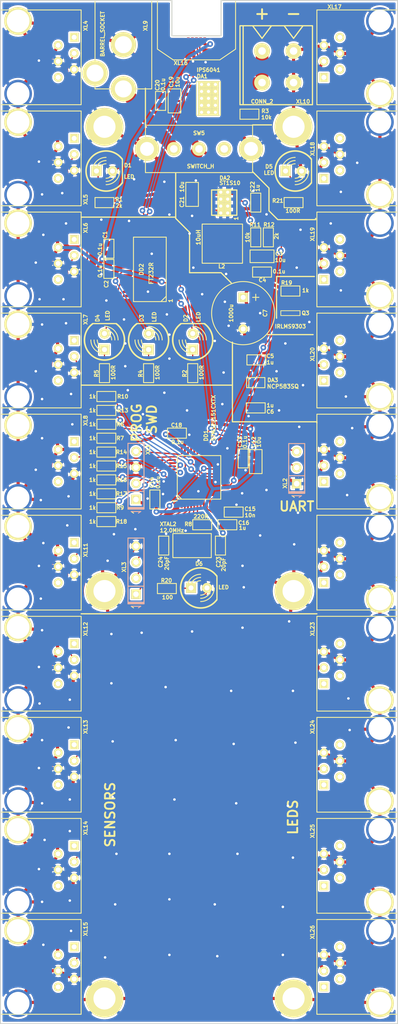
<source format=kicad_pcb>
(kicad_pcb (version 4) (host pcbnew "(after 2015-mar-04 BZR unknown)-product")
  (layers (0 F.Cu signal hide) (31 B.Cu signal hide) (37 F.SilkS user) (38 B.Mask user) (39 F.Mask user) (44 Edge.Cuts user))
  (net 0 "")
  (net 1 "Net-(C1-Pad1)")
  (net 2 GND)
  (net 3 /+5V_FT)
  (net 4 +5V)
  (net 5 +3.3V)
  (net 6 +12V)
  (net 7 "Net-(C23-Pad1)")
  (net 8 "Net-(C24-Pad1)")
  (net 9 "Net-(D1-PadA)")
  (net 10 "Net-(D2-PadA)")
  (net 11 "Net-(D2-PadC)")
  (net 12 "Net-(D3-PadA)")
  (net 13 "Net-(D3-PadC)")
  (net 14 "Net-(D4-PadA)")
  (net 15 "Net-(D4-PadC)")
  (net 16 "Net-(D5-PadA)")
  (net 17 "Net-(D6-PadA)")
  (net 18 "Net-(DA1-Pad2)")
  (net 19 /OUT_12V)
  (net 20 "Net-(DA2-Pad3)")
  (net 21 "Net-(DA2-Pad7)")
  (net 22 "Net-(DD1-Pad2)")
  (net 23 "Net-(DD1-Pad3)")
  (net 24 "Net-(DD1-Pad4)")
  (net 25 "Net-(DD1-Pad6)")
  (net 26 "Net-(DD1-Pad10)")
  (net 27 /12V_CTRL)
  (net 28 /SNS3R)
  (net 29 /SNS4R)
  (net 30 /SNS10R)
  (net 31 /LEDS_CTRL)
  (net 32 /UART_TX)
  (net 33 /UART_RX)
  (net 34 /SWDIO)
  (net 35 /SWCLK)
  (net 36 /SNS9R)
  (net 37 /SNS1R)
  (net 38 /SNS2R)
  (net 39 /SNS5R)
  (net 40 /SNS6R)
  (net 41 /SNS7R)
  (net 42 /SNS8R)
  (net 43 "Net-(DD2-Pad15)")
  (net 44 "Net-(DD2-Pad16)")
  (net 45 /LEDS_OUT)
  (net 46 /SNS3)
  (net 47 /SNS4)
  (net 48 /SNS9)
  (net 49 /SNS1)
  (net 50 /SNS2)
  (net 51 /SNS5)
  (net 52 /SNS6)
  (net 53 /SNS7)
  (net 54 /SNS8)
  (net 55 /SNS10)
  (net 56 /PWR_IN)
  (module Capacitors:CAP_0603 (layer F.Cu) (at 70.2 57.8 270)
    (fp_text reference C1 (at -2.2 0.6 270) (layer F.SilkS) (effects (font (size 0.6 0.6))))
    (fp_text value 0.1u (at 0.09906 1.39954 270) (layer F.SilkS) (effects (font (size 0.6 0.6))))
    (pad 1 smd rect (at -0.762 0 270) (size 0.889 1.016) (layers F.Cu F.Mask) (net 1 "Net-(C1-Pad1)"))
    (pad 2 smd rect (at 0.762 0 270) (size 0.889 1.016) (layers F.Cu F.Mask) (net 2 GND))
  )
  (module Capacitors:CAP_0603 (layer F.Cu) (at 70.2 61 90)
    (fp_text reference C2 (at -2.4 -0.4 90) (layer F.SilkS) (effects (font (size 0.6 0.6))))
    (fp_text value 0.1u (at -0.4 -1.4 90) (layer F.SilkS) (effects (font (size 0.6 0.6))))
    (pad 1 smd rect (at -0.762 0 90) (size 0.889 1.016) (layers F.Cu F.Mask) (net 2 GND))
    (pad 2 smd rect (at 0.762 0 90) (size 0.889 1.016) (layers F.Cu F.Mask) (net 3 /+5V_FT))
  )
  (module Capacitors:CAP_0805 (layer F.Cu) (at 94.5 59 180)
    (fp_text reference C3 (at -2.7 0.4 180) (layer F.SilkS) (effects (font (size 0.6 0.6))))
    (fp_text value 10u (at -2.9 -0.6 180) (layer F.SilkS) (effects (font (size 0.6 0.6))))
    (pad 1 smd rect (at -1.016 0 180) (size 1.143 1.397) (layers F.Cu F.Mask) (net 2 GND))
    (pad 2 smd rect (at 1.016 0 180) (size 1.143 1.397) (layers F.Cu F.Mask) (net 4 +5V))
  )
  (module Capacitors:CAP_0603 (layer F.Cu) (at 94.5 61.5 180)
    (fp_text reference C4 (at -0.0635 -1.27 180) (layer F.SilkS) (effects (font (size 0.6 0.6))))
    (fp_text value 0.1u (at -2.7 0.1 180) (layer F.SilkS) (effects (font (size 0.6 0.6))))
    (pad 1 smd rect (at -0.762 0 180) (size 0.889 1.016) (layers F.Cu F.Mask) (net 2 GND))
    (pad 2 smd rect (at 0.762 0 180) (size 0.889 1.016) (layers F.Cu F.Mask) (net 4 +5V))
  )
  (module Capacitors:CAP_0603 (layer F.Cu) (at 93.6 75.4 180)
    (fp_text reference C5 (at -2.2 0.6 180) (layer F.SilkS) (effects (font (size 0.6 0.6))))
    (fp_text value 1u (at -2.2 -0.4 180) (layer F.SilkS) (effects (font (size 0.6 0.6))))
    (pad 1 smd rect (at -0.762 0 180) (size 0.889 1.016) (layers F.Cu F.Mask) (net 4 +5V))
    (pad 2 smd rect (at 0.762 0 180) (size 0.889 1.016) (layers F.Cu F.Mask) (net 2 GND))
  )
  (module Capacitors:CAP_0603 (layer F.Cu) (at 93.5 83 180)
    (fp_text reference C6 (at -2.3 -0.6 180) (layer F.SilkS) (effects (font (size 0.6 0.6))))
    (fp_text value 1u (at -2.3 0.4 180) (layer F.SilkS) (effects (font (size 0.6 0.6))))
    (pad 1 smd rect (at -0.762 0 180) (size 0.889 1.016) (layers F.Cu F.Mask) (net 5 +3.3V))
    (pad 2 smd rect (at 0.762 0 180) (size 0.889 1.016) (layers F.Cu F.Mask) (net 2 GND))
  )
  (module Capacitors:CAP_10xxR (layer F.Cu) (at 91.5 68 270)
    (fp_text reference C7 (at 0 -3.5 270) (layer F.SilkS) (effects (font (size 0.6 0.6))))
    (fp_text value 1000u (at 0 1.9 270) (layer F.SilkS) (effects (font (size 0.6 0.6))))
    (pad 1 thru_hole rect (at -2.5 0 270) (size 1.5 1.5) (drill 0.8) (layers *.Cu *.Mask F.SilkS) (net 4 +5V))
    (pad 2 thru_hole circle (at 2.5 0 270) (size 1.5 1.5) (drill 0.8) (layers *.Cu *.Mask F.SilkS) (net 2 GND))
  )
  (module Capacitors:CAP_0805 (layer F.Cu) (at 93.5 91.5 270)
    (fp_text reference C12 (at -3.1 0.3 270) (layer F.SilkS) (effects (font (size 0.6 0.6))))
    (fp_text value 10u (at -3.1 -0.5 270) (layer F.SilkS) (effects (font (size 0.6 0.6))))
    (pad 1 smd rect (at -1.016 0 270) (size 1.143 1.397) (layers F.Cu F.Mask) (net 5 +3.3V))
    (pad 2 smd rect (at 1.016 0 270) (size 1.143 1.397) (layers F.Cu F.Mask) (net 2 GND))
  )
  (module Capacitors:CAP_0603 (layer F.Cu) (at 91.5 91 270)
    (fp_text reference C13 (at -2.6 0.5 270) (layer F.SilkS) (effects (font (size 0.6 0.6))))
    (fp_text value 0.1u (at -2.6 -0.3 270) (layer F.SilkS) (effects (font (size 0.6 0.6))))
    (pad 1 smd rect (at -0.762 0 270) (size 0.889 1.016) (layers F.Cu F.Mask) (net 5 +3.3V))
    (pad 2 smd rect (at 0.762 0 270) (size 0.889 1.016) (layers F.Cu F.Mask) (net 2 GND))
  )
  (module Capacitors:CAP_0603 (layer F.Cu) (at 77.5 97.5 90)
    (fp_text reference C14 (at 2.7 -0.5 90) (layer F.SilkS) (effects (font (size 0.6 0.6))))
    (fp_text value 0.1u (at 2.7 0.5 90) (layer F.SilkS) (effects (font (size 0.6 0.6))))
    (pad 1 smd rect (at -0.762 0 90) (size 0.889 1.016) (layers F.Cu F.Mask) (net 5 +3.3V))
    (pad 2 smd rect (at 0.762 0 90) (size 0.889 1.016) (layers F.Cu F.Mask) (net 2 GND))
  )
  (module Capacitors:CAP_0603 (layer F.Cu) (at 90 99.5)
    (fp_text reference C15 (at 2.6 -0.5) (layer F.SilkS) (effects (font (size 0.6 0.6))))
    (fp_text value 10n (at 2.6 0.5) (layer F.SilkS) (effects (font (size 0.6 0.6))))
    (pad 1 smd rect (at -0.762 0) (size 0.889 1.016) (layers F.Cu F.Mask) (net 5 +3.3V))
    (pad 2 smd rect (at 0.762 0) (size 0.889 1.016) (layers F.Cu F.Mask) (net 2 GND))
  )
  (module Capacitors:CAP_0603 (layer F.Cu) (at 89 101.5)
    (fp_text reference C16 (at 2.6 -0.3) (layer F.SilkS) (effects (font (size 0.6 0.6))))
    (fp_text value 1u (at 2.4 0.5) (layer F.SilkS) (effects (font (size 0.6 0.6))))
    (pad 1 smd rect (at -0.762 0) (size 0.889 1.016) (layers F.Cu F.Mask) (net 5 +3.3V))
    (pad 2 smd rect (at 0.762 0) (size 0.889 1.016) (layers F.Cu F.Mask) (net 2 GND))
  )
  (module Capacitors:CAP_0603 (layer F.Cu) (at 81 87)
    (fp_text reference C18 (at -0.0635 -1.27) (layer F.SilkS) (effects (font (size 0.6 0.6))))
    (fp_text value 0.1u (at 0.09906 1.39954) (layer F.SilkS) (effects (font (size 0.6 0.6))))
    (pad 1 smd rect (at -0.762 0) (size 0.889 1.016) (layers F.Cu F.Mask) (net 5 +3.3V))
    (pad 2 smd rect (at 0.762 0) (size 0.889 1.016) (layers F.Cu F.Mask) (net 2 GND))
  )
  (module Capacitors:CAP_0805 (layer F.Cu) (at 80.6 34.4 90)
    (fp_text reference C19 (at 3 -0.5 90) (layer F.SilkS) (effects (font (size 0.6 0.6))))
    (fp_text value 10u (at 3 0.5 90) (layer F.SilkS) (effects (font (size 0.6 0.6))))
    (pad 1 smd rect (at -1.016 0 90) (size 1.143 1.397) (layers F.Cu F.Mask) (net 6 +12V))
    (pad 2 smd rect (at 1.016 0 90) (size 1.143 1.397) (layers F.Cu F.Mask) (net 2 GND))
  )
  (module Capacitors:CAP_0603 (layer F.Cu) (at 78.4 34.4 90)
    (fp_text reference C20 (at 2.5 -0.5 90) (layer F.SilkS) (effects (font (size 0.6 0.6))))
    (fp_text value 0.1u (at 2.6 0.4 90) (layer F.SilkS) (effects (font (size 0.6 0.6))))
    (pad 1 smd rect (at -0.762 0 90) (size 0.889 1.016) (layers F.Cu F.Mask) (net 6 +12V))
    (pad 2 smd rect (at 0.762 0 90) (size 0.889 1.016) (layers F.Cu F.Mask) (net 2 GND))
  )
  (module Capacitors:CAP_0805 (layer F.Cu) (at 83.4 49.2 90)
    (fp_text reference C21 (at -1.2 -1.6 90) (layer F.SilkS) (effects (font (size 0.6 0.6))))
    (fp_text value 10u (at 1.2 -1.6 90) (layer F.SilkS) (effects (font (size 0.6 0.6))))
    (pad 1 smd rect (at -1.016 0 90) (size 1.143 1.397) (layers F.Cu F.Mask) (net 6 +12V))
    (pad 2 smd rect (at 1.016 0 90) (size 1.143 1.397) (layers F.Cu F.Mask) (net 2 GND))
  )
  (module Capacitors:CAP_0603 (layer F.Cu) (at 93.5 50.5 90)
    (fp_text reference C22 (at 2.5 -0.5 90) (layer F.SilkS) (effects (font (size 0.6 0.6))))
    (fp_text value 1u (at 2.3 0.3 90) (layer F.SilkS) (effects (font (size 0.6 0.6))))
    (pad 1 smd rect (at -0.762 0 90) (size 0.889 1.016) (layers F.Cu F.Mask) (net 6 +12V))
    (pad 2 smd rect (at 0.762 0 90) (size 0.889 1.016) (layers F.Cu F.Mask) (net 2 GND))
  )
  (module Capacitors:CAP_0603 (layer F.Cu) (at 87.9 104.8 270)
    (fp_text reference C23 (at 2.6 0.3 270) (layer F.SilkS) (effects (font (size 0.6 0.6))))
    (fp_text value 20pF (at 3 -0.5 270) (layer F.SilkS) (effects (font (size 0.6 0.6))))
    (pad 1 smd rect (at -0.762 0 270) (size 0.889 1.016) (layers F.Cu F.Mask) (net 7 "Net-(C23-Pad1)"))
    (pad 2 smd rect (at 0.762 0 270) (size 0.889 1.016) (layers F.Cu F.Mask) (net 2 GND))
  )
  (module Capacitors:CAP_0603 (layer F.Cu) (at 78.9 104.8 90)
    (fp_text reference C24 (at -2.6 -0.5 90) (layer F.SilkS) (effects (font (size 0.6 0.6))))
    (fp_text value 20pF (at -2.8 0.5 90) (layer F.SilkS) (effects (font (size 0.6 0.6))))
    (pad 1 smd rect (at -0.762 0 90) (size 0.889 1.016) (layers F.Cu F.Mask) (net 8 "Net-(C24-Pad1)"))
    (pad 2 smd rect (at 0.762 0 90) (size 0.889 1.016) (layers F.Cu F.Mask) (net 2 GND))
  )
  (module LEDs:Through-Hole-5mm (layer F.Cu) (at 69.5 45.5)
    (fp_text reference D1 (at 3.7 -0.9) (layer F.SilkS) (effects (font (size 0.6 0.6))))
    (fp_text value LED (at 3.9 0.9) (layer F.SilkS) (effects (font (size 0.59944 0.59944) (thickness 0.14986))))
    (pad A thru_hole rect (at -1.27 0) (size 1.6 1.6) (drill 0.8) (layers *.Cu *.Mask F.SilkS) (net 9 "Net-(D1-PadA)"))
    (pad C thru_hole circle (at 1.27 0) (size 1.6 1.6) (drill 0.8) (layers *.Cu *.Mask F.SilkS) (net 2 GND))
  )
  (module LEDs:Through-Hole-5mm (layer F.Cu) (at 83.5 72.5 90)
    (fp_text reference D2 (at 3.7 -1.1 90) (layer F.SilkS) (effects (font (size 0.6 0.6))))
    (fp_text value LED (at 3.9 0.9 90) (layer F.SilkS) (effects (font (size 0.59944 0.59944) (thickness 0.14986))))
    (pad A thru_hole rect (at -1.27 0 90) (size 1.6 1.6) (drill 0.8) (layers *.Cu *.Mask F.SilkS) (net 10 "Net-(D2-PadA)"))
    (pad C thru_hole circle (at 1.27 0 90) (size 1.6 1.6) (drill 0.8) (layers *.Cu *.Mask F.SilkS) (net 11 "Net-(D2-PadC)"))
  )
  (module LEDs:Through-Hole-5mm (layer F.Cu) (at 76.5 72.5 90)
    (fp_text reference D3 (at 3.7 -1.1 90) (layer F.SilkS) (effects (font (size 0.6 0.6))))
    (fp_text value LED (at 3.9 0.9 90) (layer F.SilkS) (effects (font (size 0.59944 0.59944) (thickness 0.14986))))
    (pad A thru_hole rect (at -1.27 0 90) (size 1.6 1.6) (drill 0.8) (layers *.Cu *.Mask F.SilkS) (net 12 "Net-(D3-PadA)"))
    (pad C thru_hole circle (at 1.27 0 90) (size 1.6 1.6) (drill 0.8) (layers *.Cu *.Mask F.SilkS) (net 13 "Net-(D3-PadC)"))
  )
  (module LEDs:Through-Hole-5mm (layer F.Cu) (at 69.5 72.5 90)
    (fp_text reference D4 (at 3.7 -1.1 90) (layer F.SilkS) (effects (font (size 0.6 0.6))))
    (fp_text value LED (at 4.1 0.5 90) (layer F.SilkS) (effects (font (size 0.59944 0.59944) (thickness 0.14986))))
    (pad A thru_hole rect (at -1.27 0 90) (size 1.6 1.6) (drill 0.8) (layers *.Cu *.Mask F.SilkS) (net 14 "Net-(D4-PadA)"))
    (pad C thru_hole circle (at 1.27 0 90) (size 1.6 1.6) (drill 0.8) (layers *.Cu *.Mask F.SilkS) (net 15 "Net-(D4-PadC)"))
  )
  (module LEDs:Through-Hole-5mm (layer F.Cu) (at 99.5 45.5)
    (fp_text reference D5 (at -3.9 -0.7) (layer F.SilkS) (effects (font (size 0.6 0.6))))
    (fp_text value LED (at -3.9 0.3) (layer F.SilkS) (effects (font (size 0.59944 0.59944) (thickness 0.14986))))
    (pad A thru_hole rect (at -1.27 0) (size 1.6 1.6) (drill 0.8) (layers *.Cu *.Mask F.SilkS) (net 16 "Net-(D5-PadA)"))
    (pad C thru_hole circle (at 1.27 0) (size 1.6 1.6) (drill 0.8) (layers *.Cu *.Mask F.SilkS) (net 2 GND))
  )
  (module LEDs:Through-Hole-5mm (layer F.Cu) (at 84.5 111.5)
    (fp_text reference D6 (at 0 -3.81) (layer F.SilkS) (effects (font (size 0.6 0.6))))
    (fp_text value LED (at 3.9 -0.1) (layer F.SilkS) (effects (font (size 0.59944 0.59944) (thickness 0.14986))))
    (pad A thru_hole rect (at -1.27 0) (size 1.6 1.6) (drill 0.8) (layers *.Cu *.Mask F.SilkS) (net 17 "Net-(D6-PadA)"))
    (pad C thru_hole circle (at 1.27 0) (size 1.6 1.6) (drill 0.8) (layers *.Cu *.Mask F.SilkS) (net 2 GND))
  )
  (module SO_DIL_TSSOP:SO8HEATSINK (layer F.Cu) (at 86 34 90)
    (fp_text reference DA1 (at 3.5 -1 180) (layer F.SilkS) (effects (font (size 0.6 0.6))))
    (fp_text value IPS6041 (at 4.5 0 180) (layer F.SilkS) (effects (font (size 0.6 0.6))))
    (pad 8 smd oval (at -1.905 -2.794 90) (size 0.508 1.39954) (layers F.Cu F.Mask) (net 6 +12V))
    (pad 1 smd rect (at -1.905 2.794 90) (size 0.508 1.39954) (layers F.Cu F.Mask) (net 2 GND))
    (pad 7 smd oval (at -0.635 -2.794 90) (size 0.508 1.39954) (layers F.Cu F.Mask) (net 6 +12V))
    (pad 6 smd oval (at 0.635 -2.794 90) (size 0.508 1.39954) (layers F.Cu F.Mask) (net 6 +12V))
    (pad 5 smd oval (at 1.905 -2.794 90) (size 0.508 1.39954) (layers F.Cu F.Mask) (net 6 +12V))
    (pad 2 smd oval (at -0.635 2.794 90) (size 0.508 1.39954) (layers F.Cu F.Mask) (net 18 "Net-(DA1-Pad2)"))
    (pad 3 smd oval (at 0.635 2.794 90) (size 0.508 1.39954) (layers F.Cu F.Mask))
    (pad 4 smd oval (at 1.905 2.794 90) (size 0.508 1.39954) (layers F.Cu F.Mask) (net 19 /OUT_12V))
    (pad H thru_hole rect (at 0 0 90) (size 1.1 1.1) (drill 0.5) (layers *.Cu F.SilkS F.Mask))
    (pad H thru_hole rect (at 0 -1.1 90) (size 1.1 1.1) (drill 0.5) (layers *.Cu F.SilkS F.Mask))
    (pad H thru_hole rect (at 0 1.1 90) (size 1.1 1.1) (drill 0.5) (layers *.Cu F.SilkS F.Mask))
    (pad H thru_hole rect (at 1.1 0 90) (size 1.1 1.1) (drill 0.5) (layers *.Cu F.SilkS F.Mask))
    (pad H thru_hole rect (at 2.2 0 90) (size 1.1 1.1) (drill 0.5) (layers *.Cu F.SilkS F.Mask))
    (pad H thru_hole rect (at 1.1 -1.1 90) (size 1.1 1.1) (drill 0.5) (layers *.Cu F.SilkS F.Mask))
    (pad H thru_hole rect (at 2.2 -1.1 90) (size 1.1 1.1) (drill 0.5) (layers *.Cu F.SilkS F.Mask))
    (pad H thru_hole rect (at 2.2 1.1 90) (size 1.1 1.1) (drill 0.5) (layers *.Cu F.SilkS F.Mask))
    (pad H thru_hole rect (at 1.1 1.1 90) (size 1.1 1.1) (drill 0.5) (layers *.Cu F.SilkS F.Mask))
    (pad H thru_hole rect (at -2.2 -1.1 90) (size 1.1 1.1) (drill 0.5) (layers *.Cu F.SilkS F.Mask))
    (pad H thru_hole rect (at -1.1 -1.1 90) (size 1.1 1.1) (drill 0.5) (layers *.Cu F.SilkS F.Mask))
    (pad H thru_hole rect (at -2.2 0 90) (size 1.1 1.1) (drill 0.5) (layers *.Cu F.SilkS F.Mask))
    (pad H thru_hole rect (at -1.1 0 90) (size 1.1 1.1) (drill 0.5) (layers *.Cu F.SilkS F.Mask))
    (pad H thru_hole rect (at -2.2 1.1 90) (size 1.1 1.1) (drill 0.5) (layers *.Cu F.SilkS F.Mask))
    (pad H thru_hole rect (at -1.1 1.1 90) (size 1.1 1.1) (drill 0.5) (layers *.Cu F.SilkS F.Mask))
  )
  (module QFN_DFN:DFN8 (layer F.Cu) (at 88.5 50.5 90)
    (fp_text reference DA2 (at 3.9 0.1 180) (layer F.SilkS) (effects (font (size 0.6 0.6))))
    (fp_text value ST1S10 (at 3.1 0.9 180) (layer F.SilkS) (effects (font (size 0.6 0.6))))
    (fp_text user 1 (at -2.5 1.9 90) (layer F.SilkS) (effects (font (size 0.6 0.6))))
    (pad PAD thru_hole rect (at -0.55 -0.55 90) (size 1.1 1.1) (drill 0.5) (layers *.Cu F.SilkS F.Mask) (net 2 GND))
    (pad PAD thru_hole rect (at 0.55 -0.55 90) (size 1.1 1.1) (drill 0.5) (layers *.Cu F.SilkS F.Mask) (net 2 GND))
    (pad PAD thru_hole rect (at -0.55 0.55 90) (size 1.1 1.1) (drill 0.5) (layers *.Cu F.SilkS F.Mask) (net 2 GND))
    (pad PAD thru_hole rect (at 0.55 0.55 90) (size 1.1 1.1) (drill 0.5) (layers *.Cu F.SilkS F.Mask) (net 2 GND))
    (pad PAD thru_hole rect (at -1.65 -0.55 90) (size 1.1 1.1) (drill 0.5) (layers *.Cu F.SilkS F.Mask) (net 2 GND))
    (pad PAD thru_hole rect (at -1.65 0.55 90) (size 1.1 1.1) (drill 0.5) (layers *.Cu F.SilkS F.Mask) (net 2 GND))
    (pad PAD thru_hole rect (at 1.65 -0.55 90) (size 1.1 1.1) (drill 0.5) (layers *.Cu F.SilkS F.Mask) (net 2 GND))
    (pad PAD thru_hole rect (at 1.65 0.55 90) (size 1.1 1.1) (drill 0.5) (layers *.Cu F.SilkS F.Mask) (net 2 GND))
    (pad 1 smd rect (at -1.2 2.1 90) (size 0.4 1.2) (layers F.Cu F.Mask) (net 6 +12V))
    (pad 2 smd oval (at -0.4 2.1 90) (size 0.4 1.2) (layers F.Cu F.Mask) (net 6 +12V))
    (pad 3 smd oval (at 0.4 2.1 90) (size 0.4 1.2) (layers F.Cu F.Mask) (net 20 "Net-(DA2-Pad3)"))
    (pad 4 smd oval (at 1.2 2.1 90) (size 0.4 1.2) (layers F.Cu F.Mask) (net 2 GND))
    (pad 5 smd oval (at 1.2 -2.1 90) (size 0.4 1.2) (layers F.Cu F.Mask) (net 2 GND))
    (pad 6 smd oval (at 0.4 -2.1 90) (size 0.4 1.2) (layers F.Cu F.Mask) (net 6 +12V))
    (pad 7 smd oval (at -0.4 -2.1 90) (size 0.4 1.2) (layers F.Cu F.Mask) (net 21 "Net-(DA2-Pad7)"))
    (pad 8 smd oval (at -1.2 -2.1 90) (size 0.4 1.2) (layers F.Cu F.Mask) (net 2 GND))
  )
  (module SOT:SOT23-5 (layer F.Cu) (at 93.5 79)
    (fp_text reference DA3 (at 2.7 -0.4) (layer F.SilkS) (effects (font (size 0.6 0.6))))
    (fp_text value NCP583SQ (at 4.3 0.6) (layer F.SilkS) (effects (font (size 0.635 0.635) (thickness 0.14986))))
    (pad 1 smd rect (at -0.95 1.3) (size 0.635 1.1) (layers F.Cu F.Mask) (net 4 +5V))
    (pad 2 smd oval (at 0 1.3) (size 0.635 1.1) (layers F.Cu F.Mask) (net 2 GND))
    (pad 3 smd oval (at 0.95 1.3) (size 0.635 1.1) (layers F.Cu F.Mask) (net 5 +3.3V))
    (pad 4 smd oval (at 0.95 -1.3) (size 0.635 1.1) (layers F.Cu F.Mask) (net 4 +5V))
    (pad 5 smd oval (at -0.95 -1.3) (size 0.635 1.1) (layers F.Cu F.Mask))
  )
  (module LQFP_TQFP:LQFP48 (layer F.Cu) (at 84.5 94 90)
    (fp_text reference DD1 (at 6.6 1.1 90) (layer F.SilkS) (effects (font (size 0.59944 0.59944) (thickness 0.14986))))
    (fp_text value STM32L151CXTX (at 9.4 2.3 90) (layer F.SilkS) (effects (font (size 0.59944 0.59944) (thickness 0.14986))))
    (pad 1 smd rect (at -4.25 -2.75 90) (size 1.2 0.3) (layers F.Cu F.Mask) (net 5 +3.3V))
    (pad 2 smd oval (at -4.25 -2.25 90) (size 1.2 0.3) (layers F.Cu F.Mask) (net 22 "Net-(DD1-Pad2)"))
    (pad 3 smd oval (at -4.25 -1.75 90) (size 1.2 0.3) (layers F.Cu F.Mask) (net 23 "Net-(DD1-Pad3)"))
    (pad 4 smd oval (at -4.25 -1.25 90) (size 1.2 0.3) (layers F.Cu F.Mask) (net 24 "Net-(DD1-Pad4)"))
    (pad 5 smd oval (at -4.25 -0.75 90) (size 1.2 0.3) (layers F.Cu F.Mask) (net 8 "Net-(C24-Pad1)"))
    (pad 6 smd oval (at -4.25 -0.25 90) (size 1.2 0.3) (layers F.Cu F.Mask) (net 25 "Net-(DD1-Pad6)"))
    (pad 7 smd oval (at -4.25 0.25 90) (size 1.2 0.3) (layers F.Cu F.Mask))
    (pad 8 smd oval (at -4.25 0.75 90) (size 1.2 0.3) (layers F.Cu F.Mask) (net 2 GND))
    (pad 9 smd oval (at -4.25 1.25 90) (size 1.2 0.3) (layers F.Cu F.Mask) (net 5 +3.3V))
    (pad 10 smd oval (at -4.25 1.75 90) (size 1.2 0.3) (layers F.Cu F.Mask) (net 26 "Net-(DD1-Pad10)"))
    (pad 11 smd oval (at -4.25 2.25 90) (size 1.2 0.3) (layers F.Cu F.Mask))
    (pad 12 smd oval (at -4.25 2.75 90) (size 1.2 0.3) (layers F.Cu F.Mask))
    (pad 13 smd oval (at -2.75 4.25 180) (size 1.2 0.3) (layers F.Cu F.Mask))
    (pad 14 smd oval (at -2.25 4.25 180) (size 1.2 0.3) (layers F.Cu F.Mask))
    (pad 15 smd oval (at -1.75 4.25 180) (size 1.2 0.3) (layers F.Cu F.Mask))
    (pad 16 smd oval (at -1.25 4.25 180) (size 1.2 0.3) (layers F.Cu F.Mask) (net 27 /12V_CTRL))
    (pad 17 smd oval (at -0.75 4.25 180) (size 1.2 0.3) (layers F.Cu F.Mask))
    (pad 18 smd oval (at -0.25 4.25 180) (size 1.2 0.3) (layers F.Cu F.Mask) (net 28 /SNS3R))
    (pad 19 smd oval (at 0.25 4.25 180) (size 1.2 0.3) (layers F.Cu F.Mask) (net 29 /SNS4R))
    (pad 20 smd oval (at 0.75 4.25 180) (size 1.2 0.3) (layers F.Cu F.Mask))
    (pad 21 smd oval (at 1.25 4.25 180) (size 1.2 0.3) (layers F.Cu F.Mask) (net 30 /SNS10R))
    (pad 22 smd oval (at 1.75 4.25 180) (size 1.2 0.3) (layers F.Cu F.Mask))
    (pad 23 smd oval (at 2.25 4.25 180) (size 1.2 0.3) (layers F.Cu F.Mask) (net 2 GND))
    (pad 24 smd oval (at 2.75 4.25 180) (size 1.2 0.3) (layers F.Cu F.Mask) (net 5 +3.3V))
    (pad 25 smd oval (at 4.25 2.75 90) (size 1.2 0.3) (layers F.Cu F.Mask))
    (pad 26 smd oval (at 4.25 2.25 90) (size 1.2 0.3) (layers F.Cu F.Mask))
    (pad 27 smd oval (at 4.25 1.75 90) (size 1.2 0.3) (layers F.Cu F.Mask))
    (pad 28 smd oval (at 4.25 1.25 90) (size 1.2 0.3) (layers F.Cu F.Mask) (net 31 /LEDS_CTRL))
    (pad 29 smd oval (at 4.25 0.75 90) (size 1.2 0.3) (layers F.Cu F.Mask))
    (pad 30 smd oval (at 4.25 0.25 90) (size 1.2 0.3) (layers F.Cu F.Mask) (net 32 /UART_TX))
    (pad 31 smd oval (at 4.25 -0.25 90) (size 1.2 0.3) (layers F.Cu F.Mask) (net 33 /UART_RX))
    (pad 32 smd oval (at 4.25 -0.75 90) (size 1.2 0.3) (layers F.Cu F.Mask))
    (pad 33 smd oval (at 4.25 -1.25 90) (size 1.2 0.3) (layers F.Cu F.Mask))
    (pad 34 smd oval (at 4.25 -1.75 90) (size 1.2 0.3) (layers F.Cu F.Mask) (net 34 /SWDIO))
    (pad 35 smd oval (at 4.25 -2.25 90) (size 1.2 0.3) (layers F.Cu F.Mask) (net 2 GND))
    (pad 36 smd oval (at 4.25 -2.75 90) (size 1.2 0.3) (layers F.Cu F.Mask) (net 5 +3.3V))
    (pad 37 smd oval (at 2.75 -4.25 180) (size 1.2 0.3) (layers F.Cu F.Mask) (net 35 /SWCLK))
    (pad 38 smd oval (at 2.25 -4.25 180) (size 1.2 0.3) (layers F.Cu F.Mask))
    (pad 39 smd oval (at 1.75 -4.25 180) (size 1.2 0.3) (layers F.Cu F.Mask) (net 36 /SNS9R))
    (pad 40 smd oval (at 1.25 -4.25 180) (size 1.2 0.3) (layers F.Cu F.Mask) (net 37 /SNS1R))
    (pad 41 smd oval (at 0.75 -4.25 180) (size 1.2 0.3) (layers F.Cu F.Mask) (net 38 /SNS2R))
    (pad 42 smd oval (at 0.25 -4.25 180) (size 1.2 0.3) (layers F.Cu F.Mask) (net 39 /SNS5R))
    (pad 43 smd oval (at -0.25 -4.25 180) (size 1.2 0.3) (layers F.Cu F.Mask) (net 40 /SNS6R))
    (pad 44 smd oval (at -0.75 -4.25 180) (size 1.2 0.3) (layers F.Cu F.Mask) (net 2 GND))
    (pad 45 smd oval (at -1.25 -4.25 180) (size 1.2 0.3) (layers F.Cu F.Mask) (net 41 /SNS7R))
    (pad 46 smd oval (at -1.75 -4.25 180) (size 1.2 0.3) (layers F.Cu F.Mask) (net 42 /SNS8R))
    (pad 47 smd oval (at -2.25 -4.25 180) (size 1.2 0.3) (layers F.Cu F.Mask) (net 2 GND))
    (pad 48 smd oval (at -2.75 -4.25 180) (size 1.2 0.3) (layers F.Cu F.Mask) (net 5 +3.3V))
  )
  (module PCB:Hole3_5_out6mm (layer F.Cu) (at 99.5 176.5)
    (fp_text reference HOLE1 hide)
    (fp_text value HOLE_METALLED (at -0.09906 -3.2004) (layer F.SilkS) (effects (font (size 0.127 0.127) (thickness 0.00254))))
    (pad H thru_hole circle (at 0 0) (size 6 6) (drill 3.5) (layers *.Cu *.Mask F.SilkS) (net 2 GND))
  )
  (module PCB:Hole3_5_out6mm (layer F.Cu) (at 69.5 176.5)
    (fp_text reference HOLE2 hide)
    (fp_text value HOLE_METALLED (at -0.09906 -3.2004) (layer F.SilkS) (effects (font (size 0.127 0.127) (thickness 0.00254))))
    (pad H thru_hole circle (at 0 0) (size 6 6) (drill 3.5) (layers *.Cu *.Mask F.SilkS) (net 2 GND))
  )
  (module PCB:Hole3_5_out6mm (layer F.Cu) (at 99.5 38.5)
    (fp_text reference HOLE3 hide)
    (fp_text value HOLE_METALLED (at -0.09906 -3.2004) (layer F.SilkS) (effects (font (size 0.127 0.127) (thickness 0.00254))))
    (pad H thru_hole circle (at 0 0) (size 6 6) (drill 3.5) (layers *.Cu *.Mask F.SilkS) (net 2 GND))
  )
  (module PCB:Hole3_5_out6mm (layer F.Cu) (at 69.5 38.5)
    (fp_text reference HOLE4 hide)
    (fp_text value HOLE_METALLED (at -0.09906 -3.2004) (layer F.SilkS) (effects (font (size 0.127 0.127) (thickness 0.00254))))
    (pad H thru_hole circle (at 0 0) (size 6 6) (drill 3.5) (layers *.Cu *.Mask F.SilkS) (net 2 GND))
  )
  (module Inductors:IND_SR0604 (layer F.Cu) (at 88.2 57 180)
    (fp_text reference L2 (at 0.1 -3.6 180) (layer F.SilkS) (effects (font (size 0.59944 0.59944) (thickness 0.14986))))
    (fp_text value 10uH (at 3.8 1 270) (layer F.SilkS) (effects (font (size 0.635 0.635) (thickness 0.16002))))
    (pad 1 smd rect (at -1.92532 0 180) (size 2.14884 5.79882) (layers F.Cu F.Mask) (net 4 +5V))
    (pad 2 smd rect (at 1.92532 0 180) (size 2.14884 5.79882) (layers F.Cu F.Mask) (net 21 "Net-(DA2-Pad7)"))
  )
  (module SOT:SOT23-3 (layer F.Cu) (at 99 68)
    (fp_text reference Q3 (at 2.4 0) (layer F.SilkS) (effects (font (size 0.6 0.6))))
    (fp_text value IRLMS9303 (at 0 2.10058) (layer F.SilkS) (effects (font (size 0.59944 0.59944) (thickness 0.14986))))
    (pad 2 smd rect (at -0.889 -1.016) (size 0.9144 0.9144) (layers F.Cu F.Mask) (net 4 +5V))
    (pad 1 smd rect (at 0.889 -1.016) (size 0.9144 0.9144) (layers F.Cu F.Mask) (net 31 /LEDS_CTRL))
    (pad 3 smd rect (at 0 1.016) (size 0.9144 0.9144) (layers F.Cu F.Mask) (net 45 /LEDS_OUT))
  )
  (module Resistors:RES_0603 (layer F.Cu) (at 69.5 50.5 180)
    (fp_text reference R1 (at -2.3 0.5 180) (layer F.SilkS) (effects (font (size 0.6 0.6))))
    (fp_text value 2k (at -2.3 -0.5 180) (layer F.SilkS) (effects (font (size 0.6 0.6))))
    (pad 1 smd rect (at -0.75 0 180) (size 0.9 1) (layers F.Cu F.Mask) (net 6 +12V))
    (pad 2 smd rect (at 0.75 0 180) (size 0.9 1) (layers F.Cu F.Mask) (net 9 "Net-(D1-PadA)"))
  )
  (module Resistors:RES_0603 (layer F.Cu) (at 83.5 77.5 90)
    (fp_text reference R2 (at -0.0635 -1.27 90) (layer F.SilkS) (effects (font (size 0.6 0.6))))
    (fp_text value 100R (at 0.09906 1.39954 90) (layer F.SilkS) (effects (font (size 0.6 0.6))))
    (pad 1 smd rect (at -0.75 0 90) (size 0.9 1) (layers F.Cu F.Mask) (net 3 /+5V_FT))
    (pad 2 smd rect (at 0.75 0 90) (size 0.9 1) (layers F.Cu F.Mask) (net 10 "Net-(D2-PadA)"))
  )
  (module Resistors:RES_0603 (layer F.Cu) (at 92.5 36.5 180)
    (fp_text reference R3 (at -2.5 0.5 180) (layer F.SilkS) (effects (font (size 0.6 0.6))))
    (fp_text value 10k (at -2.7 -0.5 180) (layer F.SilkS) (effects (font (size 0.6 0.6))))
    (pad 1 smd rect (at -0.75 0 180) (size 0.9 1) (layers F.Cu F.Mask) (net 27 /12V_CTRL))
    (pad 2 smd rect (at 0.75 0 180) (size 0.9 1) (layers F.Cu F.Mask) (net 18 "Net-(DA1-Pad2)"))
  )
  (module Resistors:RES_0603 (layer F.Cu) (at 76.5 77.5 90)
    (fp_text reference R4 (at -0.0635 -1.27 90) (layer F.SilkS) (effects (font (size 0.6 0.6))))
    (fp_text value 100R (at 0.09906 1.39954 90) (layer F.SilkS) (effects (font (size 0.6 0.6))))
    (pad 1 smd rect (at -0.75 0 90) (size 0.9 1) (layers F.Cu F.Mask) (net 3 /+5V_FT))
    (pad 2 smd rect (at 0.75 0 90) (size 0.9 1) (layers F.Cu F.Mask) (net 12 "Net-(D3-PadA)"))
  )
  (module Resistors:RES_0603 (layer F.Cu) (at 69.5 77.5 90)
    (fp_text reference R5 (at -0.0635 -1.27 90) (layer F.SilkS) (effects (font (size 0.6 0.6))))
    (fp_text value 100R (at 0.09906 1.39954 90) (layer F.SilkS) (effects (font (size 0.6 0.6))))
    (pad 1 smd rect (at -0.75 0 90) (size 0.9 1) (layers F.Cu F.Mask) (net 3 /+5V_FT))
    (pad 2 smd rect (at 0.75 0 90) (size 0.9 1) (layers F.Cu F.Mask) (net 14 "Net-(D4-PadA)"))
  )
  (module Resistors:RES_0603 (layer F.Cu) (at 69.8 85.6)
    (fp_text reference R6 (at 2.2 0) (layer F.SilkS) (effects (font (size 0.6 0.6))))
    (fp_text value 1k (at -2.2 0) (layer F.SilkS) (effects (font (size 0.6 0.6))))
    (pad 1 smd rect (at -0.75 0) (size 0.9 1) (layers F.Cu F.Mask) (net 46 /SNS3))
    (pad 2 smd rect (at 0.75 0) (size 0.9 1) (layers F.Cu F.Mask) (net 28 /SNS3R))
  )
  (module Resistors:RES_0603 (layer F.Cu) (at 69.8 87.8)
    (fp_text reference R7 (at 2.2 0) (layer F.SilkS) (effects (font (size 0.6 0.6))))
    (fp_text value 1k (at -2.2 0) (layer F.SilkS) (effects (font (size 0.6 0.6))))
    (pad 1 smd rect (at -0.75 0) (size 0.9 1) (layers F.Cu F.Mask) (net 47 /SNS4))
    (pad 2 smd rect (at 0.75 0) (size 0.9 1) (layers F.Cu F.Mask) (net 29 /SNS4R))
  )
  (module Resistors:RES_0603 (layer F.Cu) (at 85 101.5)
    (fp_text reference R8 (at -2.2 -0.1) (layer F.SilkS) (effects (font (size 0.6 0.6))))
    (fp_text value 220R (at -0.2 -1.3) (layer F.SilkS) (effects (font (size 0.6 0.6))))
    (pad 1 smd rect (at -0.75 0) (size 0.9 1) (layers F.Cu F.Mask) (net 25 "Net-(DD1-Pad6)"))
    (pad 2 smd rect (at 0.75 0) (size 0.9 1) (layers F.Cu F.Mask) (net 7 "Net-(C23-Pad1)"))
  )
  (module Resistors:RES_0603 (layer F.Cu) (at 69.8 98.8)
    (fp_text reference R9 (at 2.2 0) (layer F.SilkS) (effects (font (size 0.6 0.6))))
    (fp_text value 1k (at -2.2 0) (layer F.SilkS) (effects (font (size 0.6 0.6))))
    (pad 1 smd rect (at -0.75 0) (size 0.9 1) (layers F.Cu F.Mask) (net 48 /SNS9))
    (pad 2 smd rect (at 0.75 0) (size 0.9 1) (layers F.Cu F.Mask) (net 36 /SNS9R))
  )
  (module Resistors:RES_0603 (layer F.Cu) (at 69.8 81.2)
    (fp_text reference R10 (at 2.6 0) (layer F.SilkS) (effects (font (size 0.6 0.6))))
    (fp_text value 1k (at -2.2 0) (layer F.SilkS) (effects (font (size 0.6 0.6))))
    (pad 1 smd rect (at -0.75 0) (size 0.9 1) (layers F.Cu F.Mask) (net 49 /SNS1))
    (pad 2 smd rect (at 0.75 0) (size 0.9 1) (layers F.Cu F.Mask) (net 37 /SNS1R))
  )
  (module Resistors:RES_0603 (layer F.Cu) (at 93.5 56 90)
    (fp_text reference R11 (at 2 -0.1 180) (layer F.SilkS) (effects (font (size 0.6 0.6))))
    (fp_text value 10k (at 0 -1.3 90) (layer F.SilkS) (effects (font (size 0.6 0.6))))
    (pad 1 smd rect (at -0.75 0 90) (size 0.9 1) (layers F.Cu F.Mask) (net 4 +5V))
    (pad 2 smd rect (at 0.75 0 90) (size 0.9 1) (layers F.Cu F.Mask) (net 20 "Net-(DA2-Pad3)"))
  )
  (module Resistors:RES_0603 (layer F.Cu) (at 95.5 56 270)
    (fp_text reference R12 (at -2 -0.1 360) (layer F.SilkS) (effects (font (size 0.6 0.6))))
    (fp_text value 2k (at -0.2 -1.3 270) (layer F.SilkS) (effects (font (size 0.6 0.6))))
    (pad 1 smd rect (at -0.75 0 270) (size 0.9 1) (layers F.Cu F.Mask) (net 20 "Net-(DA2-Pad3)"))
    (pad 2 smd rect (at 0.75 0 270) (size 0.9 1) (layers F.Cu F.Mask) (net 2 GND))
  )
  (module Resistors:RES_0603 (layer F.Cu) (at 69.8 83.4)
    (fp_text reference R13 (at 2.6 0) (layer F.SilkS) (effects (font (size 0.6 0.6))))
    (fp_text value 1k (at -2.2 0) (layer F.SilkS) (effects (font (size 0.6 0.6))))
    (pad 1 smd rect (at -0.75 0) (size 0.9 1) (layers F.Cu F.Mask) (net 50 /SNS2))
    (pad 2 smd rect (at 0.75 0) (size 0.9 1) (layers F.Cu F.Mask) (net 38 /SNS2R))
  )
  (module Resistors:RES_0603 (layer F.Cu) (at 69.8 90)
    (fp_text reference R14 (at 2.4 0) (layer F.SilkS) (effects (font (size 0.6 0.6))))
    (fp_text value 1k (at -2.2 0) (layer F.SilkS) (effects (font (size 0.6 0.6))))
    (pad 1 smd rect (at -0.75 0) (size 0.9 1) (layers F.Cu F.Mask) (net 51 /SNS5))
    (pad 2 smd rect (at 0.75 0) (size 0.9 1) (layers F.Cu F.Mask) (net 39 /SNS5R))
  )
  (module Resistors:RES_0603 (layer F.Cu) (at 69.8 92.2)
    (fp_text reference R15 (at 2.4 0) (layer F.SilkS) (effects (font (size 0.6 0.6))))
    (fp_text value 1k (at -2.2 0) (layer F.SilkS) (effects (font (size 0.6 0.6))))
    (pad 1 smd rect (at -0.75 0) (size 0.9 1) (layers F.Cu F.Mask) (net 52 /SNS6))
    (pad 2 smd rect (at 0.75 0) (size 0.9 1) (layers F.Cu F.Mask) (net 40 /SNS6R))
  )
  (module Resistors:RES_0603 (layer F.Cu) (at 69.8 94.4)
    (fp_text reference R16 (at 2.4 0) (layer F.SilkS) (effects (font (size 0.6 0.6))))
    (fp_text value 1k (at -2.2 0) (layer F.SilkS) (effects (font (size 0.6 0.6))))
    (pad 1 smd rect (at -0.75 0) (size 0.9 1) (layers F.Cu F.Mask) (net 53 /SNS7))
    (pad 2 smd rect (at 0.75 0) (size 0.9 1) (layers F.Cu F.Mask) (net 41 /SNS7R))
  )
  (module Resistors:RES_0603 (layer F.Cu) (at 69.8 96.6)
    (fp_text reference R17 (at 2.4 0) (layer F.SilkS) (effects (font (size 0.6 0.6))))
    (fp_text value 1k (at -2.2 0) (layer F.SilkS) (effects (font (size 0.6 0.6))))
    (pad 1 smd rect (at -0.75 0) (size 0.9 1) (layers F.Cu F.Mask) (net 54 /SNS8))
    (pad 2 smd rect (at 0.75 0) (size 0.9 1) (layers F.Cu F.Mask) (net 42 /SNS8R))
  )
  (module Resistors:RES_0603 (layer F.Cu) (at 69.8 101)
    (fp_text reference R18 (at 2.4 0) (layer F.SilkS) (effects (font (size 0.6 0.6))))
    (fp_text value 1k (at -2.2 0) (layer F.SilkS) (effects (font (size 0.6 0.6))))
    (pad 1 smd rect (at -0.75 0) (size 0.9 1) (layers F.Cu F.Mask) (net 55 /SNS10))
    (pad 2 smd rect (at 0.75 0) (size 0.9 1) (layers F.Cu F.Mask) (net 30 /SNS10R))
  )
  (module Resistors:RES_0603 (layer F.Cu) (at 99 64.5)
    (fp_text reference R19 (at -0.6 -1.3) (layer F.SilkS) (effects (font (size 0.6 0.6))))
    (fp_text value 1k (at 2.4 -0.1) (layer F.SilkS) (effects (font (size 0.6 0.6))))
    (pad 1 smd rect (at -0.75 0) (size 0.9 1) (layers F.Cu F.Mask) (net 4 +5V))
    (pad 2 smd rect (at 0.75 0) (size 0.9 1) (layers F.Cu F.Mask) (net 31 /LEDS_CTRL))
  )
  (module Resistors:RES_0603 (layer F.Cu) (at 79.4 111.6)
    (fp_text reference R20 (at -0.0635 -1.27) (layer F.SilkS) (effects (font (size 0.6 0.6))))
    (fp_text value 100 (at 0.09906 1.39954) (layer F.SilkS) (effects (font (size 0.6 0.6))))
    (pad 1 smd rect (at -0.75 0) (size 0.9 1) (layers F.Cu F.Mask) (net 26 "Net-(DD1-Pad10)"))
    (pad 2 smd rect (at 0.75 0) (size 0.9 1) (layers F.Cu F.Mask) (net 17 "Net-(D6-PadA)"))
  )
  (module Resistors:RES_0603 (layer F.Cu) (at 99.5 50.5)
    (fp_text reference R21 (at -2.5 -0.3) (layer F.SilkS) (effects (font (size 0.6 0.6))))
    (fp_text value 100R (at -0.1 1.3) (layer F.SilkS) (effects (font (size 0.6 0.6))))
    (pad 1 smd rect (at -0.75 0) (size 0.9 1) (layers F.Cu F.Mask) (net 27 /12V_CTRL))
    (pad 2 smd rect (at 0.75 0) (size 0.9 1) (layers F.Cu F.Mask) (net 16 "Net-(D5-PadA)"))
  )
  (module Connectors:PLS-4 (layer F.Cu) (at 74.5 97.5 90)
    (fp_text reference XL1 (at 7.9 1.9 90) (layer F.SilkS) (effects (font (size 0.6 0.6))))
    (fp_text value ST_SWD hide)
    (pad 1 thru_hole rect (at 0 0 90) (size 1.5 1.5) (drill 0.9) (layers *.Cu *.Mask F.SilkS) (net 5 +3.3V))
    (pad 2 thru_hole circle (at 2.54 0 90) (size 1.5 1.5) (drill 0.9) (layers *.Cu *.Mask F.SilkS) (net 35 /SWCLK))
    (pad 3 thru_hole circle (at 5.08 0 90) (size 1.5 1.5) (drill 0.9) (layers *.Cu *.Mask F.SilkS) (net 2 GND))
    (pad 4 thru_hole circle (at 7.62 0 90) (size 1.5 1.5) (drill 0.9) (layers *.Cu *.Mask F.SilkS) (net 34 /SWDIO))
  )
  (module Connectors:PLS-3 (layer F.Cu) (at 100 95 90)
    (fp_text reference XL2 (at 0.06096 -1.84912 90) (layer F.SilkS) (effects (font (size 0.6 0.6))))
    (fp_text value CONN_3 hide)
    (pad 1 thru_hole rect (at 0 0 90) (size 1.5 1.5) (drill 0.9) (layers *.Cu *.Mask F.SilkS) (net 2 GND))
    (pad 2 thru_hole circle (at 2.54 0 90) (size 1.5 1.5) (drill 0.9) (layers *.Cu *.Mask F.SilkS) (net 32 /UART_TX))
    (pad 3 thru_hole circle (at 5.08 0 90) (size 1.5 1.5) (drill 0.9) (layers *.Cu *.Mask F.SilkS) (net 33 /UART_RX))
  )
  (module Connectors:PLS-4 (layer F.Cu) (at 74.5 112.5 90)
    (fp_text reference XL3 (at 4.3 -1.9 90) (layer F.SilkS) (effects (font (size 0.6 0.6))))
    (fp_text value CONN_4 hide)
    (pad 1 thru_hole rect (at 0 0 90) (size 1.5 1.5) (drill 0.9) (layers *.Cu *.Mask F.SilkS) (net 24 "Net-(DD1-Pad4)"))
    (pad 2 thru_hole circle (at 2.54 0 90) (size 1.5 1.5) (drill 0.9) (layers *.Cu *.Mask F.SilkS) (net 23 "Net-(DD1-Pad3)"))
    (pad 3 thru_hole circle (at 5.08 0 90) (size 1.5 1.5) (drill 0.9) (layers *.Cu *.Mask F.SilkS) (net 22 "Net-(DD1-Pad2)"))
    (pad 4 thru_hole circle (at 7.62 0 90) (size 1.5 1.5) (drill 0.9) (layers *.Cu *.Mask F.SilkS) (net 2 GND))
  )
  (module Connectors:RJ11_TJ6_6P6C (layer F.Cu) (at 48.5 27.5)
    (fp_text reference XL4 (at 18 -5 90) (layer F.SilkS) (effects (font (size 0.6 0.6))))
    (fp_text value RJ11 hide)
    (pad H thru_hole circle (at 7.3 -5.75) (size 4.4 4.4) (drill 3.6) (layers *.Cu *.Mask F.SilkS) (net 2 GND))
    (pad H thru_hole circle (at 7.3 5.75) (size 4.4 4.4) (drill 3.6) (layers *.Cu *.Mask) (net 2 GND))
    (pad 3 thru_hole circle (at 16.18996 -0.635) (size 1.4 1.4) (drill 0.8) (layers *.Cu *.Mask F.SilkS) (net 49 /SNS1))
    (pad 4 thru_hole circle (at 13.64996 0.635) (size 1.4 1.4) (drill 0.8) (layers *.Cu *.Mask F.SilkS) (net 2 GND))
    (pad 5 thru_hole circle (at 16.18996 1.905) (size 1.4 1.4) (drill 0.8) (layers *.Cu *.Mask F.SilkS) (net 2 GND))
    (pad 2 thru_hole circle (at 13.64996 -1.905) (size 1.4 1.4) (drill 0.8) (layers *.Cu *.Mask F.SilkS) (net 5 +3.3V))
    (pad 1 thru_hole rect (at 16.1925 -3.175) (size 1.4 1.4) (drill 0.8) (layers *.Cu *.Mask F.SilkS))
    (pad 6 thru_hole circle (at 13.6525 3.175) (size 1.4 1.4) (drill 0.8) (layers *.Cu *.Mask F.SilkS))
  )
  (module Connectors:RJ11_TJ6_6P6C (layer F.Cu) (at 48.5 43.5)
    (fp_text reference XL5 (at 18 6.5 90) (layer F.SilkS) (effects (font (size 0.6 0.6))))
    (fp_text value RJ11 hide)
    (pad H thru_hole circle (at 7.3 -5.75) (size 4.4 4.4) (drill 3.6) (layers *.Cu *.Mask F.SilkS) (net 2 GND))
    (pad H thru_hole circle (at 7.3 5.75) (size 4.4 4.4) (drill 3.6) (layers *.Cu *.Mask) (net 2 GND))
    (pad 3 thru_hole circle (at 16.18996 -0.635) (size 1.4 1.4) (drill 0.8) (layers *.Cu *.Mask F.SilkS) (net 50 /SNS2))
    (pad 4 thru_hole circle (at 13.64996 0.635) (size 1.4 1.4) (drill 0.8) (layers *.Cu *.Mask F.SilkS) (net 2 GND))
    (pad 5 thru_hole circle (at 16.18996 1.905) (size 1.4 1.4) (drill 0.8) (layers *.Cu *.Mask F.SilkS) (net 2 GND))
    (pad 2 thru_hole circle (at 13.64996 -1.905) (size 1.4 1.4) (drill 0.8) (layers *.Cu *.Mask F.SilkS) (net 5 +3.3V))
    (pad 1 thru_hole rect (at 16.1925 -3.175) (size 1.4 1.4) (drill 0.8) (layers *.Cu *.Mask F.SilkS))
    (pad 6 thru_hole circle (at 13.6525 3.175) (size 1.4 1.4) (drill 0.8) (layers *.Cu *.Mask F.SilkS))
  )
  (module Connectors:RJ11_TJ6_6P6C (layer F.Cu) (at 48.5 59.5)
    (fp_text reference XL6 (at 18 -5 90) (layer F.SilkS) (effects (font (size 0.6 0.6))))
    (fp_text value RJ11 hide)
    (pad H thru_hole circle (at 7.3 -5.75) (size 4.4 4.4) (drill 3.6) (layers *.Cu *.Mask F.SilkS) (net 2 GND))
    (pad H thru_hole circle (at 7.3 5.75) (size 4.4 4.4) (drill 3.6) (layers *.Cu *.Mask) (net 2 GND))
    (pad 3 thru_hole circle (at 16.18996 -0.635) (size 1.4 1.4) (drill 0.8) (layers *.Cu *.Mask F.SilkS) (net 46 /SNS3))
    (pad 4 thru_hole circle (at 13.64996 0.635) (size 1.4 1.4) (drill 0.8) (layers *.Cu *.Mask F.SilkS) (net 2 GND))
    (pad 5 thru_hole circle (at 16.18996 1.905) (size 1.4 1.4) (drill 0.8) (layers *.Cu *.Mask F.SilkS) (net 2 GND))
    (pad 2 thru_hole circle (at 13.64996 -1.905) (size 1.4 1.4) (drill 0.8) (layers *.Cu *.Mask F.SilkS) (net 5 +3.3V))
    (pad 1 thru_hole rect (at 16.1925 -3.175) (size 1.4 1.4) (drill 0.8) (layers *.Cu *.Mask F.SilkS))
    (pad 6 thru_hole circle (at 13.6525 3.175) (size 1.4 1.4) (drill 0.8) (layers *.Cu *.Mask F.SilkS))
  )
  (module Connectors:RJ11_TJ6_6P6C (layer F.Cu) (at 48.5 75.5)
    (fp_text reference XL7 (at 18 -6.5 90) (layer F.SilkS) (effects (font (size 0.6 0.6))))
    (fp_text value RJ11 hide)
    (pad H thru_hole circle (at 7.3 -5.75) (size 4.4 4.4) (drill 3.6) (layers *.Cu *.Mask F.SilkS) (net 2 GND))
    (pad H thru_hole circle (at 7.3 5.75) (size 4.4 4.4) (drill 3.6) (layers *.Cu *.Mask) (net 2 GND))
    (pad 3 thru_hole circle (at 16.18996 -0.635) (size 1.4 1.4) (drill 0.8) (layers *.Cu *.Mask F.SilkS) (net 47 /SNS4))
    (pad 4 thru_hole circle (at 13.64996 0.635) (size 1.4 1.4) (drill 0.8) (layers *.Cu *.Mask F.SilkS) (net 2 GND))
    (pad 5 thru_hole circle (at 16.18996 1.905) (size 1.4 1.4) (drill 0.8) (layers *.Cu *.Mask F.SilkS) (net 2 GND))
    (pad 2 thru_hole circle (at 13.64996 -1.905) (size 1.4 1.4) (drill 0.8) (layers *.Cu *.Mask F.SilkS) (net 5 +3.3V))
    (pad 1 thru_hole rect (at 16.1925 -3.175) (size 1.4 1.4) (drill 0.8) (layers *.Cu *.Mask F.SilkS))
    (pad 6 thru_hole circle (at 13.6525 3.175) (size 1.4 1.4) (drill 0.8) (layers *.Cu *.Mask F.SilkS))
  )
  (module Connectors:RJ11_TJ6_6P6C (layer F.Cu) (at 48.5 91.5)
    (fp_text reference XL8 (at 18 -6.5 90) (layer F.SilkS) (effects (font (size 0.6 0.6))))
    (fp_text value RJ11 hide)
    (pad H thru_hole circle (at 7.3 -5.75) (size 4.4 4.4) (drill 3.6) (layers *.Cu *.Mask F.SilkS) (net 2 GND))
    (pad H thru_hole circle (at 7.3 5.75) (size 4.4 4.4) (drill 3.6) (layers *.Cu *.Mask) (net 2 GND))
    (pad 3 thru_hole circle (at 16.18996 -0.635) (size 1.4 1.4) (drill 0.8) (layers *.Cu *.Mask F.SilkS) (net 51 /SNS5))
    (pad 4 thru_hole circle (at 13.64996 0.635) (size 1.4 1.4) (drill 0.8) (layers *.Cu *.Mask F.SilkS) (net 2 GND))
    (pad 5 thru_hole circle (at 16.18996 1.905) (size 1.4 1.4) (drill 0.8) (layers *.Cu *.Mask F.SilkS) (net 2 GND))
    (pad 2 thru_hole circle (at 13.64996 -1.905) (size 1.4 1.4) (drill 0.8) (layers *.Cu *.Mask F.SilkS) (net 5 +3.3V))
    (pad 1 thru_hole rect (at 16.1925 -3.175) (size 1.4 1.4) (drill 0.8) (layers *.Cu *.Mask F.SilkS))
    (pad 6 thru_hole circle (at 13.6525 3.175) (size 1.4 1.4) (drill 0.8) (layers *.Cu *.Mask F.SilkS))
  )
  (module Connectors:Barrel (layer F.Cu) (at 72.5 32.5 270)
    (fp_text reference XL9 (at -10 -3.5 270) (layer F.SilkS) (effects (font (size 0.6 0.6))))
    (fp_text value BARREL_SOCKET (at -8.7 3.3 270) (layer F.SilkS) (effects (font (size 0.6 0.6))))
    (pad GND thru_hole circle (at -7 0 270) (size 4 4) (drill 2.7) (layers *.Cu *.Mask F.SilkS) (net 2 GND))
    (pad SW thru_hole circle (at -2.5 4.5 270) (size 4 4) (drill 2.7) (layers *.Cu *.Mask F.SilkS))
    (pad PWR thru_hole circle (at 0 0 270) (size 4 4) (drill 2.7) (layers *.Cu *.Mask F.SilkS) (net 56 /PWR_IN))
  )
  (module Connectors:SPRING_TERM_XY124V_A_2 (layer F.Cu) (at 97 29 180)
    (fp_text reference XL10 (at -4 -5.5 180) (layer F.SilkS) (effects (font (size 0.6 0.6))))
    (fp_text value CONN_2 (at 2.5 -5.5 180) (layer F.SilkS) (effects (font (size 0.6 0.6))))
    (pad 1 thru_hole circle (at -2.5 -2.5 180) (size 2.5 2.5) (drill 1.2) (layers *.Cu *.Mask F.SilkS) (net 2 GND))
    (pad 1 thru_hole circle (at -2.5 2.5 180) (size 2.5 2.5) (drill 1.2) (layers *.Cu *.Mask F.SilkS) (net 2 GND))
    (pad 2 thru_hole circle (at 2.5 2.5 180) (size 2.5 2.5) (drill 1.2) (layers *.Cu *.Mask F.SilkS) (net 19 /OUT_12V))
    (pad 2 thru_hole circle (at 2.5 -2.5 180) (size 2.5 2.5) (drill 1.2) (layers *.Cu *.Mask F.SilkS) (net 19 /OUT_12V))
  )
  (module Connectors:RJ11_TJ6_6P6C (layer F.Cu) (at 48.5 107.5)
    (fp_text reference XL11 (at 18 -2 90) (layer F.SilkS) (effects (font (size 0.6 0.6))))
    (fp_text value RJ11 hide)
    (pad H thru_hole circle (at 7.3 -5.75) (size 4.4 4.4) (drill 3.6) (layers *.Cu *.Mask F.SilkS) (net 2 GND))
    (pad H thru_hole circle (at 7.3 5.75) (size 4.4 4.4) (drill 3.6) (layers *.Cu *.Mask) (net 2 GND))
    (pad 3 thru_hole circle (at 16.18996 -0.635) (size 1.4 1.4) (drill 0.8) (layers *.Cu *.Mask F.SilkS) (net 52 /SNS6))
    (pad 4 thru_hole circle (at 13.64996 0.635) (size 1.4 1.4) (drill 0.8) (layers *.Cu *.Mask F.SilkS) (net 2 GND))
    (pad 5 thru_hole circle (at 16.18996 1.905) (size 1.4 1.4) (drill 0.8) (layers *.Cu *.Mask F.SilkS) (net 2 GND))
    (pad 2 thru_hole circle (at 13.64996 -1.905) (size 1.4 1.4) (drill 0.8) (layers *.Cu *.Mask F.SilkS) (net 5 +3.3V))
    (pad 1 thru_hole rect (at 16.1925 -3.175) (size 1.4 1.4) (drill 0.8) (layers *.Cu *.Mask F.SilkS))
    (pad 6 thru_hole circle (at 13.6525 3.175) (size 1.4 1.4) (drill 0.8) (layers *.Cu *.Mask F.SilkS))
  )
  (module Connectors:RJ11_TJ6_6P6C (layer F.Cu) (at 48.5 123.5)
    (fp_text reference XL12 (at 18 -5.5 90) (layer F.SilkS) (effects (font (size 0.6 0.6))))
    (fp_text value RJ11 hide)
    (pad H thru_hole circle (at 7.3 -5.75) (size 4.4 4.4) (drill 3.6) (layers *.Cu *.Mask F.SilkS) (net 2 GND))
    (pad H thru_hole circle (at 7.3 5.75) (size 4.4 4.4) (drill 3.6) (layers *.Cu *.Mask) (net 2 GND))
    (pad 3 thru_hole circle (at 16.18996 -0.635) (size 1.4 1.4) (drill 0.8) (layers *.Cu *.Mask F.SilkS) (net 53 /SNS7))
    (pad 4 thru_hole circle (at 13.64996 0.635) (size 1.4 1.4) (drill 0.8) (layers *.Cu *.Mask F.SilkS) (net 2 GND))
    (pad 5 thru_hole circle (at 16.18996 1.905) (size 1.4 1.4) (drill 0.8) (layers *.Cu *.Mask F.SilkS) (net 2 GND))
    (pad 2 thru_hole circle (at 13.64996 -1.905) (size 1.4 1.4) (drill 0.8) (layers *.Cu *.Mask F.SilkS) (net 5 +3.3V))
    (pad 1 thru_hole rect (at 16.1925 -3.175) (size 1.4 1.4) (drill 0.8) (layers *.Cu *.Mask F.SilkS))
    (pad 6 thru_hole circle (at 13.6525 3.175) (size 1.4 1.4) (drill 0.8) (layers *.Cu *.Mask F.SilkS))
  )
  (module Connectors:RJ11_TJ6_6P6C (layer F.Cu) (at 48.5 139.5)
    (fp_text reference XL13 (at 18 -6 90) (layer F.SilkS) (effects (font (size 0.6 0.6))))
    (fp_text value RJ11 hide)
    (pad H thru_hole circle (at 7.3 -5.75) (size 4.4 4.4) (drill 3.6) (layers *.Cu *.Mask F.SilkS) (net 2 GND))
    (pad H thru_hole circle (at 7.3 5.75) (size 4.4 4.4) (drill 3.6) (layers *.Cu *.Mask) (net 2 GND))
    (pad 3 thru_hole circle (at 16.18996 -0.635) (size 1.4 1.4) (drill 0.8) (layers *.Cu *.Mask F.SilkS) (net 54 /SNS8))
    (pad 4 thru_hole circle (at 13.64996 0.635) (size 1.4 1.4) (drill 0.8) (layers *.Cu *.Mask F.SilkS) (net 2 GND))
    (pad 5 thru_hole circle (at 16.18996 1.905) (size 1.4 1.4) (drill 0.8) (layers *.Cu *.Mask F.SilkS) (net 2 GND))
    (pad 2 thru_hole circle (at 13.64996 -1.905) (size 1.4 1.4) (drill 0.8) (layers *.Cu *.Mask F.SilkS) (net 5 +3.3V))
    (pad 1 thru_hole rect (at 16.1925 -3.175) (size 1.4 1.4) (drill 0.8) (layers *.Cu *.Mask F.SilkS))
    (pad 6 thru_hole circle (at 13.6525 3.175) (size 1.4 1.4) (drill 0.8) (layers *.Cu *.Mask F.SilkS))
  )
  (module Connectors:RJ11_TJ6_6P6C (layer F.Cu) (at 48.5 155.5)
    (fp_text reference XL14 (at 18 -6 90) (layer F.SilkS) (effects (font (size 0.6 0.6))))
    (fp_text value RJ11 hide)
    (pad H thru_hole circle (at 7.3 -5.75) (size 4.4 4.4) (drill 3.6) (layers *.Cu *.Mask F.SilkS) (net 2 GND))
    (pad H thru_hole circle (at 7.3 5.75) (size 4.4 4.4) (drill 3.6) (layers *.Cu *.Mask) (net 2 GND))
    (pad 3 thru_hole circle (at 16.18996 -0.635) (size 1.4 1.4) (drill 0.8) (layers *.Cu *.Mask F.SilkS) (net 48 /SNS9))
    (pad 4 thru_hole circle (at 13.64996 0.635) (size 1.4 1.4) (drill 0.8) (layers *.Cu *.Mask F.SilkS) (net 2 GND))
    (pad 5 thru_hole circle (at 16.18996 1.905) (size 1.4 1.4) (drill 0.8) (layers *.Cu *.Mask F.SilkS) (net 2 GND))
    (pad 2 thru_hole circle (at 13.64996 -1.905) (size 1.4 1.4) (drill 0.8) (layers *.Cu *.Mask F.SilkS) (net 5 +3.3V))
    (pad 1 thru_hole rect (at 16.1925 -3.175) (size 1.4 1.4) (drill 0.8) (layers *.Cu *.Mask F.SilkS))
    (pad 6 thru_hole circle (at 13.6525 3.175) (size 1.4 1.4) (drill 0.8) (layers *.Cu *.Mask F.SilkS))
  )
  (module Connectors:RJ11_TJ6_6P6C (layer F.Cu) (at 48.5 171.5)
    (fp_text reference XL15 (at 18 -6 90) (layer F.SilkS) (effects (font (size 0.6 0.6))))
    (fp_text value RJ11 hide)
    (pad H thru_hole circle (at 7.3 -5.75) (size 4.4 4.4) (drill 3.6) (layers *.Cu *.Mask F.SilkS) (net 2 GND))
    (pad H thru_hole circle (at 7.3 5.75) (size 4.4 4.4) (drill 3.6) (layers *.Cu *.Mask) (net 2 GND))
    (pad 3 thru_hole circle (at 16.18996 -0.635) (size 1.4 1.4) (drill 0.8) (layers *.Cu *.Mask F.SilkS) (net 55 /SNS10))
    (pad 4 thru_hole circle (at 13.64996 0.635) (size 1.4 1.4) (drill 0.8) (layers *.Cu *.Mask F.SilkS) (net 2 GND))
    (pad 5 thru_hole circle (at 16.18996 1.905) (size 1.4 1.4) (drill 0.8) (layers *.Cu *.Mask F.SilkS) (net 2 GND))
    (pad 2 thru_hole circle (at 13.64996 -1.905) (size 1.4 1.4) (drill 0.8) (layers *.Cu *.Mask F.SilkS) (net 5 +3.3V))
    (pad 1 thru_hole rect (at 16.1925 -3.175) (size 1.4 1.4) (drill 0.8) (layers *.Cu *.Mask F.SilkS))
    (pad 6 thru_hole circle (at 13.6525 3.175) (size 1.4 1.4) (drill 0.8) (layers *.Cu *.Mask F.SilkS))
  )
  (module Connectors:USBmicro_MOLEX_WM17142 (layer F.Cu) (at 84.1 24.1 270)
    (fp_text reference XL16 (at 4.3 2.5 360) (layer F.SilkS) (effects (font (size 0.6 0.6))))
    (fp_text value USB_MICRO_B hide)
    (pad SHLD smd rect (at -3.65 -5.15 270) (size 2.5 1.5) (layers F.Cu F.Mask) (net 2 GND))
    (pad SHLD smd rect (at -3.65 5.15 270) (size 2.5 1.5) (layers F.Cu F.Mask) (net 2 GND))
    (pad SHLD smd rect (at 0.55 -5.15 270) (size 2.5 1.5) (layers F.Cu F.Mask) (net 2 GND))
    (pad SHLD smd rect (at 0.55 5.15 270) (size 2.5 1.5) (layers F.Cu F.Mask) (net 2 GND))
    (pad SHLD smd rect (at 2.75 -2.2) (size 2.5 1.5) (layers F.Cu F.Mask) (net 2 GND))
    (pad SHLD smd rect (at 2.75 2.2) (size 2.5 1.5) (layers F.Cu F.Mask) (net 2 GND))
    (pad 1 smd rect (at 0.875 -1.3 270) (size 1.25 0.4) (layers F.Cu F.Mask) (net 3 /+5V_FT))
    (pad 2 smd rect (at 0.875 -0.65 270) (size 1.25 0.4) (layers F.Cu F.Mask) (net 44 "Net-(DD2-Pad16)"))
    (pad 3 smd rect (at 0.875 0 270) (size 1.25 0.4) (layers F.Cu F.Mask) (net 43 "Net-(DD2-Pad15)"))
    (pad 4 smd rect (at 0.875 0.65 270) (size 1.25 0.4) (layers F.Cu F.Mask) (net 2 GND))
    (pad 5 smd rect (at 0.875 1.3 270) (size 1.25 0.4) (layers F.Cu F.Mask) (net 2 GND))
  )
  (module Connectors:RJ11_TJ6_6P6C (layer F.Cu) (at 120.5 27.5 180)
    (fp_text reference XL17 (at 14.5 8 180) (layer F.SilkS) (effects (font (size 0.6 0.6))))
    (fp_text value RJ11 hide)
    (pad H thru_hole circle (at 7.3 -5.75 180) (size 4.4 4.4) (drill 3.6) (layers *.Cu *.Mask F.SilkS) (net 2 GND))
    (pad H thru_hole circle (at 7.3 5.75 180) (size 4.4 4.4) (drill 3.6) (layers *.Cu *.Mask) (net 2 GND))
    (pad 3 thru_hole circle (at 16.18996 -0.635 180) (size 1.4 1.4) (drill 0.8) (layers *.Cu *.Mask F.SilkS) (net 45 /LEDS_OUT))
    (pad 4 thru_hole circle (at 13.64996 0.635 180) (size 1.4 1.4) (drill 0.8) (layers *.Cu *.Mask F.SilkS) (net 2 GND))
    (pad 5 thru_hole circle (at 16.18996 1.905 180) (size 1.4 1.4) (drill 0.8) (layers *.Cu *.Mask F.SilkS) (net 2 GND))
    (pad 2 thru_hole circle (at 13.64996 -1.905 180) (size 1.4 1.4) (drill 0.8) (layers *.Cu *.Mask F.SilkS))
    (pad 1 thru_hole rect (at 16.1925 -3.175 180) (size 1.4 1.4) (drill 0.8) (layers *.Cu *.Mask F.SilkS))
    (pad 6 thru_hole circle (at 13.6525 3.175 180) (size 1.4 1.4) (drill 0.8) (layers *.Cu *.Mask F.SilkS))
  )
  (module Connectors:RJ11_TJ6_6P6C (layer F.Cu) (at 120.5 43.5 180)
    (fp_text reference XL18 (at 18 1.5 270) (layer F.SilkS) (effects (font (size 0.6 0.6))))
    (fp_text value RJ11 hide)
    (pad H thru_hole circle (at 7.3 -5.75 180) (size 4.4 4.4) (drill 3.6) (layers *.Cu *.Mask F.SilkS) (net 2 GND))
    (pad H thru_hole circle (at 7.3 5.75 180) (size 4.4 4.4) (drill 3.6) (layers *.Cu *.Mask) (net 2 GND))
    (pad 3 thru_hole circle (at 16.18996 -0.635 180) (size 1.4 1.4) (drill 0.8) (layers *.Cu *.Mask F.SilkS) (net 45 /LEDS_OUT))
    (pad 4 thru_hole circle (at 13.64996 0.635 180) (size 1.4 1.4) (drill 0.8) (layers *.Cu *.Mask F.SilkS) (net 2 GND))
    (pad 5 thru_hole circle (at 16.18996 1.905 180) (size 1.4 1.4) (drill 0.8) (layers *.Cu *.Mask F.SilkS) (net 2 GND))
    (pad 2 thru_hole circle (at 13.64996 -1.905 180) (size 1.4 1.4) (drill 0.8) (layers *.Cu *.Mask F.SilkS))
    (pad 1 thru_hole rect (at 16.1925 -3.175 180) (size 1.4 1.4) (drill 0.8) (layers *.Cu *.Mask F.SilkS))
    (pad 6 thru_hole circle (at 13.6525 3.175 180) (size 1.4 1.4) (drill 0.8) (layers *.Cu *.Mask F.SilkS))
  )
  (module Connectors:RJ11_TJ6_6P6C (layer F.Cu) (at 120.5 59.5 180)
    (fp_text reference XL19 (at 18 4 270) (layer F.SilkS) (effects (font (size 0.6 0.6))))
    (fp_text value RJ11 hide)
    (pad H thru_hole circle (at 7.3 -5.75 180) (size 4.4 4.4) (drill 3.6) (layers *.Cu *.Mask F.SilkS) (net 2 GND))
    (pad H thru_hole circle (at 7.3 5.75 180) (size 4.4 4.4) (drill 3.6) (layers *.Cu *.Mask) (net 2 GND))
    (pad 3 thru_hole circle (at 16.18996 -0.635 180) (size 1.4 1.4) (drill 0.8) (layers *.Cu *.Mask F.SilkS) (net 45 /LEDS_OUT))
    (pad 4 thru_hole circle (at 13.64996 0.635 180) (size 1.4 1.4) (drill 0.8) (layers *.Cu *.Mask F.SilkS) (net 2 GND))
    (pad 5 thru_hole circle (at 16.18996 1.905 180) (size 1.4 1.4) (drill 0.8) (layers *.Cu *.Mask F.SilkS) (net 2 GND))
    (pad 2 thru_hole circle (at 13.64996 -1.905 180) (size 1.4 1.4) (drill 0.8) (layers *.Cu *.Mask F.SilkS))
    (pad 1 thru_hole rect (at 16.1925 -3.175 180) (size 1.4 1.4) (drill 0.8) (layers *.Cu *.Mask F.SilkS))
    (pad 6 thru_hole circle (at 13.6525 3.175 180) (size 1.4 1.4) (drill 0.8) (layers *.Cu *.Mask F.SilkS))
  )
  (module Connectors:RJ11_TJ6_6P6C (layer F.Cu) (at 120.5 75.5 180)
    (fp_text reference XL20 (at 18 1 270) (layer F.SilkS) (effects (font (size 0.6 0.6))))
    (fp_text value RJ11 hide)
    (pad H thru_hole circle (at 7.3 -5.75 180) (size 4.4 4.4) (drill 3.6) (layers *.Cu *.Mask F.SilkS) (net 2 GND))
    (pad H thru_hole circle (at 7.3 5.75 180) (size 4.4 4.4) (drill 3.6) (layers *.Cu *.Mask) (net 2 GND))
    (pad 3 thru_hole circle (at 16.18996 -0.635 180) (size 1.4 1.4) (drill 0.8) (layers *.Cu *.Mask F.SilkS) (net 45 /LEDS_OUT))
    (pad 4 thru_hole circle (at 13.64996 0.635 180) (size 1.4 1.4) (drill 0.8) (layers *.Cu *.Mask F.SilkS) (net 2 GND))
    (pad 5 thru_hole circle (at 16.18996 1.905 180) (size 1.4 1.4) (drill 0.8) (layers *.Cu *.Mask F.SilkS) (net 2 GND))
    (pad 2 thru_hole circle (at 13.64996 -1.905 180) (size 1.4 1.4) (drill 0.8) (layers *.Cu *.Mask F.SilkS))
    (pad 1 thru_hole rect (at 16.1925 -3.175 180) (size 1.4 1.4) (drill 0.8) (layers *.Cu *.Mask F.SilkS))
    (pad 6 thru_hole circle (at 13.6525 3.175 180) (size 1.4 1.4) (drill 0.8) (layers *.Cu *.Mask F.SilkS))
  )
  (module Connectors:RJ11_TJ6_6P6C (layer F.Cu) (at 120.5 91.5 180)
    (fp_text reference XL21 (at 3.683 -2.6035 180) (layer F.SilkS) (effects (font (size 0.6 0.6))))
    (fp_text value RJ11 hide)
    (pad H thru_hole circle (at 7.3 -5.75 180) (size 4.4 4.4) (drill 3.6) (layers *.Cu *.Mask F.SilkS) (net 2 GND))
    (pad H thru_hole circle (at 7.3 5.75 180) (size 4.4 4.4) (drill 3.6) (layers *.Cu *.Mask) (net 2 GND))
    (pad 3 thru_hole circle (at 16.18996 -0.635 180) (size 1.4 1.4) (drill 0.8) (layers *.Cu *.Mask F.SilkS) (net 45 /LEDS_OUT))
    (pad 4 thru_hole circle (at 13.64996 0.635 180) (size 1.4 1.4) (drill 0.8) (layers *.Cu *.Mask F.SilkS) (net 2 GND))
    (pad 5 thru_hole circle (at 16.18996 1.905 180) (size 1.4 1.4) (drill 0.8) (layers *.Cu *.Mask F.SilkS) (net 2 GND))
    (pad 2 thru_hole circle (at 13.64996 -1.905 180) (size 1.4 1.4) (drill 0.8) (layers *.Cu *.Mask F.SilkS))
    (pad 1 thru_hole rect (at 16.1925 -3.175 180) (size 1.4 1.4) (drill 0.8) (layers *.Cu *.Mask F.SilkS))
    (pad 6 thru_hole circle (at 13.6525 3.175 180) (size 1.4 1.4) (drill 0.8) (layers *.Cu *.Mask F.SilkS))
  )
  (module Connectors:RJ11_TJ6_6P6C (layer F.Cu) (at 120.5 107.5 180)
    (fp_text reference XL22 (at 3.683 -2.6035 180) (layer F.SilkS) (effects (font (size 0.6 0.6))))
    (fp_text value RJ11 hide)
    (pad H thru_hole circle (at 7.3 -5.75 180) (size 4.4 4.4) (drill 3.6) (layers *.Cu *.Mask F.SilkS) (net 2 GND))
    (pad H thru_hole circle (at 7.3 5.75 180) (size 4.4 4.4) (drill 3.6) (layers *.Cu *.Mask) (net 2 GND))
    (pad 3 thru_hole circle (at 16.18996 -0.635 180) (size 1.4 1.4) (drill 0.8) (layers *.Cu *.Mask F.SilkS) (net 45 /LEDS_OUT))
    (pad 4 thru_hole circle (at 13.64996 0.635 180) (size 1.4 1.4) (drill 0.8) (layers *.Cu *.Mask F.SilkS) (net 2 GND))
    (pad 5 thru_hole circle (at 16.18996 1.905 180) (size 1.4 1.4) (drill 0.8) (layers *.Cu *.Mask F.SilkS) (net 2 GND))
    (pad 2 thru_hole circle (at 13.64996 -1.905 180) (size 1.4 1.4) (drill 0.8) (layers *.Cu *.Mask F.SilkS))
    (pad 1 thru_hole rect (at 16.1925 -3.175 180) (size 1.4 1.4) (drill 0.8) (layers *.Cu *.Mask F.SilkS))
    (pad 6 thru_hole circle (at 13.6525 3.175 180) (size 1.4 1.4) (drill 0.8) (layers *.Cu *.Mask F.SilkS))
  )
  (module Connectors:RJ11_TJ6_6P6C (layer F.Cu) (at 120.5 123.5 180)
    (fp_text reference XL23 (at 18 5.5 270) (layer F.SilkS) (effects (font (size 0.6 0.6))))
    (fp_text value RJ11 hide)
    (pad H thru_hole circle (at 7.3 -5.75 180) (size 4.4 4.4) (drill 3.6) (layers *.Cu *.Mask F.SilkS) (net 2 GND))
    (pad H thru_hole circle (at 7.3 5.75 180) (size 4.4 4.4) (drill 3.6) (layers *.Cu *.Mask) (net 2 GND))
    (pad 3 thru_hole circle (at 16.18996 -0.635 180) (size 1.4 1.4) (drill 0.8) (layers *.Cu *.Mask F.SilkS) (net 45 /LEDS_OUT))
    (pad 4 thru_hole circle (at 13.64996 0.635 180) (size 1.4 1.4) (drill 0.8) (layers *.Cu *.Mask F.SilkS) (net 2 GND))
    (pad 5 thru_hole circle (at 16.18996 1.905 180) (size 1.4 1.4) (drill 0.8) (layers *.Cu *.Mask F.SilkS) (net 2 GND))
    (pad 2 thru_hole circle (at 13.64996 -1.905 180) (size 1.4 1.4) (drill 0.8) (layers *.Cu *.Mask F.SilkS))
    (pad 1 thru_hole rect (at 16.1925 -3.175 180) (size 1.4 1.4) (drill 0.8) (layers *.Cu *.Mask F.SilkS))
    (pad 6 thru_hole circle (at 13.6525 3.175 180) (size 1.4 1.4) (drill 0.8) (layers *.Cu *.Mask F.SilkS))
  )
  (module Connectors:RJ11_TJ6_6P6C (layer F.Cu) (at 120.5 139.5 180)
    (fp_text reference XL24 (at 18 6 270) (layer F.SilkS) (effects (font (size 0.6 0.6))))
    (fp_text value RJ11 hide)
    (pad H thru_hole circle (at 7.3 -5.75 180) (size 4.4 4.4) (drill 3.6) (layers *.Cu *.Mask F.SilkS) (net 2 GND))
    (pad H thru_hole circle (at 7.3 5.75 180) (size 4.4 4.4) (drill 3.6) (layers *.Cu *.Mask) (net 2 GND))
    (pad 3 thru_hole circle (at 16.18996 -0.635 180) (size 1.4 1.4) (drill 0.8) (layers *.Cu *.Mask F.SilkS) (net 45 /LEDS_OUT))
    (pad 4 thru_hole circle (at 13.64996 0.635 180) (size 1.4 1.4) (drill 0.8) (layers *.Cu *.Mask F.SilkS) (net 2 GND))
    (pad 5 thru_hole circle (at 16.18996 1.905 180) (size 1.4 1.4) (drill 0.8) (layers *.Cu *.Mask F.SilkS) (net 2 GND))
    (pad 2 thru_hole circle (at 13.64996 -1.905 180) (size 1.4 1.4) (drill 0.8) (layers *.Cu *.Mask F.SilkS))
    (pad 1 thru_hole rect (at 16.1925 -3.175 180) (size 1.4 1.4) (drill 0.8) (layers *.Cu *.Mask F.SilkS))
    (pad 6 thru_hole circle (at 13.6525 3.175 180) (size 1.4 1.4) (drill 0.8) (layers *.Cu *.Mask F.SilkS))
  )
  (module Connectors:RJ11_TJ6_6P6C (layer F.Cu) (at 120.5 155.5 180)
    (fp_text reference XL25 (at 18 5.5 270) (layer F.SilkS) (effects (font (size 0.6 0.6))))
    (fp_text value RJ11 hide)
    (pad H thru_hole circle (at 7.3 -5.75 180) (size 4.4 4.4) (drill 3.6) (layers *.Cu *.Mask F.SilkS) (net 2 GND))
    (pad H thru_hole circle (at 7.3 5.75 180) (size 4.4 4.4) (drill 3.6) (layers *.Cu *.Mask) (net 2 GND))
    (pad 3 thru_hole circle (at 16.18996 -0.635 180) (size 1.4 1.4) (drill 0.8) (layers *.Cu *.Mask F.SilkS) (net 45 /LEDS_OUT))
    (pad 4 thru_hole circle (at 13.64996 0.635 180) (size 1.4 1.4) (drill 0.8) (layers *.Cu *.Mask F.SilkS) (net 2 GND))
    (pad 5 thru_hole circle (at 16.18996 1.905 180) (size 1.4 1.4) (drill 0.8) (layers *.Cu *.Mask F.SilkS) (net 2 GND))
    (pad 2 thru_hole circle (at 13.64996 -1.905 180) (size 1.4 1.4) (drill 0.8) (layers *.Cu *.Mask F.SilkS))
    (pad 1 thru_hole rect (at 16.1925 -3.175 180) (size 1.4 1.4) (drill 0.8) (layers *.Cu *.Mask F.SilkS))
    (pad 6 thru_hole circle (at 13.6525 3.175 180) (size 1.4 1.4) (drill 0.8) (layers *.Cu *.Mask F.SilkS))
  )
  (module Connectors:RJ11_TJ6_6P6C (layer F.Cu) (at 120.5 171.5 180)
    (fp_text reference XL26 (at 18 5.5 270) (layer F.SilkS) (effects (font (size 0.6 0.6))))
    (fp_text value RJ11 hide)
    (pad H thru_hole circle (at 7.3 -5.75 180) (size 4.4 4.4) (drill 3.6) (layers *.Cu *.Mask F.SilkS) (net 2 GND))
    (pad H thru_hole circle (at 7.3 5.75 180) (size 4.4 4.4) (drill 3.6) (layers *.Cu *.Mask) (net 2 GND))
    (pad 3 thru_hole circle (at 16.18996 -0.635 180) (size 1.4 1.4) (drill 0.8) (layers *.Cu *.Mask F.SilkS) (net 45 /LEDS_OUT))
    (pad 4 thru_hole circle (at 13.64996 0.635 180) (size 1.4 1.4) (drill 0.8) (layers *.Cu *.Mask F.SilkS) (net 2 GND))
    (pad 5 thru_hole circle (at 16.18996 1.905 180) (size 1.4 1.4) (drill 0.8) (layers *.Cu *.Mask F.SilkS) (net 2 GND))
    (pad 2 thru_hole circle (at 13.64996 -1.905 180) (size 1.4 1.4) (drill 0.8) (layers *.Cu *.Mask F.SilkS))
    (pad 1 thru_hole rect (at 16.1925 -3.175 180) (size 1.4 1.4) (drill 0.8) (layers *.Cu *.Mask F.SilkS))
    (pad 6 thru_hole circle (at 13.6525 3.175 180) (size 1.4 1.4) (drill 0.8) (layers *.Cu *.Mask F.SilkS))
  )
  (module Quartz:0503x4-4 (layer F.Cu) (at 83.4 104.8)
    (fp_text reference XTAL2 (at -3.8 -3.4) (layer F.SilkS) (effects (font (size 0.6 0.6))))
    (fp_text value 12.0MHz (at -3.2 -2.4) (layer F.SilkS) (effects (font (size 0.6 0.6))))
    (pad 1 smd rect (at -1.84912 1.09982) (size 1.89992 1.19888) (layers F.Cu F.Mask) (net 8 "Net-(C24-Pad1)"))
    (pad H smd rect (at 1.84912 1.09982) (size 1.89992 1.19888) (layers F.Cu F.Mask) (net 2 GND))
    (pad 2 smd rect (at 1.84912 -1.09982) (size 1.89992 1.19888) (layers F.Cu F.Mask) (net 7 "Net-(C23-Pad1)"))
    (pad H smd rect (at -1.84912 -1.09982) (size 1.89992 1.19888) (layers F.Cu F.Mask) (net 2 GND))
  )
  (module BtnsSwitches:SW_SS9 (layer F.Cu) (at 84.5 42)
    (fp_text reference SW5 (at 0 -2.5) (layer F.SilkS) (effects (font (size 0.6 0.6))))
    (fp_text value SWITCH_H (at 0.25 2.75) (layer F.SilkS) (effects (font (size 0.6 0.6))))
    (pad 1 thru_hole circle (at -4 0) (size 2.2 2.2) (drill 1.2) (layers *.Cu *.Mask F.SilkS) (net 56 /PWR_IN))
    (pad 2 thru_hole circle (at 0 0) (size 2.2 2.2) (drill 1.2) (layers *.Cu *.Mask F.SilkS) (net 6 +12V))
    (pad 3 thru_hole circle (at 4 0) (size 2.2 2.2) (drill 1.2) (layers *.Cu *.Mask F.SilkS))
    (pad H thru_hole circle (at -8.25 0) (size 3.8 3.8) (drill 2.2) (layers *.Cu *.Mask F.SilkS) (net 2 GND))
    (pad H thru_hole circle (at 8.25 0) (size 3.8 3.8) (drill 2.2) (layers *.Cu *.Mask F.SilkS) (net 2 GND))
  )
  (module PCB:Hole3_5_out6mm (layer F.Cu) (at 99.5 112)
    (fp_text reference HOLE5 hide)
    (fp_text value HOLE_METALLED (at -0.09906 -3.2004) (layer F.SilkS) (effects (font (size 0.127 0.127) (thickness 0.00254))))
    (pad H thru_hole circle (at 0 0) (size 6 6) (drill 3.5) (layers *.Cu *.Mask F.SilkS) (net 2 GND))
  )
  (module PCB:Hole3_5_out6mm (layer F.Cu) (at 69.5 112)
    (fp_text reference HOLE6 hide)
    (fp_text value HOLE_METALLED (at -0.09906 -3.2004) (layer F.SilkS) (effects (font (size 0.127 0.127) (thickness 0.00254))))
    (pad H thru_hole circle (at 0 0) (size 6 6) (drill 3.5) (layers *.Cu *.Mask F.SilkS) (net 2 GND))
  )
  (module SO_DIL_TSSOP:SSOP28 (layer F.Cu) (at 76.7 65.27 90)
    (fp_text reference DD2 (at 4.1865 -1.3335 90) (layer F.SilkS) (effects (font (size 0.635 0.635) (thickness 0.14986))))
    (fp_text value FT232R (at 3.56928 0.21082 90) (layer F.SilkS) (effects (font (size 0.635 0.635) (thickness 0.14986))))
    (fp_text user 1 (at -0.75 3.3 90) (layer F.SilkS) (effects (font (size 0.6 0.6))))
    (pad 1 smd oval (at 0 3.55 90) (size 0.4 1.5) (layers F.Cu F.Mask) (net 33 /UART_RX))
    (pad 2 smd oval (at 0.65 3.55 90) (size 0.4 1.5) (layers F.Cu F.Mask))
    (pad 3 smd oval (at 1.3 3.55 90) (size 0.4 1.5) (layers F.Cu F.Mask))
    (pad 4 smd oval (at 1.95 3.55 90) (size 0.4 1.5) (layers F.Cu F.Mask) (net 5 +3.3V))
    (pad 5 smd oval (at 2.6 3.55 90) (size 0.4 1.5) (layers F.Cu F.Mask) (net 32 /UART_TX))
    (pad 6 smd oval (at 3.25 3.55 90) (size 0.4 1.5) (layers F.Cu F.Mask))
    (pad 7 smd oval (at 3.9 3.55 90) (size 0.4 1.5) (layers F.Cu F.Mask) (net 2 GND))
    (pad 8 smd oval (at 4.55 3.55 90) (size 0.4 1.5) (layers F.Cu F.Mask))
    (pad 9 smd oval (at 5.2 3.55 90) (size 0.4 1.5) (layers F.Cu F.Mask))
    (pad 10 smd oval (at 5.85 3.55 90) (size 0.4 1.5) (layers F.Cu F.Mask))
    (pad 11 smd oval (at 6.5 3.55 90) (size 0.4 1.5) (layers F.Cu F.Mask))
    (pad 12 smd oval (at 7.15 3.55 90) (size 0.4 1.5) (layers F.Cu F.Mask))
    (pad 13 smd oval (at 7.8 3.55 90) (size 0.4 1.5) (layers F.Cu F.Mask))
    (pad 14 smd oval (at 8.45 3.55 90) (size 0.4 1.5) (layers F.Cu F.Mask) (net 11 "Net-(D2-PadC)"))
    (pad 15 smd oval (at 8.45 -3.55 90) (size 0.4 1.5) (layers F.Cu F.Mask) (net 43 "Net-(DD2-Pad15)"))
    (pad 16 smd oval (at 7.8 -3.55 90) (size 0.4 1.5) (layers F.Cu F.Mask) (net 44 "Net-(DD2-Pad16)"))
    (pad 17 smd oval (at 7.15 -3.55 90) (size 0.4 1.5) (layers F.Cu F.Mask) (net 1 "Net-(C1-Pad1)"))
    (pad 18 smd oval (at 6.5 -3.55 90) (size 0.4 1.5) (layers F.Cu F.Mask) (net 2 GND))
    (pad 19 smd oval (at 5.85 -3.55 90) (size 0.4 1.5) (layers F.Cu F.Mask))
    (pad 20 smd oval (at 5.2 -3.55 90) (size 0.4 1.5) (layers F.Cu F.Mask) (net 3 /+5V_FT))
    (pad 21 smd oval (at 4.55 -3.55 90) (size 0.4 1.5) (layers F.Cu F.Mask) (net 2 GND))
    (pad 22 smd oval (at 3.9 -3.55 90) (size 0.4 1.5) (layers F.Cu F.Mask) (net 13 "Net-(D3-PadC)"))
    (pad 23 smd oval (at 3.25 -3.55 90) (size 0.4 1.5) (layers F.Cu F.Mask) (net 15 "Net-(D4-PadC)"))
    (pad 24 smd oval (at 2.6 -3.55 90) (size 0.4 1.5) (layers F.Cu F.Mask))
    (pad 25 smd oval (at 1.95 -3.55 90) (size 0.4 1.5) (layers F.Cu F.Mask) (net 2 GND))
    (pad 26 smd oval (at 1.3 -3.55 90) (size 0.4 1.5) (layers F.Cu F.Mask) (net 2 GND))
    (pad 27 smd oval (at 0.65 -3.55 90) (size 0.4 1.5) (layers F.Cu F.Mask))
    (pad 28 smd oval (at 0 -3.55 90) (size 0.4 1.5) (layers F.Cu F.Mask))
  )
  (gr_text LEDS (at 99.4 147.8 90) (layer F.SilkS) (effects (font (size 1.5 1.5) (thickness 0.3))))
  (gr_text SENSORS (at 70.4 147.4 90) (layer F.SilkS) (effects (font (size 1.5 1.5) (thickness 0.3))))
  (gr_text "PROG \nSWD" (at 75.8 84.8 90) (layer F.SilkS) (effects (font (size 1.5 1.5) (thickness 0.3))))
  (gr_text UART (at 100 98.6) (layer F.SilkS) (effects (font (size 1.5 1.5) (thickness 0.3))))
  (gr_line (start 65.8 115.6) (end 103.2 115.6) (angle 90) (layer F.SilkS) (width 0.2))
  (gr_line (start 103.2 85.2) (end 103.2 85.4) (angle 90) (layer F.SilkS) (width 0.2))
  (gr_line (start 89.8 85.2) (end 103.2 85.2) (angle 90) (layer F.SilkS) (width 0.2))
  (gr_line (start 89.8 79.4) (end 89.8 85.2) (angle 90) (layer F.SilkS) (width 0.2))
  (gr_line (start 89.8 79.4) (end 89.8 72.6) (angle 90) (layer F.SilkS) (width 0.2))
  (gr_line (start 65.8 79.4) (end 89.8 79.4) (angle 90) (layer F.SilkS) (width 0.2))
  (gr_line (start 65.8 52.8) (end 80.8 52.8) (angle 90) (layer F.SilkS) (width 0.2))
  (gr_line (start 93 38.2) (end 96 38.2) (angle 90) (layer F.SilkS) (width 0.2))
  (gr_line (start 76 38.2) (end 76 32.4) (angle 90) (layer F.SilkS) (width 0.2))
  (gr_line (start 103 53.2) (end 103 53) (angle 90) (layer F.SilkS) (width 0.2))
  (gr_line (start 97 53.2) (end 103 53.2) (angle 90) (layer F.SilkS) (width 0.2))
  (gr_line (start 95.6 51.8) (end 97 53.2) (angle 90) (layer F.SilkS) (width 0.2))
  (gr_line (start 95.6 48.2) (end 95.6 51.8) (angle 90) (layer F.SilkS) (width 0.2))
  (gr_line (start 93 45.6) (end 95.6 48.2) (angle 90) (layer F.SilkS) (width 0.2))
  (gr_line (start 88 61.6) (end 89.6 63.2) (angle 90) (layer F.SilkS) (width 0.2))
  (gr_line (start 83 61.6) (end 88 61.6) (angle 90) (layer F.SilkS) (width 0.2))
  (gr_line (start 83 55.2) (end 83 61.6) (angle 90) (layer F.SilkS) (width 0.2))
  (gr_line (start 80.8 53) (end 83 55.2) (angle 90) (layer F.SilkS) (width 0.2))
  (gr_line (start 80.8 45.8) (end 80.8 53) (angle 90) (layer F.SilkS) (width 0.2))
  (gr_line (start 102.6 71.4) (end 95.4 71.4) (angle 90) (layer F.SilkS) (width 0.2))
  (gr_line (start 96.8 68.8) (end 96.8 68.6) (angle 90) (layer F.SilkS) (width 0.2))
  (gr_line (start 96.8 62.2) (end 96.8 68.8) (angle 90) (layer F.SilkS) (width 0.2))
  (gr_line (start 102.8 62.2) (end 96.8 62.2) (angle 90) (layer F.SilkS) (width 0.2))
  (gr_line (start 88 18.5) (end 116 18.5) (angle 90) (layer Edge.Cuts) (width 0.15))
  (gr_line (start 53 18.5) (end 80.2 18.5) (angle 90) (layer Edge.Cuts) (width 0.15))
  (gr_text + (at 94.5 20.5) (layer F.SilkS) (effects (font (size 2 2) (thickness 0.3))))
  (gr_text - (at 99.5 20.5) (layer F.SilkS) (effects (font (size 2 2) (thickness 0.3))))
  (gr_line (start 116 180.5) (end 116 18.5) (angle 90) (layer Edge.Cuts) (width 0.15))
  (gr_line (start 53 180.5) (end 116 180.5) (angle 90) (layer Edge.Cuts) (width 0.15))
  (gr_line (start 53 18.5) (end 53 180.5) (angle 90) (layer Edge.Cuts) (width 0.15))
  (gr_line (start 88 24.1) (end 88 18.5) (angle 90) (layer Edge.Cuts) (width 0.15))
  (gr_line (start 80.2 24.1) (end 88 24.1) (angle 90) (layer Edge.Cuts) (width 0.15))
  (gr_line (start 80.2 18.5) (end 80.2 24.1) (angle 90) (layer Edge.Cuts) (width 0.15))
  (segment (start 73.271 58.0714) (end 72.5865 58.0714) (width 0.2) (layer F.Cu) (net 1))
  (segment (start 72.5865 58.0714) (end 70.7427 57.3887) (width 0.2) (layer F.Cu) (net 1))
  (segment (start 70.7427 57.3887) (end 70.7343 57.3856) (width 0.2) (layer F.Cu) (net 1))
  (segment (start 70.7343 57.3856) (end 70.7169 57.3825) (width 0.2) (layer F.Cu) (net 1))
  (segment (start 70.7169 57.3825) (end 70.708 57.3825) (width 0.2) (layer F.Cu) (net 1))
  (segment (start 70.708 57.3825) (end 70.608 57.3825) (width 0.2) (layer F.Cu) (net 1))
  (segment (start 70.608 57.3825) (end 70.2 57.038) (width 0.2) (layer F.Cu) (net 1))
  (segment (start 79.119 61.3415) (end 78.815 61.2203) (width 0.2) (layer F.Cu) (net 2))
  (segment (start 79.119 61.3415) (end 78.8288 61.4927) (width 0.2) (layer F.Cu) (net 2))
  (segment (start 85.714 49.1805) (end 85.4921 48.94) (width 0.2) (layer F.Cu) (net 2))
  (segment (start 85.714 49.1805) (end 85.3869 49.1916) (width 0.2) (layer F.Cu) (net 2))
  (segment (start 85.1456 97.3706) (end 85.1931 97.0468) (width 0.2) (layer F.Cu) (net 2))
  (segment (start 85.1456 97.3706) (end 84.9313 97.1232) (width 0.2) (layer F.Cu) (net 2))
  (segment (start 72.2606 58.7216) (end 71.9631 58.5852) (width 0.2) (layer F.Cu) (net 2))
  (segment (start 72.2606 58.7216) (end 71.9631 58.858) (width 0.2) (layer F.Cu) (net 2))
  (segment (start 74.2499 63.1361) (end 74.577 63.1318) (width 0.2) (layer F.Cu) (net 2))
  (segment (start 74.2499 63.1361) (end 74.4602 62.8854) (width 0.2) (layer F.Cu) (net 2))
  (segment (start 82.4788 25.5277) (end 82.1568 25.469) (width 0.2) (layer F.Cu) (net 2))
  (segment (start 82.4788 25.5277) (end 82.2242 25.7334) (width 0.2) (layer F.Cu) (net 2))
  (segment (start 91.3162 49.339) (end 91.5948 49.5107) (width 0.2) (layer F.Cu) (net 2))
  (segment (start 91.3162 49.339) (end 91.6282 49.2401) (width 0.2) (layer F.Cu) (net 2))
  (segment (start 74.2502 60.5332) (end 74.5775 60.5296) (width 0.2) (layer F.Cu) (net 2))
  (segment (start 74.2502 60.5332) (end 74.4611 60.283) (width 0.2) (layer F.Cu) (net 2))
  (segment (start 74.5187 63.3374) (end 74.7 63.0649) (width 0.2) (layer F.Cu) (net 2))
  (segment (start 74.5187 63.3374) (end 74.4306 63.0221) (width 0.2) (layer F.Cu) (net 2))
  (segment (start 82.212 89.0427) (end 82.2939 88.7258) (width 0.2) (layer F.Cu) (net 2))
  (segment (start 82.212 89.0427) (end 82.0255 88.7738) (width 0.2) (layer F.Cu) (net 2))
  (segment (start 74.5567 60.0201) (end 74.4363 60.3244) (width 0.2) (layer F.Cu) (net 2))
  (segment (start 74.5567 60.0201) (end 74.7087 60.31) (width 0.2) (layer F.Cu) (net 2))
  (segment (start 72.2918 60.8114) (end 71.9645 60.8151) (width 0.2) (layer F.Cu) (net 2))
  (segment (start 72.2918 60.8114) (end 72.0809 61.0617) (width 0.2) (layer F.Cu) (net 2))
  (segment (start 81.0856 96.0731) (end 81.3948 95.9659) (width 0.2) (layer F.Cu) (net 2))
  (segment (start 81.0856 96.0731) (end 81.2062 95.7689) (width 0.2) (layer F.Cu) (net 2))
  (segment (start 81.2647 95.4734) (end 81.1987 95.794) (width 0.2) (layer F.Cu) (net 2))
  (segment (start 81.2647 95.4734) (end 81.4645 95.7326) (width 0.2) (layer F.Cu) (net 2))
  (segment (start 55.8 149.75) (end 55.8 145.25) (width 0.5) (layer F.Cu) (net 2))
  (segment (start 109.9003 58.9837) (end 106.85 58.865) (width 0.5) (layer F.Cu) (net 2))
  (segment (start 106.85 170.865) (end 109.9003 170.9837) (width 0.5) (layer F.Cu) (net 2))
  (segment (start 109.9003 138.9837) (end 106.85 138.865) (width 0.5) (layer F.Cu) (net 2))
  (segment (start 55.8 165.75) (end 55.8 161.25) (width 0.5) (layer F.Cu) (net 2))
  (segment (start 113.2 113.25) (end 113.2 117.75) (width 0.5) (layer F.Cu) (net 2))
  (segment (start 80.129 61.3251) (end 79.4445 61.3251) (width 0.2) (layer F.Cu) (net 2))
  (segment (start 79.4445 61.3251) (end 78.7595 61.3596) (width 0.2) (layer F.Cu) (net 2))
  (segment (start 106.85 122.865) (end 104.31 121.595) (width 0.5) (layer F.Cu) (net 2))
  (segment (start 113.2 69.75) (end 109.9003 74.9837) (width 0.5) (layer F.Cu) (net 2))
  (segment (start 113.2 133.75) (end 109.9003 138.9837) (width 0.5) (layer F.Cu) (net 2))
  (segment (start 55.8 101.75) (end 55.8 97.25) (width 0.5) (layer F.Cu) (net 2))
  (segment (start 55.8 53.75) (end 55.8 49.25) (width 0.5) (layer F.Cu) (net 2))
  (segment (start 99.5 26.5) (end 99.5 31.5) (width 0.5) (layer F.Cu) (net 2))
  (segment (start 74.5751 62.9818) (end 75.3196 61.5325) (width 0.5) (layer F.Cu) (net 2))
  (segment (start 109.9003 90.9837) (end 106.85 90.865) (width 0.5) (layer F.Cu) (net 2))
  (segment (start 99.5 38.5) (end 99.5 31.5) (width 0.5) (layer F.Cu) (net 2))
  (segment (start 71.9006 58.7216) (end 70.708 58.7216) (width 0.5) (layer F.Cu) (net 2))
  (segment (start 70.708 58.7216) (end 70.458 58.7216) (width 0.5) (layer F.Cu) (net 2))
  (segment (start 70.458 58.7216) (end 70.2 58.562) (width 0.5) (layer F.Cu) (net 2))
  (segment (start 113.2 49.25) (end 113.2 53.75) (width 0.5) (layer F.Cu) (net 2))
  (segment (start 109.9003 154.9837) (end 106.85 154.865) (width 0.5) (layer F.Cu) (net 2))
  (segment (start 113.2 149.75) (end 109.9003 154.9837) (width 0.5) (layer F.Cu) (net 2))
  (segment (start 113.2 53.75) (end 109.9003 58.9837) (width 0.5) (layer F.Cu) (net 2))
  (segment (start 113.2 101.75) (end 109.9003 106.9837) (width 0.5) (layer F.Cu) (net 2))
  (segment (start 106.85 90.865) (end 104.31 89.595) (width 0.5) (layer F.Cu) (net 2))
  (segment (start 55.8 65.25) (end 55.8 69.75) (width 0.5) (layer F.Cu) (net 2))
  (segment (start 109.9003 74.9837) (end 113.2 81.25) (width 0.5) (layer F.Cu) (net 2))
  (segment (start 113.2 21.75) (end 109.9003 26.9837) (width 0.5) (layer F.Cu) (net 2))
  (segment (start 109.9003 138.9837) (end 113.2 145.25) (width 0.5) (layer F.Cu) (net 2))
  (segment (start 55.8 117.75) (end 59.0997 124.0163) (width 0.5) (layer F.Cu) (net 2))
  (segment (start 113.2 129.25) (end 113.2 133.75) (width 0.5) (layer F.Cu) (net 2))
  (segment (start 113.2 33.25) (end 113.2 37.75) (width 0.5) (layer F.Cu) (net 2))
  (segment (start 55.8 133.75) (end 55.8 129.25) (width 0.5) (layer F.Cu) (net 2))
  (segment (start 84.4242 107.1575) (end 84.5444 106.5475) (width 0.5) (layer F.Cu) (net 2))
  (segment (start 84.5444 106.5475) (end 84.5468 106.5355) (width 0.5) (layer F.Cu) (net 2))
  (segment (start 84.5468 106.5355) (end 84.5491 106.5112) (width 0.5) (layer F.Cu) (net 2))
  (segment (start 84.5491 106.5112) (end 84.5491 106.4992) (width 0.5) (layer F.Cu) (net 2))
  (segment (start 84.5491 106.4992) (end 84.5491 106.2492) (width 0.5) (layer F.Cu) (net 2))
  (segment (start 84.5491 106.2492) (end 85.2491 105.8998) (width 0.5) (layer F.Cu) (net 2))
  (segment (start 106.85 26.865) (end 109.9003 26.9837) (width 0.5) (layer F.Cu) (net 2))
  (segment (start 86.4 49.3) (end 86 49.3) (width 0.2) (layer F.Cu) (net 2))
  (segment (start 86 49.3) (end 85.3818 49.0417) (width 0.2) (layer F.Cu) (net 2))
  (segment (start 85.25 98.25) (end 85.25 97.8) (width 0.2) (layer F.Cu) (net 2))
  (segment (start 85.25 97.8) (end 85.25 97.7642) (width 0.2) (layer F.Cu) (net 2))
  (segment (start 85.25 97.7642) (end 85.2399 97.6941) (width 0.2) (layer F.Cu) (net 2))
  (segment (start 85.2399 97.6941) (end 85.23 97.6599) (width 0.2) (layer F.Cu) (net 2))
  (segment (start 85.23 97.6599) (end 85.0447 97.025) (width 0.2) (layer F.Cu) (net 2))
  (segment (start 70.77 45.5) (end 76.25 42) (width 0.5) (layer F.Cu) (net 2))
  (segment (start 113.2 65.25) (end 113.2 69.75) (width 0.5) (layer F.Cu) (net 2))
  (segment (start 78.95 20.45) (end 78.95 21.45) (width 0.5) (layer F.Cu) (net 2))
  (segment (start 78.95 21.45) (end 78.95 21.7) (width 0.5) (layer F.Cu) (net 2))
  (segment (start 78.95 21.7) (end 78.95 23.4) (width 0.5) (layer F.Cu) (net 2))
  (segment (start 78.95 23.4) (end 78.95 23.65) (width 0.5) (layer F.Cu) (net 2))
  (segment (start 78.95 23.65) (end 78.95 24.65) (width 0.5) (layer F.Cu) (net 2))
  (segment (start 55.8 85.75) (end 55.8 81.25) (width 0.5) (layer F.Cu) (net 2))
  (segment (start 92.55 81.6106) (end 92.55 82.492) (width 0.5) (layer F.Cu) (net 2))
  (segment (start 92.55 82.492) (end 92.55 82.742) (width 0.5) (layer F.Cu) (net 2))
  (segment (start 92.55 82.742) (end 92.738 83) (width 0.5) (layer F.Cu) (net 2))
  (segment (start 113.2 161.25) (end 113.2 165.75) (width 0.5) (layer F.Cu) (net 2))
  (segment (start 113.2 85.75) (end 109.9003 90.9837) (width 0.5) (layer F.Cu) (net 2))
  (segment (start 113.2 145.25) (end 113.2 149.75) (width 0.5) (layer F.Cu) (net 2))
  (segment (start 86.3 26.85) (end 85.5423 27.35) (width 0.5) (layer F.Cu) (net 2))
  (segment (start 85.5423 27.35) (end 85.5423 27.6) (width 0.5) (layer F.Cu) (net 2))
  (segment (start 85.5423 27.6) (end 85.5423 28.27) (width 0.5) (layer F.Cu) (net 2))
  (segment (start 55.8 177.25) (end 59.0997 172.0163) (width 0.5) (layer F.Cu) (net 2))
  (segment (start 104.31 41.595) (end 106.85 42.865) (width 0.5) (layer F.Cu) (net 2))
  (segment (start 113.2 81.25) (end 113.2 85.75) (width 0.5) (layer F.Cu) (net 2))
  (segment (start 86.4 49.3) (end 86.8 49.3) (width 0.2) (layer F.Cu) (net 2))
  (segment (start 86.8 49.3) (end 87.4 49.3) (width 0.2) (layer F.Cu) (net 2))
  (segment (start 87.4 49.3) (end 87.5 49.3) (width 0.2) (layer F.Cu) (net 2))
  (segment (start 87.5 49.3) (end 87.95 48.85) (width 0.2) (layer F.Cu) (net 2))
  (segment (start 75.3196 61.5325) (end 78.7595 61.3596) (width 0.5) (layer F.Cu) (net 2))
  (segment (start 59.0997 172.0163) (end 59.5217 172.0327) (width 0.5) (layer F.Cu) (net 2))
  (segment (start 106.85 58.865) (end 104.31 57.595) (width 0.5) (layer F.Cu) (net 2))
  (segment (start 106.85 74.865) (end 104.31 73.595) (width 0.5) (layer F.Cu) (net 2))
  (segment (start 85.3818 49.0417) (end 84.1983 48.5263) (width 0.5) (layer F.Cu) (net 2))
  (segment (start 84.1983 48.5263) (end 84.1746 48.516) (width 0.5) (layer F.Cu) (net 2))
  (segment (start 84.1746 48.516) (end 84.1245 48.5055) (width 0.5) (layer F.Cu) (net 2))
  (segment (start 84.1245 48.5055) (end 84.0985 48.5055) (width 0.5) (layer F.Cu) (net 2))
  (segment (start 84.0985 48.5055) (end 83.8485 48.5055) (width 0.5) (layer F.Cu) (net 2))
  (segment (start 83.8485 48.5055) (end 83.4 48.184) (width 0.5) (layer F.Cu) (net 2))
  (segment (start 109.9003 170.9837) (end 113.2 177.25) (width 0.5) (layer F.Cu) (net 2))
  (segment (start 73.271 58.7216) (end 72.5865 58.7216) (width 0.2) (layer F.Cu) (net 2))
  (segment (start 72.5865 58.7216) (end 71.9006 58.7216) (width 0.2) (layer F.Cu) (net 2))
  (segment (start 106.85 106.865) (end 104.31 105.595) (width 0.5) (layer F.Cu) (net 2))
  (segment (start 73.271 63.2758) (end 73.9555 63.2758) (width 0.2) (layer F.Cu) (net 2))
  (segment (start 73.9555 63.2758) (end 74.5751 62.9818) (width 0.2) (layer F.Cu) (net 2))
  (segment (start 55.8 37.75) (end 55.8 33.25) (width 0.5) (layer F.Cu) (net 2))
  (segment (start 113.2 97.25) (end 113.2 101.75) (width 0.5) (layer F.Cu) (net 2))
  (segment (start 82.1299 25.6166) (end 82.1299 26.1) (width 0.5) (layer F.Cu) (net 2))
  (segment (start 82.1299 26.1) (end 82.1299 26.35) (width 0.5) (layer F.Cu) (net 2))
  (segment (start 82.1299 26.35) (end 81.9 26.85) (width 0.5) (layer F.Cu) (net 2))
  (segment (start 104.31 25.595) (end 106.85 26.865) (width 0.5) (layer F.Cu) (net 2))
  (segment (start 106.85 154.865) (end 104.31 153.595) (width 0.5) (layer F.Cu) (net 2))
  (segment (start 79.2828 102.9352) (end 79.1627 103.5452) (width 0.5) (layer F.Cu) (net 2))
  (segment (start 79.1627 103.5452) (end 79.1603 103.5572) (width 0.5) (layer F.Cu) (net 2))
  (segment (start 79.1603 103.5572) (end 79.158 103.5815) (width 0.5) (layer F.Cu) (net 2))
  (segment (start 79.158 103.5815) (end 79.158 103.5935) (width 0.5) (layer F.Cu) (net 2))
  (segment (start 79.158 103.5935) (end 79.158 103.8435) (width 0.5) (layer F.Cu) (net 2))
  (segment (start 79.158 103.8435) (end 78.9 104.038) (width 0.5) (layer F.Cu) (net 2))
  (segment (start 109.9003 106.9837) (end 106.85 106.865) (width 0.5) (layer F.Cu) (net 2))
  (segment (start 106.85 170.865) (end 104.31 169.595) (width 0.5) (layer F.Cu) (net 2))
  (segment (start 86.4 51.7) (end 86.8 51.7) (width 0.2) (layer F.Cu) (net 2))
  (segment (start 86.8 51.7) (end 87.4 51.7) (width 0.2) (layer F.Cu) (net 2))
  (segment (start 87.4 51.7) (end 87.3621 51.7926) (width 0.2) (layer F.Cu) (net 2))
  (segment (start 87.3621 51.7926) (end 87.95 52.15) (width 0.2) (layer F.Cu) (net 2))
  (segment (start 99.5 26.5) (end 104.31 25.595) (width 0.5) (layer F.Cu) (net 2))
  (segment (start 75.3196 61.5325) (end 74.5758 60.3796) (width 0.5) (layer F.Cu) (net 2))
  (segment (start 55.8 37.75) (end 59.0997 44.0163) (width 0.5) (layer F.Cu) (net 2))
  (segment (start 55.8 33.25) (end 59.0997 28.0163) (width 0.5) (layer F.Cu) (net 2))
  (segment (start 78.7885 96.6388) (end 78.008 96.6388) (width 0.2) (layer F.Cu) (net 2))
  (segment (start 78.008 96.6388) (end 77.908 96.6388) (width 0.2) (layer F.Cu) (net 2))
  (segment (start 77.908 96.6388) (end 77.5 96.738) (width 0.2) (layer F.Cu) (net 2))
  (segment (start 55.8 165.75) (end 59.0997 172.0163) (width 0.5) (layer F.Cu) (net 2))
  (segment (start 109.9003 106.9837) (end 113.2 113.25) (width 0.5) (layer F.Cu) (net 2))
  (segment (start 106.85 138.865) (end 104.31 137.595) (width 0.5) (layer F.Cu) (net 2))
  (segment (start 82.8 24.975) (end 82.7 25.5) (width 0.2) (layer F.Cu) (net 2))
  (segment (start 82.7 25.5) (end 82.6 25.5) (width 0.2) (layer F.Cu) (net 2))
  (segment (start 82.6 25.5) (end 82.5937 25.5) (width 0.2) (layer F.Cu) (net 2))
  (segment (start 82.5937 25.5) (end 82.5814 25.5015) (width 0.2) (layer F.Cu) (net 2))
  (segment (start 82.5814 25.5015) (end 82.5753 25.5031) (width 0.2) (layer F.Cu) (net 2))
  (segment (start 82.5753 25.5031) (end 82.1299 25.6166) (width 0.2) (layer F.Cu) (net 2))
  (segment (start 62.15 172.135) (end 64.69 173.405) (width 0.5) (layer F.Cu) (net 2))
  (segment (start 76.25 42) (end 69.5 38.5) (width 0.5) (layer F.Cu) (net 2))
  (segment (start 109.9003 154.9837) (end 113.2 161.25) (width 0.5) (layer F.Cu) (net 2))
  (segment (start 55.8 117.75) (end 55.8 113.25) (width 0.5) (layer F.Cu) (net 2))
  (segment (start 55.8 161.25) (end 59.0997 156.0163) (width 0.5) (layer F.Cu) (net 2))
  (segment (start 55.8 49.25) (end 59.0997 44.0163) (width 0.5) (layer F.Cu) (net 2))
  (segment (start 90.6 49.3) (end 91 49.3) (width 0.2) (layer F.Cu) (net 2))
  (segment (start 91 49.3) (end 91.6735 49.383) (width 0.2) (layer F.Cu) (net 2))
  (segment (start 55.8 149.75) (end 59.0997 156.0163) (width 0.5) (layer F.Cu) (net 2))
  (segment (start 55.8 145.25) (end 59.0997 140.0163) (width 0.5) (layer F.Cu) (net 2))
  (segment (start 113.2 117.75) (end 109.9003 122.9837) (width 0.5) (layer F.Cu) (net 2))
  (segment (start 99.5 38.5) (end 100.77 45.5) (width 0.5) (layer F.Cu) (net 2))
  (segment (start 89.25 20.45) (end 89.25 21.45) (width 0.5) (layer F.Cu) (net 2))
  (segment (start 89.25 21.45) (end 89.25 21.7) (width 0.5) (layer F.Cu) (net 2))
  (segment (start 89.25 21.7) (end 89.25 23.4) (width 0.5) (layer F.Cu) (net 2))
  (segment (start 89.25 23.4) (end 89.25 23.65) (width 0.5) (layer F.Cu) (net 2))
  (segment (start 89.25 23.65) (end 89.25 24.65) (width 0.5) (layer F.Cu) (net 2))
  (segment (start 55.8 133.75) (end 59.0997 140.0163) (width 0.5) (layer F.Cu) (net 2))
  (segment (start 78.4 33.638) (end 78.658 33.511) (width 0.5) (layer F.Cu) (net 2))
  (segment (start 78.658 33.511) (end 78.908 33.511) (width 0.5) (layer F.Cu) (net 2))
  (segment (start 78.908 33.511) (end 79.9015 33.511) (width 0.5) (layer F.Cu) (net 2))
  (segment (start 79.9015 33.511) (end 80.1515 33.511) (width 0.5) (layer F.Cu) (net 2))
  (segment (start 80.1515 33.511) (end 80.6 33.384) (width 0.5) (layer F.Cu) (net 2))
  (segment (start 109.9003 58.9837) (end 113.2 65.25) (width 0.5) (layer F.Cu) (net 2))
  (segment (start 93.5 92.516) (end 93.0515 92.8375) (width 0.5) (layer F.Cu) (net 2))
  (segment (start 93.0515 92.8375) (end 93.0515 93.0875) (width 0.5) (layer F.Cu) (net 2))
  (segment (start 93.0245 93.2005) (end 93.0378 93.1743) (width 0.5) (layer F.Cu) (net 2))
  (segment (start 93.0378 93.1743) (end 93.0515 93.1167) (width 0.5) (layer F.Cu) (net 2))
  (segment (start 93.0515 93.1167) (end 93.0515 93.0875) (width 0.5) (layer F.Cu) (net 2))
  (segment (start 93.0245 93.2005) (end 91.3424 96.5201) (width 0.5) (layer F.Cu) (net 2))
  (segment (start 86.3 26.85) (end 87.3 26.35) (width 0.5) (layer F.Cu) (net 2))
  (segment (start 87.3 26.35) (end 87.55 26.35) (width 0.5) (layer F.Cu) (net 2))
  (segment (start 87.55 26.35) (end 87.5631 26.35) (width 0.5) (layer F.Cu) (net 2))
  (segment (start 87.5631 26.35) (end 87.5887 26.3473) (width 0.5) (layer F.Cu) (net 2))
  (segment (start 87.5887 26.3473) (end 87.6015 26.3446) (width 0.5) (layer F.Cu) (net 2))
  (segment (start 87.6015 26.3446) (end 88.5515 26.1446) (width 0.5) (layer F.Cu) (net 2))
  (segment (start 88.5515 26.1446) (end 88.6381 26.1264) (width 0.5) (layer F.Cu) (net 2))
  (segment (start 88.6381 26.1264) (end 88.75 25.9886) (width 0.5) (layer F.Cu) (net 2))
  (segment (start 88.75 25.9886) (end 88.75 25.9) (width 0.5) (layer F.Cu) (net 2))
  (segment (start 88.75 25.9) (end 88.75 25.65) (width 0.5) (layer F.Cu) (net 2))
  (segment (start 88.75 25.65) (end 89.25 24.65) (width 0.5) (layer F.Cu) (net 2))
  (segment (start 73.271 60.6723) (end 73.9555 60.6723) (width 0.2) (layer F.Cu) (net 2))
  (segment (start 73.9555 60.6723) (end 74.5758 60.3796) (width 0.2) (layer F.Cu) (net 2))
  (segment (start 81.762 87) (end 81.9565 87.258) (width 0.5) (layer F.Cu) (net 2))
  (segment (start 81.9565 87.258) (end 81.9565 87.508) (width 0.5) (layer F.Cu) (net 2))
  (segment (start 81.9565 87.508) (end 81.9565 87.5185) (width 0.5) (layer F.Cu) (net 2))
  (segment (start 81.9565 87.5185) (end 81.9582 87.5389) (width 0.5) (layer F.Cu) (net 2))
  (segment (start 81.9582 87.5389) (end 81.9599 87.5489) (width 0.5) (layer F.Cu) (net 2))
  (segment (start 81.9599 87.5489) (end 82.1487 88.6883) (width 0.5) (layer F.Cu) (net 2))
  (segment (start 109.9003 74.9837) (end 106.85 74.865) (width 0.5) (layer F.Cu) (net 2))
  (segment (start 91.8831 92.8648) (end 91.7627 92.2549) (width 0.5) (layer F.Cu) (net 2))
  (segment (start 91.758 92.2065) (end 91.758 92.2187) (width 0.5) (layer F.Cu) (net 2))
  (segment (start 91.758 92.2187) (end 91.7604 92.2431) (width 0.5) (layer F.Cu) (net 2))
  (segment (start 91.7604 92.2431) (end 91.7627 92.2549) (width 0.5) (layer F.Cu) (net 2))
  (segment (start 91.758 92.2065) (end 91.758 91.9565) (width 0.5) (layer F.Cu) (net 2))
  (segment (start 91.758 91.9565) (end 91.5 91.762) (width 0.5) (layer F.Cu) (net 2))
  (segment (start 109.9003 26.9837) (end 113.2 33.25) (width 0.5) (layer F.Cu) (net 2))
  (segment (start 81.5509 103.7002) (end 82.2509 103.3508) (width 0.5) (layer F.Cu) (net 2))
  (segment (start 82.2509 103.3508) (end 82.2509 103.1008) (width 0.5) (layer F.Cu) (net 2))
  (segment (start 82.2509 103.1008) (end 82.376 102.4425) (width 0.5) (layer F.Cu) (net 2))
  (segment (start 109.9003 122.9837) (end 113.2 129.25) (width 0.5) (layer F.Cu) (net 2))
  (segment (start 92.738 83) (end 92.5435 83.258) (width 0.5) (layer F.Cu) (net 2))
  (segment (start 92.5435 83.258) (end 92.5435 83.508) (width 0.5) (layer F.Cu) (net 2))
  (segment (start 92.5366 83.5663) (end 92.5401 83.5519) (width 0.5) (layer F.Cu) (net 2))
  (segment (start 92.5401 83.5519) (end 92.5435 83.5228) (width 0.5) (layer F.Cu) (net 2))
  (segment (start 92.5435 83.5228) (end 92.5435 83.508) (width 0.5) (layer F.Cu) (net 2))
  (segment (start 92.5366 83.5663) (end 92.3604 84.3014) (width 0.5) (layer F.Cu) (net 2))
  (segment (start 90.4426 98.3337) (end 90.5628 98.9437) (width 0.5) (layer F.Cu) (net 2))
  (segment (start 90.5675 98.992) (end 90.5675 98.9798) (width 0.5) (layer F.Cu) (net 2))
  (segment (start 90.5675 98.9798) (end 90.5651 98.9554) (width 0.5) (layer F.Cu) (net 2))
  (segment (start 90.5651 98.9554) (end 90.5628 98.9437) (width 0.5) (layer F.Cu) (net 2))
  (segment (start 90.5675 98.992) (end 90.5675 99.242) (width 0.5) (layer F.Cu) (net 2))
  (segment (start 90.5675 99.242) (end 90.762 99.5) (width 0.5) (layer F.Cu) (net 2))
  (segment (start 59.0997 28.0163) (end 55.8 21.75) (width 0.5) (layer F.Cu) (net 2))
  (segment (start 70.2 61.762) (end 69.942 61.8381) (width 0.5) (layer F.Cu) (net 2))
  (segment (start 69.942 61.8381) (end 69.692 61.8381) (width 0.5) (layer F.Cu) (net 2))
  (segment (start 69.692 61.8381) (end 69.022 61.8381) (width 0.5) (layer F.Cu) (net 2))
  (segment (start 91.6735 49.383) (end 92.9614 49.5416) (width 0.5) (layer F.Cu) (net 2))
  (segment (start 92.9614 49.5416) (end 92.9692 49.5426) (width 0.5) (layer F.Cu) (net 2))
  (segment (start 92.9692 49.5426) (end 92.9844 49.5435) (width 0.5) (layer F.Cu) (net 2))
  (segment (start 92.9844 49.5435) (end 92.992 49.5435) (width 0.5) (layer F.Cu) (net 2))
  (segment (start 92.992 49.5435) (end 93.242 49.5435) (width 0.5) (layer F.Cu) (net 2))
  (segment (start 93.242 49.5435) (end 93.5 49.738) (width 0.5) (layer F.Cu) (net 2))
  (segment (start 59.0997 108.0163) (end 55.8 113.25) (width 0.5) (layer F.Cu) (net 2))
  (segment (start 74.5751 62.9818) (end 74.5144 63.3644) (width 0.2) (layer F.Cu) (net 2))
  (segment (start 74.3359 63.6948) (end 74.4075 63.6298) (width 0.2) (layer F.Cu) (net 2))
  (segment (start 74.4075 63.6298) (end 74.4994 63.4595) (width 0.2) (layer F.Cu) (net 2))
  (segment (start 74.4994 63.4595) (end 74.5144 63.3644) (width 0.2) (layer F.Cu) (net 2))
  (segment (start 74.3359 63.6948) (end 74.1741 63.8417) (width 0.2) (layer F.Cu) (net 2))
  (segment (start 73.9555 63.9261) (end 74.0164 63.9261) (width 0.2) (layer F.Cu) (net 2))
  (segment (start 74.0164 63.9261) (end 74.1293 63.8823) (width 0.2) (layer F.Cu) (net 2))
  (segment (start 74.1293 63.8823) (end 74.1741 63.8417) (width 0.2) (layer F.Cu) (net 2))
  (segment (start 73.9555 63.9261) (end 73.271 63.9261) (width 0.2) (layer F.Cu) (net 2))
  (segment (start 95.516 59) (end 95.389 59.4485) (width 0.5) (layer F.Cu) (net 2))
  (segment (start 95.389 59.4485) (end 95.389 59.6985) (width 0.5) (layer F.Cu) (net 2))
  (segment (start 95.389 59.6985) (end 95.389 60.992) (width 0.5) (layer F.Cu) (net 2))
  (segment (start 95.389 60.992) (end 95.389 61.242) (width 0.5) (layer F.Cu) (net 2))
  (segment (start 95.389 61.242) (end 95.262 61.5) (width 0.5) (layer F.Cu) (net 2))
  (segment (start 93.5 80.3) (end 93.5 80.5325) (width 0.5) (layer F.Cu) (net 2))
  (segment (start 93.5 80.5325) (end 93.342 81.0078) (width 0.5) (layer F.Cu) (net 2))
  (segment (start 93.1175 81.283) (end 93.197 81.2371) (width 0.5) (layer F.Cu) (net 2))
  (segment (start 93.197 81.2371) (end 93.313 81.0949) (width 0.5) (layer F.Cu) (net 2))
  (segment (start 93.313 81.0949) (end 93.342 81.0078) (width 0.5) (layer F.Cu) (net 2))
  (segment (start 93.1175 81.283) (end 92.55 81.6106) (width 0.5) (layer F.Cu) (net 2))
  (segment (start 80.25 96.25) (end 79.8 96.25) (width 0.2) (layer F.Cu) (net 2))
  (segment (start 79.8 96.25) (end 79.7492 96.25) (width 0.2) (layer F.Cu) (net 2))
  (segment (start 79.7492 96.25) (end 79.6497 96.2704) (width 0.2) (layer F.Cu) (net 2))
  (segment (start 79.6497 96.2704) (end 79.6034 96.2903) (width 0.2) (layer F.Cu) (net 2))
  (segment (start 79.6034 96.2903) (end 78.7885 96.6388) (width 0.2) (layer F.Cu) (net 2))
  (segment (start 77.5 96.738) (end 77.242 96.9325) (width 0.5) (layer F.Cu) (net 2))
  (segment (start 77.242 96.9325) (end 76.992 96.9325) (width 0.5) (layer F.Cu) (net 2))
  (segment (start 76.992 96.9325) (end 76.9515 96.9325) (width 0.5) (layer F.Cu) (net 2))
  (segment (start 76.9515 96.9325) (end 76.8743 96.9583) (width 0.5) (layer F.Cu) (net 2))
  (segment (start 76.8743 96.9583) (end 76.842 96.9825) (width 0.5) (layer F.Cu) (net 2))
  (segment (start 76.842 96.9825) (end 76.3447 97.3553) (width 0.5) (layer F.Cu) (net 2))
  (segment (start 82.25 89.75) (end 82.25 89.3) (width 0.2) (layer F.Cu) (net 2))
  (segment (start 82.25 89.3) (end 82.25 89.2782) (width 0.2) (layer F.Cu) (net 2))
  (segment (start 82.25 89.2782) (end 82.2461 89.2338) (width 0.2) (layer F.Cu) (net 2))
  (segment (start 82.2461 89.2338) (end 82.2422 89.2121) (width 0.2) (layer F.Cu) (net 2))
  (segment (start 82.2422 89.2121) (end 82.1487 88.6883) (width 0.2) (layer F.Cu) (net 2))
  (segment (start 74.5758 60.3796) (end 74.5206 59.3418) (width 0.2) (layer F.Cu) (net 2))
  (segment (start 74.5206 59.3418) (end 74.5128 59.1967) (width 0.2) (layer F.Cu) (net 2))
  (segment (start 74.5128 59.1967) (end 74.3602 58.9506) (width 0.2) (layer F.Cu) (net 2))
  (segment (start 74.3602 58.9506) (end 74.2343 58.8794) (width 0.2) (layer F.Cu) (net 2))
  (segment (start 74.2343 58.8794) (end 73.9555 58.7216) (width 0.2) (layer F.Cu) (net 2))
  (segment (start 73.9555 58.7216) (end 73.271 58.7216) (width 0.2) (layer F.Cu) (net 2))
  (segment (start 83.5465 28.1401) (end 83.0182 27.8125) (width 0.5) (layer F.Cu) (net 2))
  (segment (start 82.9 27.6) (end 82.8999 27.6647) (width 0.5) (layer F.Cu) (net 2))
  (segment (start 82.8999 27.6647) (end 82.963 27.7781) (width 0.5) (layer F.Cu) (net 2))
  (segment (start 82.963 27.7781) (end 83.0182 27.8125) (width 0.5) (layer F.Cu) (net 2))
  (segment (start 82.9 27.6) (end 82.9 27.35) (width 0.5) (layer F.Cu) (net 2))
  (segment (start 82.9 27.35) (end 81.9 26.85) (width 0.5) (layer F.Cu) (net 2))
  (segment (start 109.9003 90.9837) (end 113.2 97.25) (width 0.5) (layer F.Cu) (net 2))
  (segment (start 55.8 101.75) (end 59.0997 108.0163) (width 0.5) (layer F.Cu) (net 2))
  (segment (start 93.5 92.516) (end 93.9485 92.8375) (width 0.5) (layer F.Cu) (net 2))
  (segment (start 93.9485 92.8375) (end 94.1985 92.8375) (width 0.5) (layer F.Cu) (net 2))
  (segment (start 94.2778 92.8504) (end 94.2587 92.844) (width 0.5) (layer F.Cu) (net 2))
  (segment (start 94.2587 92.844) (end 94.2186 92.8375) (width 0.5) (layer F.Cu) (net 2))
  (segment (start 94.2186 92.8375) (end 94.1985 92.8375) (width 0.5) (layer F.Cu) (net 2))
  (segment (start 94.2778 92.8504) (end 99.1707 94.4871) (width 0.5) (layer F.Cu) (net 2))
  (segment (start 99.1707 94.4871) (end 99.1898 94.4935) (width 0.5) (layer F.Cu) (net 2))
  (segment (start 99.1898 94.4935) (end 99.2299 94.5) (width 0.5) (layer F.Cu) (net 2))
  (segment (start 99.2299 94.5) (end 99.25 94.5) (width 0.5) (layer F.Cu) (net 2))
  (segment (start 99.25 94.5) (end 99.5 94.5) (width 0.5) (layer F.Cu) (net 2))
  (segment (start 99.5 94.5) (end 100 95) (width 0.5) (layer F.Cu) (net 2))
  (segment (start 87.4932 91.9471) (end 88.1716 91.7668) (width 0.2) (layer F.Cu) (net 2))
  (segment (start 88.3 91.75) (end 88.2677 91.75) (width 0.2) (layer F.Cu) (net 2))
  (segment (start 88.2677 91.75) (end 88.2027 91.7585) (width 0.2) (layer F.Cu) (net 2))
  (segment (start 88.2027 91.7585) (end 88.1716 91.7668) (width 0.2) (layer F.Cu) (net 2))
  (segment (start 88.3 91.75) (end 88.75 91.75) (width 0.2) (layer F.Cu) (net 2))
  (segment (start 81.762 87) (end 81.9565 87.2551) (width 0.5) (layer F.Cu) (net 2))
  (segment (start 81.9565 87.2551) (end 82.2065 87.2551) (width 0.5) (layer F.Cu) (net 2))
  (segment (start 82.2065 87.2551) (end 82.9588 87.2551) (width 0.5) (layer F.Cu) (net 2))
  (segment (start 73.271 60.6723) (end 72.5865 60.6723) (width 0.2) (layer F.Cu) (net 2))
  (segment (start 72.5865 60.6723) (end 71.9662 60.9651) (width 0.2) (layer F.Cu) (net 2))
  (segment (start 89.05 48.85) (end 89.6 49.15) (width 0.2) (layer F.Cu) (net 2))
  (segment (start 89.6708 49.1593) (end 89.6536 49.1547) (width 0.2) (layer F.Cu) (net 2))
  (segment (start 89.6536 49.1547) (end 89.6178 49.15) (width 0.2) (layer F.Cu) (net 2))
  (segment (start 89.6178 49.15) (end 89.6 49.15) (width 0.2) (layer F.Cu) (net 2))
  (segment (start 89.6708 49.1593) (end 90.2 49.3) (width 0.2) (layer F.Cu) (net 2))
  (segment (start 90.2 49.3) (end 90.6 49.3) (width 0.2) (layer F.Cu) (net 2))
  (segment (start 113.2 37.75) (end 113.2 49.25) (width 0.5) (layer F.Cu) (net 2))
  (segment (start 80.25 96.25) (end 80.7 96.25) (width 0.2) (layer F.Cu) (net 2))
  (segment (start 80.7 96.25) (end 80.7963 96.2501) (width 0.2) (layer F.Cu) (net 2))
  (segment (start 80.7963 96.2501) (end 80.9759 96.1781) (width 0.2) (layer F.Cu) (net 2))
  (segment (start 80.9759 96.1781) (end 81.0457 96.1113) (width 0.2) (layer F.Cu) (net 2))
  (segment (start 81.0457 96.1113) (end 81.3457 95.8242) (width 0.2) (layer F.Cu) (net 2))
  (segment (start 113.2 165.75) (end 109.9003 170.9837) (width 0.5) (layer F.Cu) (net 2))
  (segment (start 109.9003 122.9837) (end 106.85 122.865) (width 0.5) (layer F.Cu) (net 2))
  (segment (start 72.5 25.5) (end 78.0538 21.4972) (width 0.5) (layer F.Cu) (net 2))
  (segment (start 78.2 21.45) (end 78.1608 21.45) (width 0.5) (layer F.Cu) (net 2))
  (segment (start 78.1608 21.45) (end 78.0859 21.4741) (width 0.5) (layer F.Cu) (net 2))
  (segment (start 78.0859 21.4741) (end 78.0538 21.4972) (width 0.5) (layer F.Cu) (net 2))
  (segment (start 78.2 21.45) (end 78.45 21.45) (width 0.5) (layer F.Cu) (net 2))
  (segment (start 78.45 21.45) (end 78.95 20.45) (width 0.5) (layer F.Cu) (net 2))
  (segment (start 80.25 94.75) (end 79.8 94.75) (width 0.2) (layer F.Cu) (net 2))
  (segment (start 79.7362 94.7459) (end 79.7518 94.7479) (width 0.2) (layer F.Cu) (net 2))
  (segment (start 79.7518 94.7479) (end 79.784 94.75) (width 0.2) (layer F.Cu) (net 2))
  (segment (start 79.784 94.75) (end 79.8 94.75) (width 0.2) (layer F.Cu) (net 2))
  (segment (start 79.7362 94.7459) (end 78.8973 94.638) (width 0.2) (layer F.Cu) (net 2))
  (segment (start 78.95 24.65) (end 79.45 25.65) (width 0.5) (layer F.Cu) (net 2))
  (segment (start 79.45 25.65) (end 79.45 25.9) (width 0.5) (layer F.Cu) (net 2))
  (segment (start 79.45 25.9) (end 79.45 25.9885) (width 0.5) (layer F.Cu) (net 2))
  (segment (start 79.45 25.9885) (end 79.5618 26.1264) (width 0.5) (layer F.Cu) (net 2))
  (segment (start 79.5618 26.1264) (end 79.6485 26.1446) (width 0.5) (layer F.Cu) (net 2))
  (segment (start 79.6485 26.1446) (end 80.5985 26.3446) (width 0.5) (layer F.Cu) (net 2))
  (segment (start 80.5985 26.3446) (end 80.6113 26.3473) (width 0.5) (layer F.Cu) (net 2))
  (segment (start 80.6113 26.3473) (end 80.6369 26.35) (width 0.5) (layer F.Cu) (net 2))
  (segment (start 80.6369 26.35) (end 80.65 26.35) (width 0.5) (layer F.Cu) (net 2))
  (segment (start 80.65 26.35) (end 80.9 26.35) (width 0.5) (layer F.Cu) (net 2))
  (segment (start 80.9 26.35) (end 81.9 26.85) (width 0.5) (layer F.Cu) (net 2))
  (segment (start 55.8 69.75) (end 55.8 81.25) (width 0.5) (layer F.Cu) (net 2))
  (segment (start 71.9662 60.9651) (end 70.8202 61.5409) (width 0.5) (layer F.Cu) (net 2))
  (segment (start 70.708 61.5675) (end 70.7374 61.5675) (width 0.5) (layer F.Cu) (net 2))
  (segment (start 70.7374 61.5675) (end 70.7941 61.554) (width 0.5) (layer F.Cu) (net 2))
  (segment (start 70.7941 61.554) (end 70.8202 61.5409) (width 0.5) (layer F.Cu) (net 2))
  (segment (start 70.708 61.5675) (end 70.458 61.5675) (width 0.5) (layer F.Cu) (net 2))
  (segment (start 70.458 61.5675) (end 70.2 61.762) (width 0.5) (layer F.Cu) (net 2))
  (segment (start 87.9 105.562) (end 88.158 105.3675) (width 0.5) (layer F.Cu) (net 2))
  (segment (start 88.158 105.3675) (end 88.408 105.3675) (width 0.5) (layer F.Cu) (net 2))
  (segment (start 88.408 105.3675) (end 88.483 105.3675) (width 0.5) (layer F.Cu) (net 2))
  (segment (start 88.483 105.3675) (end 88.6082 105.2849) (width 0.5) (layer F.Cu) (net 2))
  (segment (start 88.6082 105.2849) (end 88.6378 105.2159) (width 0.5) (layer F.Cu) (net 2))
  (segment (start 88.6378 105.2159) (end 88.8676 104.6794) (width 0.5) (layer F.Cu) (net 2))
  (segment (start 88.8676 104.6794) (end 88.8748 104.6625) (width 0.5) (layer F.Cu) (net 2))
  (segment (start 88.8748 104.6625) (end 88.8868 104.6279) (width 0.5) (layer F.Cu) (net 2))
  (segment (start 88.8868 104.6279) (end 88.8915 104.6097) (width 0.5) (layer F.Cu) (net 2))
  (segment (start 88.8915 104.6097) (end 89.5593 102.0716) (width 0.5) (layer F.Cu) (net 2))
  (segment (start 89.5593 102.0716) (end 89.5634 102.056) (width 0.5) (layer F.Cu) (net 2))
  (segment (start 89.5634 102.056) (end 89.5675 102.0239) (width 0.5) (layer F.Cu) (net 2))
  (segment (start 89.5675 102.0239) (end 89.5675 102.008) (width 0.5) (layer F.Cu) (net 2))
  (segment (start 89.5675 102.008) (end 89.5675 101.758) (width 0.5) (layer F.Cu) (net 2))
  (segment (start 89.5675 101.758) (end 89.762 101.5) (width 0.5) (layer F.Cu) (net 2))
  (segment (start 92.838 75.4) (end 92.6435 75.658) (width 0.5) (layer F.Cu) (net 2))
  (segment (start 92.6435 75.658) (end 92.6435 75.908) (width 0.5) (layer F.Cu) (net 2))
  (segment (start 92.5926 76.0591) (end 92.6173 76.0265) (width 0.5) (layer F.Cu) (net 2))
  (segment (start 92.6173 76.0265) (end 92.6434 75.9489) (width 0.5) (layer F.Cu) (net 2))
  (segment (start 92.6434 75.9489) (end 92.6435 75.908) (width 0.5) (layer F.Cu) (net 2))
  (segment (start 92.5926 76.0591) (end 91.8988 76.9733) (width 0.5) (layer F.Cu) (net 2))
  (segment (start 91.8988 76.9733) (end 91.8179 77.0799) (width 0.5) (layer F.Cu) (net 2))
  (segment (start 91.8179 77.0799) (end 91.7325 77.3337) (width 0.5) (layer F.Cu) (net 2))
  (segment (start 91.7325 77.3337) (end 91.7325 77.4675) (width 0.5) (layer F.Cu) (net 2))
  (segment (start 91.7325 77.4675) (end 91.7325 80.85) (width 0.5) (layer F.Cu) (net 2))
  (segment (start 91.7325 80.85) (end 91.7325 80.984) (width 0.5) (layer F.Cu) (net 2))
  (segment (start 91.7325 80.984) (end 91.8665 81.216) (width 0.5) (layer F.Cu) (net 2))
  (segment (start 91.8665 81.216) (end 91.9825 81.283) (width 0.5) (layer F.Cu) (net 2))
  (segment (start 91.9825 81.283) (end 92.55 81.6106) (width 0.5) (layer F.Cu) (net 2))
  (segment (start 87.1108 94.7452) (end 85.0447 97.025) (width 0.5) (layer F.Cu) (net 2))
  (segment (start 78.9 104.038) (end 79.158 103.8691) (width 0.5) (layer F.Cu) (net 2))
  (segment (start 79.158 103.8691) (end 79.408 103.8691) (width 0.5) (layer F.Cu) (net 2))
  (segment (start 79.408 103.8691) (end 80.6009 103.8691) (width 0.5) (layer F.Cu) (net 2))
  (segment (start 80.6009 103.8691) (end 80.8509 103.8691) (width 0.5) (layer F.Cu) (net 2))
  (segment (start 80.8509 103.8691) (end 81.5509 103.7002) (width 0.5) (layer F.Cu) (net 2))
  (segment (start 85.2491 105.8998) (end 85.9491 105.7309) (width 0.5) (layer F.Cu) (net 2))
  (segment (start 85.9491 105.7309) (end 86.1991 105.7309) (width 0.5) (layer F.Cu) (net 2))
  (segment (start 86.1991 105.7309) (end 87.392 105.7309) (width 0.5) (layer F.Cu) (net 2))
  (segment (start 87.392 105.7309) (end 87.642 105.7309) (width 0.5) (layer F.Cu) (net 2))
  (segment (start 87.642 105.7309) (end 87.9 105.562) (width 0.5) (layer F.Cu) (net 2))
  (segment (start 83.45 24.975) (end 83.35 24.975) (width 0.2) (layer F.Cu) (net 2))
  (segment (start 83.35 24.975) (end 83.25 24.975) (width 0.2) (layer F.Cu) (net 2))
  (segment (start 83.25 24.975) (end 83 24.975) (width 0.2) (layer F.Cu) (net 2))
  (segment (start 83 24.975) (end 82.9 24.975) (width 0.2) (layer F.Cu) (net 2))
  (segment (start 82.9 24.975) (end 82.8 24.975) (width 0.2) (layer F.Cu) (net 2))
  (segment (start 55.8 85.75) (end 55.8 97.25) (width 0.5) (layer F.Cu) (net 2))
  (segment (start 93.5 92.516) (end 93.0515 92.8375) (width 0.5) (layer F.Cu) (net 2))
  (segment (start 93.0515 92.8375) (end 92.8015 92.8375) (width 0.5) (layer F.Cu) (net 2))
  (segment (start 92.8015 92.8375) (end 92.794 92.8376) (width 0.5) (layer F.Cu) (net 2))
  (segment (start 92.794 92.8376) (end 91.8831 92.8648) (width 0.5) (layer F.Cu) (net 2))
  (segment (start 55.8 65.25) (end 55.8 53.75) (width 0.5) (layer F.Cu) (net 2))
  (segment (start 88.794 35.905) (end 89.2438 35.909) (width 0.5) (layer F.Cu) (net 2))
  (segment (start 89.2438 35.909) (end 89.2438 36.159) (width 0.5) (layer F.Cu) (net 2))
  (segment (start 89.2438 36.159) (end 89.2438 36.1932) (width 0.5) (layer F.Cu) (net 2))
  (segment (start 89.2438 36.1932) (end 89.2624 36.2596) (width 0.5) (layer F.Cu) (net 2))
  (segment (start 89.2624 36.2596) (end 89.2801 36.2888) (width 0.5) (layer F.Cu) (net 2))
  (segment (start 89.2801 36.2888) (end 92.75 42) (width 0.5) (layer F.Cu) (net 2))
  (segment (start 91.5 91.762) (end 91.092 91.75) (width 0.2) (layer F.Cu) (net 2))
  (segment (start 91.092 91.75) (end 90.992 91.75) (width 0.2) (layer F.Cu) (net 2))
  (segment (start 90.992 91.75) (end 89.2 91.75) (width 0.2) (layer F.Cu) (net 2))
  (segment (start 89.2 91.75) (end 88.75 91.75) (width 0.2) (layer F.Cu) (net 2))
  (segment (start 91.5 70.5) (end 92.6353 74.8286) (width 0.5) (layer F.Cu) (net 2))
  (segment (start 92.6435 74.892) (end 92.6435 74.8758) (width 0.5) (layer F.Cu) (net 2))
  (segment (start 92.6435 74.8758) (end 92.6394 74.8442) (width 0.5) (layer F.Cu) (net 2))
  (segment (start 92.6394 74.8442) (end 92.6353 74.8286) (width 0.5) (layer F.Cu) (net 2))
  (segment (start 92.6435 74.892) (end 92.6435 75.142) (width 0.5) (layer F.Cu) (net 2))
  (segment (start 92.6435 75.142) (end 92.838 75.4) (width 0.5) (layer F.Cu) (net 2))
  (segment (start 95.5 56.75) (end 95.508 56.95) (width 0.5) (layer F.Cu) (net 2))
  (segment (start 95.508 56.95) (end 95.508 57.2) (width 0.5) (layer F.Cu) (net 2))
  (segment (start 95.508 57.2) (end 95.508 58.3015) (width 0.5) (layer F.Cu) (net 2))
  (segment (start 95.508 58.3015) (end 95.508 58.5515) (width 0.5) (layer F.Cu) (net 2))
  (segment (start 95.508 58.5515) (end 95.516 59) (width 0.5) (layer F.Cu) (net 2))
  (segment (start 85.0447 97.025) (end 84.4 96.2) (width 0.5) (layer F.Cu) (net 2))
  (segment (start 89.762 101.5) (end 89.9565 101.242) (width 0.5) (layer F.Cu) (net 2))
  (segment (start 89.9565 101.242) (end 89.9565 100.992) (width 0.5) (layer F.Cu) (net 2))
  (segment (start 90.0062 100.8424) (end 89.982 100.8748) (width 0.5) (layer F.Cu) (net 2))
  (segment (start 89.982 100.8748) (end 89.9565 100.9517) (width 0.5) (layer F.Cu) (net 2))
  (segment (start 89.9565 100.9517) (end 89.9565 100.992) (width 0.5) (layer F.Cu) (net 2))
  (segment (start 90.0062 100.8424) (end 90.5178 100.1576) (width 0.5) (layer F.Cu) (net 2))
  (segment (start 90.5178 100.1576) (end 90.542 100.1252) (width 0.5) (layer F.Cu) (net 2))
  (segment (start 90.542 100.1252) (end 90.5675 100.0483) (width 0.5) (layer F.Cu) (net 2))
  (segment (start 90.5675 100.0483) (end 90.5675 100.008) (width 0.5) (layer F.Cu) (net 2))
  (segment (start 90.5675 100.008) (end 90.5675 99.758) (width 0.5) (layer F.Cu) (net 2))
  (segment (start 90.5675 99.758) (end 90.762 99.5) (width 0.5) (layer F.Cu) (net 2))
  (segment (start 80.25 94.75) (end 80.7 94.75) (width 0.2) (layer F.Cu) (net 2))
  (segment (start 81.1872 95.1375) (end 81.1482 94.9678) (width 0.2) (layer F.Cu) (net 2))
  (segment (start 81.1482 94.9678) (end 80.875 94.7501) (width 0.2) (layer F.Cu) (net 2))
  (segment (start 80.875 94.7501) (end 80.7 94.75) (width 0.2) (layer F.Cu) (net 2))
  (segment (start 81.1872 95.1375) (end 81.3457 95.8242) (width 0.2) (layer F.Cu) (net 2))
  (segment (start 72.5 25.5) (end 80.0729 32.6305) (width 0.5) (layer F.Cu) (net 2))
  (segment (start 80.1515 32.8125) (end 80.1515 32.7607) (width 0.5) (layer F.Cu) (net 2))
  (segment (start 80.1515 32.7607) (end 80.1106 32.6661) (width 0.5) (layer F.Cu) (net 2))
  (segment (start 80.1106 32.6661) (end 80.0729 32.6305) (width 0.5) (layer F.Cu) (net 2))
  (segment (start 80.1515 32.8125) (end 80.1515 33.0625) (width 0.5) (layer F.Cu) (net 2))
  (segment (start 80.1515 33.0625) (end 80.6 33.384) (width 0.5) (layer F.Cu) (net 2))
  (segment (start 69.5 112) (end 74.5 104.88) (width 0.5) (layer F.Cu) (net 2))
  (segment (start 55.8 129.25) (end 59.0997 124.0163) (width 0.5) (layer F.Cu) (net 2))
  (segment (start 99.5 176.5) (end 113.2 177.25) (width 0.5) (layer F.Cu) (net 2))
  (segment (start 55.8 21.75) (end 65.4632 23.13) (width 0.5) (layer F.Cu) (net 2))
  (segment (start 65.5526 23.1513) (end 65.5311 23.144) (width 0.5) (layer F.Cu) (net 2))
  (segment (start 65.5311 23.144) (end 65.4861 23.1333) (width 0.5) (layer F.Cu) (net 2))
  (segment (start 65.4861 23.1333) (end 65.4632 23.13) (width 0.5) (layer F.Cu) (net 2))
  (segment (start 65.5526 23.1513) (end 72.5 25.5) (width 0.5) (layer F.Cu) (net 2))
  (segment (start 99.5 176.5) (end 69.5 176.5) (width 0.5) (layer F.Cu) (net 2))
  (segment (start 69.5 176.5) (end 55.8 177.25) (width 0.5) (layer F.Cu) (net 2))
  (segment (start 95.5 56.75) (end 95.75 56.55) (width 0.5) (layer F.Cu) (net 2))
  (segment (start 95.75 56.55) (end 96 56.55) (width 0.5) (layer F.Cu) (net 2))
  (segment (start 96 56.55) (end 96.0731 56.5501) (width 0.5) (layer F.Cu) (net 2))
  (segment (start 96.0731 56.5501) (end 96.1966 56.4709) (width 0.5) (layer F.Cu) (net 2))
  (segment (start 96.1966 56.4709) (end 96.2273 56.4042) (width 0.5) (layer F.Cu) (net 2))
  (segment (start 96.2273 56.4042) (end 96.4545 55.9083) (width 0.5) (layer F.Cu) (net 2))
  (segment (start 96.4545 55.9083) (end 96.4771 55.8589) (width 0.5) (layer F.Cu) (net 2))
  (segment (start 96.4771 55.8589) (end 96.5 55.7536) (width 0.5) (layer F.Cu) (net 2))
  (segment (start 96.5 55.7536) (end 96.5 55.7) (width 0.5) (layer F.Cu) (net 2))
  (segment (start 96.5 55.7) (end 96.5 54.8) (width 0.5) (layer F.Cu) (net 2))
  (segment (start 96.5 54.8) (end 96.5 54.7359) (width 0.5) (layer F.Cu) (net 2))
  (segment (start 96.5 54.7359) (end 96.4677 54.612) (width 0.5) (layer F.Cu) (net 2))
  (segment (start 96.4677 54.612) (end 96.4364 54.556) (width 0.5) (layer F.Cu) (net 2))
  (segment (start 96.4364 54.556) (end 95.2083 52.3589) (width 0.5) (layer F.Cu) (net 2))
  (segment (start 93.1171 48.6352) (end 93.2373 49.2452) (width 0.5) (layer F.Cu) (net 2))
  (segment (start 93.242 49.2935) (end 93.242 49.2813) (width 0.5) (layer F.Cu) (net 2))
  (segment (start 93.242 49.2813) (end 93.2396 49.2569) (width 0.5) (layer F.Cu) (net 2))
  (segment (start 93.2396 49.2569) (end 93.2373 49.2452) (width 0.5) (layer F.Cu) (net 2))
  (segment (start 93.242 49.2935) (end 93.242 49.5435) (width 0.5) (layer F.Cu) (net 2))
  (segment (start 93.242 49.5435) (end 93.5 49.738) (width 0.5) (layer F.Cu) (net 2))
  (segment (start 84.4 96.2) (end 81.3457 95.8242) (width 0.5) (layer F.Cu) (net 2))
  (segment (start 64.69 125.405) (end 64 129.2) (width 0.5) (layer F.Cu) (net 2))
  (segment (start 70.6 126.6) (end 79.2 127.2) (width 0.5) (layer F.Cu) (net 2))
  (segment (start 70.6 126.6) (end 70.6 118.8) (width 0.5) (layer F.Cu) (net 2))
  (segment (start 70.6 118.8) (end 75.4 118.6) (width 0.5) (layer F.Cu) (net 2))
  (segment (start 70.6 118.8) (end 69.5 112) (width 0.5) (layer F.Cu) (net 2))
  (segment (start 80.8 135.6) (end 79.2 127.2) (width 0.5) (layer F.Cu) (net 2))
  (segment (start 80.8 135.6) (end 90 136.2) (width 0.5) (layer F.Cu) (net 2))
  (segment (start 80.8 135.6) (end 80.6 145) (width 0.5) (layer F.Cu) (net 2))
  (segment (start 80.8 135.6) (end 70.8 135.8) (width 0.5) (layer F.Cu) (net 2))
  (segment (start 80.8 135.6) (end 89.6 127.8) (width 0.5) (layer F.Cu) (net 2))
  (segment (start 63.8 133.6) (end 64 129.2) (width 0.5) (layer F.Cu) (net 2))
  (segment (start 59.6 135.6) (end 55.8 133.75) (width 0.5) (layer F.Cu) (net 2))
  (segment (start 59.6 135.6) (end 59.2 129.8) (width 0.5) (layer F.Cu) (net 2))
  (segment (start 59.6 118.2) (end 55.8 117.75) (width 0.5) (layer F.Cu) (net 2))
  (segment (start 59.4 113.2) (end 59.0997 108.0163) (width 0.5) (layer F.Cu) (net 2))
  (segment (start 59.8 104.4) (end 55.8 101.75) (width 0.5) (layer F.Cu) (net 2))
  (segment (start 59.4 97.6) (end 55.8 97.25) (width 0.5) (layer F.Cu) (net 2))
  (segment (start 58.6 92.8) (end 55.8 97.25) (width 0.5) (layer F.Cu) (net 2))
  (segment (start 58.6 92.8) (end 59.6 87.8) (width 0.5) (layer F.Cu) (net 2))
  (segment (start 63.8 97) (end 64.69 93.405) (width 0.5) (layer F.Cu) (net 2))
  (segment (start 63.8 97) (end 63.6 101.6) (width 0.5) (layer F.Cu) (net 2))
  (segment (start 71 103) (end 74.4 102.2) (width 0.5) (layer F.Cu) (net 2))
  (segment (start 71 103) (end 69.1469 106.782) (width 0.5) (layer F.Cu) (net 2))
  (segment (start 69.1469 106.782) (end 69.0889 106.9004) (width 0.5) (layer F.Cu) (net 2))
  (segment (start 69.0889 106.9004) (end 69.0419 107.1581) (width 0.5) (layer F.Cu) (net 2))
  (segment (start 69.0419 107.1581) (end 69.0542 107.2895) (width 0.5) (layer F.Cu) (net 2))
  (segment (start 69.0542 107.2895) (end 69.5 112) (width 0.5) (layer F.Cu) (net 2))
  (segment (start 71 103) (end 70 107.2) (width 0.5) (layer F.Cu) (net 2))
  (segment (start 94.2 103.2) (end 91.4 108) (width 0.5) (layer F.Cu) (net 2))
  (segment (start 91.4 108) (end 91.6 111.4) (width 0.5) (layer F.Cu) (net 2))
  (segment (start 91.4 108) (end 99.5 112) (width 0.5) (layer F.Cu) (net 2))
  (segment (start 99.6 104.6) (end 99.5 112) (width 0.5) (layer F.Cu) (net 2))
  (segment (start 85.77 111.5) (end 83.4 118.4) (width 0.5) (layer F.Cu) (net 2))
  (segment (start 83.4 118.4) (end 91.4 117.8) (width 0.5) (layer F.Cu) (net 2))
  (segment (start 98.8 116.8) (end 99.5 112) (width 0.5) (layer F.Cu) (net 2))
  (segment (start 99.4 127.8) (end 89.6 127.8) (width 0.5) (layer F.Cu) (net 2))
  (segment (start 99.8 136) (end 90 136.2) (width 0.5) (layer F.Cu) (net 2))
  (segment (start 108.2 129) (end 109.9003 122.9837) (width 0.5) (layer F.Cu) (net 2))
  (segment (start 108.4 134) (end 113.2 133.75) (width 0.5) (layer F.Cu) (net 2))
  (segment (start 87 161.6) (end 79.8 160.8) (width 0.5) (layer F.Cu) (net 2))
  (segment (start 87 161.6) (end 87.4 169.8) (width 0.5) (layer F.Cu) (net 2))
  (segment (start 87 161.6) (end 90.6 153.6) (width 0.5) (layer F.Cu) (net 2))
  (segment (start 87 161.6) (end 79.8 153.6) (width 0.5) (layer F.Cu) (net 2))
  (segment (start 87 161.6) (end 97.8 162) (width 0.5) (layer F.Cu) (net 2))
  (segment (start 87 161.6) (end 79.8 169.6) (width 0.5) (layer F.Cu) (net 2))
  (segment (start 87 161.6) (end 97.8 169.6) (width 0.5) (layer F.Cu) (net 2))
  (segment (start 64 161) (end 64.69 157.405) (width 0.5) (layer F.Cu) (net 2))
  (segment (start 64 161) (end 64.2 165.8) (width 0.5) (layer F.Cu) (net 2))
  (segment (start 79.8 160.8) (end 71.2 161.6) (width 0.5) (layer F.Cu) (net 2))
  (segment (start 71.2 161.6) (end 69.6 170) (width 0.5) (layer F.Cu) (net 2))
  (segment (start 71.4 153.6) (end 71.2 161.6) (width 0.5) (layer F.Cu) (net 2))
  (segment (start 69.6 170) (end 64.69 173.405) (width 0.5) (layer F.Cu) (net 2))
  (segment (start 59.5217 172.0327) (end 62.15 172.135) (width 0.5) (layer F.Cu) (net 2))
  (segment (start 59.5217 172.0327) (end 59.5217 172.0328) (width 0.5) (layer F.Cu) (net 2))
  (segment (start 59.5217 172.0328) (end 59.6069 172.0361) (width 0.5) (layer F.Cu) (net 2))
  (segment (start 59.6069 172.0361) (end 59.7309 171.919) (width 0.5) (layer F.Cu) (net 2))
  (segment (start 59.7309 171.919) (end 59.7324 171.8337) (width 0.5) (layer F.Cu) (net 2))
  (segment (start 59.7324 171.8337) (end 59.8 168) (width 0.5) (layer F.Cu) (net 2))
  (segment (start 59.6 161.2) (end 55.8 161.25) (width 0.5) (layer F.Cu) (net 2))
  (segment (start 99.4 154.2) (end 90.6 153.6) (width 0.5) (layer F.Cu) (net 2))
  (segment (start 90.6 153.6) (end 90.4 145.6) (width 0.5) (layer F.Cu) (net 2))
  (segment (start 90.6 153.6) (end 98.6 146) (width 0.5) (layer F.Cu) (net 2))
  (segment (start 70.8 144.6) (end 80.6 145) (width 0.5) (layer F.Cu) (net 2))
  (segment (start 64 145) (end 64.69 141.405) (width 0.5) (layer F.Cu) (net 2))
  (segment (start 64 150) (end 64 145) (width 0.5) (layer F.Cu) (net 2))
  (segment (start 59.6 145.6) (end 55.8 145.25) (width 0.5) (layer F.Cu) (net 2))
  (segment (start 60 151.4) (end 55.8 149.75) (width 0.5) (layer F.Cu) (net 2))
  (segment (start 100.4 86) (end 97.2 83.4) (width 0.5) (layer F.Cu) (net 2))
  (segment (start 97.2 83.4) (end 96.8 77.2) (width 0.5) (layer F.Cu) (net 2))
  (segment (start 96.8 77.2) (end 101 79.4) (width 0.5) (layer F.Cu) (net 2))
  (segment (start 96.8 77.2) (end 98.2 72.8) (width 0.5) (layer F.Cu) (net 2))
  (segment (start 108.8 86.2) (end 113.2 85.75) (width 0.5) (layer F.Cu) (net 2))
  (segment (start 113.2 81.25) (end 107.8 81.2) (width 0.5) (layer F.Cu) (net 2))
  (segment (start 83.4 48.184) (end 84 47) (width 0.5) (layer F.Cu) (net 2))
  (segment (start 74.5751 62.9818) (end 76.4 64.6) (width 0.5) (layer F.Cu) (net 2))
  (segment (start 100.77 45.5) (end 104.31 41.595) (width 0.5) (layer B.Cu) (net 2))
  (segment (start 91.3424 96.5201) (end 90.4426 98.3337) (width 0.5) (layer B.Cu) (net 2))
  (segment (start 55.8 97.25) (end 62.15 92.135) (width 0.5) (layer B.Cu) (net 2))
  (segment (start 62.15 108.135) (end 64.69 109.405) (width 0.5) (layer B.Cu) (net 2))
  (segment (start 62.15 140.135) (end 64.69 141.405) (width 0.5) (layer B.Cu) (net 2))
  (segment (start 82.9588 87.2551) (end 86.8099 91.24) (width 0.5) (layer B.Cu) (net 2))
  (segment (start 64.69 109.405) (end 69.5 112) (width 0.5) (layer B.Cu) (net 2))
  (segment (start 59.0997 124.0163) (end 62.15 124.135) (width 0.5) (layer B.Cu) (net 2))
  (segment (start 59.0997 44.0163) (end 62.15 44.135) (width 0.5) (layer B.Cu) (net 2))
  (segment (start 69.022 61.8381) (end 64.69 61.405) (width 0.5) (layer B.Cu) (net 2))
  (segment (start 62.15 60.135) (end 55.8 65.25) (width 0.5) (layer B.Cu) (net 2))
  (segment (start 62.15 124.135) (end 64.69 125.405) (width 0.5) (layer B.Cu) (net 2))
  (segment (start 62.15 76.135) (end 64.69 77.405) (width 0.5) (layer B.Cu) (net 2))
  (segment (start 62.15 92.135) (end 64.69 93.405) (width 0.5) (layer B.Cu) (net 2))
  (segment (start 62.15 156.135) (end 64.69 157.405) (width 0.5) (layer B.Cu) (net 2))
  (segment (start 59.0997 28.0163) (end 62.15 28.135) (width 0.5) (layer B.Cu) (net 2))
  (segment (start 79.2828 102.9352) (end 77.3622 102.3087) (width 0.5) (layer B.Cu) (net 2))
  (segment (start 85.5423 28.27) (end 83.5465 28.1401) (width 0.5) (layer B.Cu) (net 2))
  (segment (start 78.8973 94.638) (end 78.7885 96.6388) (width 0.5) (layer B.Cu) (net 2))
  (segment (start 62.15 76.135) (end 55.8 69.75) (width 0.5) (layer B.Cu) (net 2))
  (segment (start 62.15 60.135) (end 64.69 61.405) (width 0.5) (layer B.Cu) (net 2))
  (segment (start 92.75 42) (end 99.5 38.5) (width 0.5) (layer B.Cu) (net 2))
  (segment (start 76.3447 97.3553) (end 76.7951 99.6244) (width 0.5) (layer B.Cu) (net 2))
  (segment (start 76.7951 99.6244) (end 76.7974 99.6358) (width 0.5) (layer B.Cu) (net 2))
  (segment (start 76.7974 99.6358) (end 77.3622 102.3087) (width 0.5) (layer B.Cu) (net 2))
  (segment (start 59.0997 156.0163) (end 62.15 156.135) (width 0.5) (layer B.Cu) (net 2))
  (segment (start 59.0997 140.0163) (end 62.15 140.135) (width 0.5) (layer B.Cu) (net 2))
  (segment (start 59.0997 108.0163) (end 62.15 108.135) (width 0.5) (layer B.Cu) (net 2))
  (segment (start 100 95) (end 100.5 94.5) (width 0.5) (layer B.Cu) (net 2))
  (segment (start 100.5 94.5) (end 100.5 94.25) (width 0.5) (layer B.Cu) (net 2))
  (segment (start 100.5581 94.0898) (end 100.5299 94.1237) (width 0.5) (layer B.Cu) (net 2))
  (segment (start 100.5299 94.1237) (end 100.5 94.2061) (width 0.5) (layer B.Cu) (net 2))
  (segment (start 100.5 94.2061) (end 100.5 94.25) (width 0.5) (layer B.Cu) (net 2))
  (segment (start 100.5581 94.0898) (end 104.31 89.595) (width 0.5) (layer B.Cu) (net 2))
  (segment (start 84.4242 107.1575) (end 85.77 111.5) (width 0.5) (layer B.Cu) (net 2))
  (segment (start 69.5 38.5) (end 64.69 29.405) (width 0.5) (layer B.Cu) (net 2))
  (segment (start 74.5 92.42) (end 77.8159 94.0181) (width 0.5) (layer B.Cu) (net 2))
  (segment (start 77.8777 94.0507) (end 77.8619 94.0416) (width 0.5) (layer B.Cu) (net 2))
  (segment (start 77.8619 94.0416) (end 77.8311 94.0254) (width 0.5) (layer B.Cu) (net 2))
  (segment (start 77.8311 94.0254) (end 77.8159 94.0181) (width 0.5) (layer B.Cu) (net 2))
  (segment (start 77.8777 94.0507) (end 78.8973 94.638) (width 0.5) (layer B.Cu) (net 2))
  (segment (start 62.15 28.135) (end 64.69 29.405) (width 0.5) (layer B.Cu) (net 2))
  (segment (start 92.3604 84.3014) (end 91.751 86.0205) (width 0.5) (layer B.Cu) (net 2))
  (segment (start 91.751 86.0205) (end 91.7216 86.1036) (width 0.5) (layer B.Cu) (net 2))
  (segment (start 91.7216 86.1036) (end 91.6942 86.2777) (width 0.5) (layer B.Cu) (net 2))
  (segment (start 91.6942 86.2777) (end 91.6968 86.3651) (width 0.5) (layer B.Cu) (net 2))
  (segment (start 91.6968 86.3651) (end 91.8831 92.8648) (width 0.5) (layer B.Cu) (net 2))
  (segment (start 104.31 105.595) (end 99.5 112) (width 0.5) (layer B.Cu) (net 2))
  (segment (start 92.75 42) (end 89.3805 48.1803) (width 0.5) (layer B.Cu) (net 2))
  (segment (start 89.3805 48.1803) (end 89.3654 48.208) (width 0.5) (layer B.Cu) (net 2))
  (segment (start 89.3654 48.208) (end 89.35 48.2688) (width 0.5) (layer B.Cu) (net 2))
  (segment (start 89.35 48.2688) (end 89.35 48.3) (width 0.5) (layer B.Cu) (net 2))
  (segment (start 89.35 48.3) (end 89.35 48.55) (width 0.5) (layer B.Cu) (net 2))
  (segment (start 89.35 48.55) (end 89.05 48.85) (width 0.5) (layer B.Cu) (net 2))
  (segment (start 62.15 44.135) (end 64.69 45.405) (width 0.5) (layer B.Cu) (net 2))
  (segment (start 82.376 102.4425) (end 84.4242 107.1575) (width 0.5) (layer B.Cu) (net 2))
  (segment (start 77.3622 102.3087) (end 74.5 104.88) (width 0.5) (layer B.Cu) (net 2))
  (segment (start 95.2083 52.3589) (end 93.1171 48.6352) (width 0.5) (layer B.Cu) (net 2))
  (segment (start 87.4932 91.9471) (end 87.1108 94.7452) (width 0.5) (layer B.Cu) (net 2))
  (segment (start 107.8 81.2) (end 101 79.4) (width 0.5) (layer B.Cu) (net 2))
  (segment (start 88.2 82.4) (end 88.4 77.4) (width 0.5) (layer B.Cu) (net 2))
  (segment (start 88.4 77.4) (end 87 72.4) (width 0.5) (layer B.Cu) (net 2))
  (segment (start 87 72.4) (end 89.2 70) (width 0.5) (layer B.Cu) (net 2))
  (segment (start 89.2 70) (end 91.5 70.5) (width 0.5) (layer B.Cu) (net 2))
  (segment (start 91.5 70.5) (end 94.2 68) (width 0.5) (layer B.Cu) (net 2))
  (segment (start 89.2 70) (end 88.6 66.2) (width 0.5) (layer B.Cu) (net 2))
  (segment (start 88.6 66.2) (end 85 65) (width 0.5) (layer B.Cu) (net 2))
  (segment (start 88.6 66.2) (end 88.8 61.8) (width 0.5) (layer B.Cu) (net 2))
  (segment (start 88.6 66.2) (end 83.6 60.8) (width 0.5) (layer B.Cu) (net 2))
  (segment (start 83.6 60.8) (end 83 55.4) (width 0.5) (layer B.Cu) (net 2))
  (segment (start 83.6 60.8) (end 77 58.6) (width 0.5) (layer B.Cu) (net 2))
  (segment (start 83.6 60.8) (end 83.948 55.4618) (width 0.5) (layer B.Cu) (net 2))
  (segment (start 83.948 55.4618) (end 83.9521 55.3988) (width 0.5) (layer B.Cu) (net 2))
  (segment (start 83.9521 55.3988) (end 83.9436 55.2729) (width 0.5) (layer B.Cu) (net 2))
  (segment (start 83.9436 55.2729) (end 83.9309 55.2107) (width 0.5) (layer B.Cu) (net 2))
  (segment (start 83.9309 55.2107) (end 83.4 52.6) (width 0.5) (layer B.Cu) (net 2))
  (segment (start 79.8 52.4) (end 83.4 52.6) (width 0.5) (layer B.Cu) (net 2))
  (segment (start 76.4 64.6) (end 79.4 68.2) (width 0.5) (layer B.Cu) (net 2))
  (segment (start 79.4 68.2) (end 79.8 71.4) (width 0.5) (layer B.Cu) (net 2))
  (segment (start 72.6 69) (end 69.8 66) (width 0.5) (layer B.Cu) (net 2))
  (segment (start 55.8 69.75) (end 59.6 69.8) (width 0.5) (layer B.Cu) (net 2))
  (segment (start 59.6 69.8) (end 63.4 69.6) (width 0.5) (layer B.Cu) (net 2))
  (segment (start 59.6 69.8) (end 59.2 65.8) (width 0.5) (layer B.Cu) (net 2))
  (segment (start 59.6 69.8) (end 63 65.8) (width 0.5) (layer B.Cu) (net 2))
  (segment (start 58.6 60) (end 62.15 60.135) (width 0.5) (layer B.Cu) (net 2))
  (segment (start 58.6 60) (end 59.8 55.6) (width 0.5) (layer B.Cu) (net 2))
  (segment (start 58.6 60) (end 63.4 53.8) (width 0.5) (layer B.Cu) (net 2))
  (segment (start 62.8 49) (end 59.6 49.2) (width 0.5) (layer B.Cu) (net 2))
  (segment (start 62.8 49) (end 64.69 45.405) (width 0.5) (layer B.Cu) (net 2))
  (segment (start 74.2 46.8) (end 76.25 42) (width 0.5) (layer B.Cu) (net 2))
  (segment (start 79 47.2) (end 85 46.2) (width 0.5) (layer B.Cu) (net 2))
  (segment (start 84 47) (end 85 46.2) (width 0.5) (layer B.Cu) (net 2))
  (segment (start 85 46.2) (end 87.95 48.85) (width 0.5) (layer B.Cu) (net 2))
  (segment (start 100.6 54.8) (end 104.31 57.595) (width 0.5) (layer B.Cu) (net 2))
  (segment (start 104.31 57.595) (end 105.4 53.8) (width 0.5) (layer B.Cu) (net 2))
  (segment (start 104.31 57.595) (end 100 60.8) (width 0.5) (layer B.Cu) (net 2))
  (segment (start 105.4 53.8) (end 107 48.8) (width 0.5) (layer B.Cu) (net 2))
  (segment (start 107 48.8) (end 109.6 44.2) (width 0.5) (layer B.Cu) (net 2))
  (segment (start 107 64.4) (end 113.2 65.25) (width 0.5) (layer B.Cu) (net 2))
  (segment (start 102 69.4) (end 104.31 73.595) (width 0.5) (layer B.Cu) (net 2))
  (segment (start 69 53.2) (end 63.4 53.8) (width 0.5) (layer B.Cu) (net 2))
  (segment (start 73.4 53.4) (end 74.2 46.8) (width 0.5) (layer B.Cu) (net 2))
  (segment (start 108 96.8) (end 113.2 97.25) (width 0.5) (layer B.Cu) (net 2))
  (segment (start 100.2 99.6) (end 100.2 95.75) (width 0.5) (layer B.Cu) (net 2))
  (segment (start 100.2 95.75) (end 100.2 95.5) (width 0.5) (layer B.Cu) (net 2))
  (segment (start 100.2 95.5) (end 100 95) (width 0.5) (layer B.Cu) (net 2))
  (segment (start 100.2 99.6) (end 95.2 96) (width 0.5) (layer B.Cu) (net 2))
  (segment (start 64.4 85.6) (end 64.2 80.8) (width 0.5) (layer B.Cu) (net 2))
  (segment (start 64.4 85.6) (end 59.6 87.8) (width 0.5) (layer B.Cu) (net 2))
  (segment (start 59.6 81.6) (end 55.8 85.75) (width 0.5) (layer B.Cu) (net 2))
  (segment (start 59.6 81.6) (end 58.6 77.2) (width 0.5) (layer B.Cu) (net 2))
  (segment (start 82.6 83.4) (end 79 80.6) (width 0.5) (layer B.Cu) (net 2))
  (segment (start 79 80.6) (end 79.8 75.2) (width 0.5) (layer B.Cu) (net 2))
  (segment (start 79.8 75.2) (end 79.8 71.4) (width 0.5) (layer B.Cu) (net 2))
  (segment (start 72.6 69) (end 72.8 72.8) (width 0.5) (layer B.Cu) (net 2))
  (segment (start 72.8 72.8) (end 72.8 76.4) (width 0.5) (layer B.Cu) (net 2))
  (segment (start 72.8 76.4) (end 73.2 80.2) (width 0.5) (layer B.Cu) (net 2))
  (segment (start 73.2 80.2) (end 75.6 84) (width 0.5) (layer B.Cu) (net 2))
  (segment (start 75.6 84) (end 79 80.6) (width 0.5) (layer B.Cu) (net 2))
  (segment (start 86.8099 91.24) (end 87.4932 91.9471) (width 0.5) (layer B.Cu) (net 2))
  (segment (start 86.8099 91.24) (end 89 89.4) (width 0.5) (layer B.Cu) (net 2))
  (via (at 84 47) (size 0.9) (layers F.Cu B.Cu) (net 2))
  (via (at 108.2 129) (size 0.9) (layers F.Cu B.Cu) (net 2))
  (via (at 108.4 134) (size 0.9) (layers F.Cu B.Cu) (net 2))
  (via (at 70.6 126.6) (size 0.9) (layers F.Cu B.Cu) (net 2))
  (via (at 79.2 127.2) (size 0.9) (layers F.Cu B.Cu) (net 2))
  (via (at 89.6 127.8) (size 0.9) (layers F.Cu B.Cu) (net 2))
  (via (at 99.4 127.8) (size 0.9) (layers F.Cu B.Cu) (net 2))
  (via (at 99.8 136) (size 0.9) (layers F.Cu B.Cu) (net 2))
  (via (at 90 136.2) (size 0.9) (layers F.Cu B.Cu) (net 2))
  (via (at 80.8 135.6) (size 0.9) (layers F.Cu B.Cu) (net 2))
  (via (at 70.8 135.8) (size 0.9) (layers F.Cu B.Cu) (net 2))
  (via (at 70.8 144.6) (size 0.9) (layers F.Cu B.Cu) (net 2))
  (via (at 80.6 145) (size 0.9) (layers F.Cu B.Cu) (net 2))
  (via (at 90.4 145.6) (size 0.9) (layers F.Cu B.Cu) (net 2))
  (via (at 98.6 146) (size 0.9) (layers F.Cu B.Cu) (net 2))
  (via (at 99.4 154.2) (size 0.9) (layers F.Cu B.Cu) (net 2))
  (via (at 90.6 153.6) (size 0.9) (layers F.Cu B.Cu) (net 2))
  (via (at 79.8 153.6) (size 0.9) (layers F.Cu B.Cu) (net 2))
  (via (at 71.4 153.6) (size 0.9) (layers F.Cu B.Cu) (net 2))
  (via (at 71.2 161.6) (size 0.9) (layers F.Cu B.Cu) (net 2))
  (via (at 79.8 160.8) (size 0.9) (layers F.Cu B.Cu) (net 2))
  (via (at 87 161.6) (size 0.9) (layers F.Cu B.Cu) (net 2))
  (via (at 97.8 162) (size 0.9) (layers F.Cu B.Cu) (net 2))
  (via (at 97.8 169.6) (size 0.9) (layers F.Cu B.Cu) (net 2))
  (via (at 87.4 169.8) (size 0.9) (layers F.Cu B.Cu) (net 2))
  (via (at 79.8 169.6) (size 0.9) (layers F.Cu B.Cu) (net 2))
  (via (at 69.6 170) (size 0.9) (layers F.Cu B.Cu) (net 2))
  (via (at 59.8 168) (size 0.9) (layers F.Cu B.Cu) (net 2))
  (via (at 64.2 165.8) (size 0.9) (layers F.Cu B.Cu) (net 2))
  (via (at 64 161) (size 0.9) (layers F.Cu B.Cu) (net 2))
  (via (at 59.6 161.2) (size 0.9) (layers F.Cu B.Cu) (net 2))
  (via (at 64 150) (size 0.9) (layers F.Cu B.Cu) (net 2))
  (via (at 60 151.4) (size 0.9) (layers F.Cu B.Cu) (net 2))
  (via (at 59.6 145.6) (size 0.9) (layers F.Cu B.Cu) (net 2))
  (via (at 64 145) (size 0.9) (layers F.Cu B.Cu) (net 2))
  (via (at 59.6 135.6) (size 0.9) (layers F.Cu B.Cu) (net 2))
  (via (at 63.8 133.6) (size 0.9) (layers F.Cu B.Cu) (net 2))
  (via (at 59.2 129.8) (size 0.9) (layers F.Cu B.Cu) (net 2))
  (via (at 64 129.2) (size 0.9) (layers F.Cu B.Cu) (net 2))
  (via (at 59.6 118.2) (size 0.9) (layers F.Cu B.Cu) (net 2))
  (via (at 59.4 113.2) (size 0.9) (layers F.Cu B.Cu) (net 2))
  (via (at 63.4 69.6) (size 0.9) (layers F.Cu B.Cu) (net 2))
  (via (at 59.6 69.8) (size 0.9) (layers F.Cu B.Cu) (net 2))
  (via (at 58.6 77.2) (size 0.9) (layers F.Cu B.Cu) (net 2))
  (via (at 59.6 81.6) (size 0.9) (layers F.Cu B.Cu) (net 2))
  (via (at 64.2 80.8) (size 0.9) (layers F.Cu B.Cu) (net 2))
  (via (at 64.4 85.6) (size 0.9) (layers F.Cu B.Cu) (net 2))
  (via (at 59.6 87.8) (size 0.9) (layers F.Cu B.Cu) (net 2))
  (via (at 58.6 92.8) (size 0.9) (layers F.Cu B.Cu) (net 2))
  (via (at 59.4 97.6) (size 0.9) (layers F.Cu B.Cu) (net 2))
  (via (at 63.8 97) (size 0.9) (layers F.Cu B.Cu) (net 2))
  (via (at 63.6 101.6) (size 0.9) (layers F.Cu B.Cu) (net 2))
  (via (at 59.8 104.4) (size 0.9) (layers F.Cu B.Cu) (net 2))
  (via (at 74.4 102.2) (size 0.9) (layers F.Cu B.Cu) (net 2))
  (via (at 71 103) (size 0.9) (layers F.Cu B.Cu) (net 2))
  (via (at 70 107.2) (size 0.9) (layers F.Cu B.Cu) (net 2))
  (via (at 70.6 118.8) (size 0.9) (layers F.Cu B.Cu) (net 2))
  (via (at 75.4 118.6) (size 0.9) (layers F.Cu B.Cu) (net 2))
  (via (at 83.4 118.4) (size 0.9) (layers F.Cu B.Cu) (net 2))
  (via (at 91.4 117.8) (size 0.9) (layers F.Cu B.Cu) (net 2))
  (via (at 98.8 116.8) (size 0.9) (layers F.Cu B.Cu) (net 2))
  (via (at 91.6 111.4) (size 0.9) (layers F.Cu B.Cu) (net 2))
  (via (at 91.4 108) (size 0.9) (layers F.Cu B.Cu) (net 2))
  (via (at 99.6 104.6) (size 0.9) (layers F.Cu B.Cu) (net 2))
  (via (at 94.2 103.2) (size 0.9) (layers F.Cu B.Cu) (net 2))
  (via (at 108 96.8) (size 0.9) (layers F.Cu B.Cu) (net 2))
  (via (at 108.8 86.2) (size 0.9) (layers F.Cu B.Cu) (net 2))
  (via (at 107.8 81.2) (size 0.9) (layers F.Cu B.Cu) (net 2))
  (via (at 100.2 99.6) (size 0.9) (layers F.Cu B.Cu) (net 2))
  (via (at 95.2 96) (size 0.9) (layers F.Cu B.Cu) (net 2))
  (via (at 84.4 96.2) (size 0.9) (layers F.Cu B.Cu) (net 2))
  (via (at 89 89.4) (size 0.9) (layers F.Cu B.Cu) (net 2))
  (via (at 73.2 80.2) (size 0.9) (layers F.Cu B.Cu) (net 2))
  (via (at 79 80.6) (size 0.9) (layers F.Cu B.Cu) (net 2))
  (via (at 75.6 84) (size 0.9) (layers F.Cu B.Cu) (net 2))
  (via (at 82.6 83.4) (size 0.9) (layers F.Cu B.Cu) (net 2))
  (via (at 88.2 82.4) (size 0.9) (layers F.Cu B.Cu) (net 2))
  (via (at 100.4 86) (size 0.9) (layers F.Cu B.Cu) (net 2))
  (via (at 97.2 83.4) (size 0.9) (layers F.Cu B.Cu) (net 2))
  (via (at 101 79.4) (size 0.9) (layers F.Cu B.Cu) (net 2))
  (via (at 96.8 77.2) (size 0.9) (layers F.Cu B.Cu) (net 2))
  (via (at 98.2 72.8) (size 0.9) (layers F.Cu B.Cu) (net 2))
  (via (at 88.4 77.4) (size 0.9) (layers F.Cu B.Cu) (net 2))
  (via (at 87 72.4) (size 0.9) (layers F.Cu B.Cu) (net 2))
  (via (at 72.8 76.4) (size 0.9) (layers F.Cu B.Cu) (net 2))
  (via (at 72.8 72.8) (size 0.9) (layers F.Cu B.Cu) (net 2))
  (via (at 79.8 75.2) (size 0.9) (layers F.Cu B.Cu) (net 2))
  (via (at 79.8 71.4) (size 0.9) (layers F.Cu B.Cu) (net 2))
  (via (at 89.2 70) (size 0.9) (layers F.Cu B.Cu) (net 2))
  (via (at 88.6 66.2) (size 0.9) (layers F.Cu B.Cu) (net 2))
  (via (at 94.2 68) (size 0.9) (layers F.Cu B.Cu) (net 2))
  (via (at 102 69.4) (size 0.9) (layers F.Cu B.Cu) (net 2))
  (via (at 107 64.4) (size 0.9) (layers F.Cu B.Cu) (net 2))
  (via (at 100 60.8) (size 0.9) (layers F.Cu B.Cu) (net 2))
  (via (at 100.6 54.8) (size 0.9) (layers F.Cu B.Cu) (net 2))
  (via (at 105.4 53.8) (size 0.9) (layers F.Cu B.Cu) (net 2))
  (via (at 109.6 44.2) (size 0.9) (layers F.Cu B.Cu) (net 2))
  (via (at 107 48.8) (size 0.9) (layers F.Cu B.Cu) (net 2))
  (via (at 59.2 65.8) (size 0.9) (layers F.Cu B.Cu) (net 2))
  (via (at 63 65.8) (size 0.9) (layers F.Cu B.Cu) (net 2))
  (via (at 69.8 66) (size 0.9) (layers F.Cu B.Cu) (net 2))
  (via (at 72.6 69) (size 0.9) (layers F.Cu B.Cu) (net 2))
  (via (at 79.4 68.2) (size 0.9) (layers F.Cu B.Cu) (net 2))
  (via (at 76.4 64.6) (size 0.9) (layers F.Cu B.Cu) (net 2))
  (via (at 85 65) (size 0.9) (layers F.Cu B.Cu) (net 2))
  (via (at 88.8 61.8) (size 0.9) (layers F.Cu B.Cu) (net 2))
  (via (at 83.6 60.8) (size 0.9) (layers F.Cu B.Cu) (net 2))
  (via (at 83 55.4) (size 0.9) (layers F.Cu B.Cu) (net 2))
  (via (at 77 58.6) (size 0.9) (layers F.Cu B.Cu) (net 2))
  (via (at 73.4 53.4) (size 0.9) (layers F.Cu B.Cu) (net 2))
  (via (at 58.6 60) (size 0.9) (layers F.Cu B.Cu) (net 2))
  (via (at 59.6 49.2) (size 0.9) (layers F.Cu B.Cu) (net 2))
  (via (at 59.8 55.6) (size 0.9) (layers F.Cu B.Cu) (net 2))
  (via (at 62.8 49) (size 0.9) (layers F.Cu B.Cu) (net 2))
  (via (at 63.4 53.8) (size 0.9) (layers F.Cu B.Cu) (net 2))
  (via (at 69 53.2) (size 0.9) (layers F.Cu B.Cu) (net 2))
  (via (at 74.2 46.8) (size 0.9) (layers F.Cu B.Cu) (net 2))
  (via (at 79 47.2) (size 0.9) (layers F.Cu B.Cu) (net 2))
  (via (at 79.8 52.4) (size 0.9) (layers F.Cu B.Cu) (net 2))
  (via (at 83.4 52.6) (size 0.9) (layers F.Cu B.Cu) (net 2))
  (via (at 93.1171 48.6352) (size 0.9) (layers F.Cu B.Cu) (net 2))
  (via (at 95.2083 52.3589) (size 0.9) (layers F.Cu B.Cu) (net 2))
  (via (at 87.1108 94.7452) (size 0.9) (layers F.Cu B.Cu) (net 2))
  (via (at 87.4932 91.9471) (size 0.9) (layers F.Cu B.Cu) (net 2))
  (via (at 82.9588 87.2551) (size 0.9) (layers F.Cu B.Cu) (net 2))
  (via (at 78.7885 96.6388) (size 0.9) (layers F.Cu B.Cu) (net 2))
  (via (at 78.8973 94.638) (size 0.9) (layers F.Cu B.Cu) (net 2))
  (via (at 91.8831 92.8648) (size 0.9) (layers F.Cu B.Cu) (net 2))
  (via (at 92.3604 84.3014) (size 0.9) (layers F.Cu B.Cu) (net 2))
  (via (at 90.4426 98.3337) (size 0.9) (layers F.Cu B.Cu) (net 2))
  (via (at 91.3424 96.5201) (size 0.9) (layers F.Cu B.Cu) (net 2))
  (via (at 69.022 61.8381) (size 0.9) (layers F.Cu B.Cu) (net 2))
  (via (at 84.4242 107.1575) (size 0.9) (layers F.Cu B.Cu) (net 2))
  (via (at 82.376 102.4425) (size 0.9) (layers F.Cu B.Cu) (net 2))
  (via (at 79.2828 102.9352) (size 0.9) (layers F.Cu B.Cu) (net 2))
  (via (at 76.3447 97.3553) (size 0.9) (layers F.Cu B.Cu) (net 2))
  (via (at 59.0997 156.0163) (size 0.9) (layers F.Cu B.Cu) (net 2))
  (via (at 59.0997 140.0163) (size 0.9) (layers F.Cu B.Cu) (net 2))
  (via (at 59.0997 124.0163) (size 0.9) (layers F.Cu B.Cu) (net 2))
  (via (at 59.0997 108.0163) (size 0.9) (layers F.Cu B.Cu) (net 2))
  (via (at 59.0997 44.0163) (size 0.9) (layers F.Cu B.Cu) (net 2))
  (via (at 59.0997 28.0163) (size 0.9) (layers F.Cu B.Cu) (net 2))
  (via (at 83.5465 28.1401) (size 0.9) (layers F.Cu B.Cu) (net 2))
  (via (at 85.5423 28.27) (size 0.9) (layers F.Cu B.Cu) (net 2))
  (segment (start 72.2596 60.0258) (end 71.9606 59.8927) (width 0.2) (layer F.Cu) (net 3))
  (segment (start 72.2596 60.0258) (end 71.9636 60.1655) (width 0.2) (layer F.Cu) (net 3))
  (segment (start 69.1317 59.4261) (end 69.4868 59.9363) (width 0.5) (layer F.Cu) (net 3))
  (segment (start 69.4868 59.9363) (end 69.5219 59.9867) (width 0.5) (layer F.Cu) (net 3))
  (segment (start 69.5219 59.9867) (end 69.6307 60.0435) (width 0.5) (layer F.Cu) (net 3))
  (segment (start 69.6307 60.0435) (end 69.692 60.0435) (width 0.5) (layer F.Cu) (net 3))
  (segment (start 69.692 60.0435) (end 69.942 60.0435) (width 0.5) (layer F.Cu) (net 3))
  (segment (start 69.942 60.0435) (end 70.2 60.238) (width 0.5) (layer F.Cu) (net 3))
  (segment (start 85.4 24.975) (end 85.5 25.4003) (width 0.2) (layer F.Cu) (net 3))
  (segment (start 85.5 25.4003) (end 85.6 25.4003) (width 0.2) (layer F.Cu) (net 3))
  (segment (start 85.6 25.4003) (end 86.2691 25.4003) (width 0.2) (layer F.Cu) (net 3))
  (segment (start 69.5 78.25) (end 69.25 78.05) (width 0.5) (layer F.Cu) (net 3))
  (segment (start 69.25 78.05) (end 69 78.05) (width 0.5) (layer F.Cu) (net 3))
  (segment (start 68.7727 77.9042) (end 68.8031 77.9707) (width 0.5) (layer F.Cu) (net 3))
  (segment (start 68.8031 77.9707) (end 68.9266 78.05) (width 0.5) (layer F.Cu) (net 3))
  (segment (start 68.9266 78.05) (end 69 78.05) (width 0.5) (layer F.Cu) (net 3))
  (segment (start 68.7727 77.9042) (end 68.5455 77.4083) (width 0.5) (layer F.Cu) (net 3))
  (segment (start 68.5032 77.2567) (end 68.5076 77.2958) (width 0.5) (layer F.Cu) (net 3))
  (segment (start 68.5076 77.2958) (end 68.529 77.3725) (width 0.5) (layer F.Cu) (net 3))
  (segment (start 68.529 77.3725) (end 68.5455 77.4083) (width 0.5) (layer F.Cu) (net 3))
  (segment (start 68.5032 77.2567) (end 68.2032 74.6267) (width 0.5) (layer F.Cu) (net 3))
  (segment (start 68.2 74.575) (end 68.2001 74.5881) (width 0.5) (layer F.Cu) (net 3))
  (segment (start 68.2001 74.5881) (end 68.2018 74.6142) (width 0.5) (layer F.Cu) (net 3))
  (segment (start 68.2018 74.6142) (end 68.2032 74.6267) (width 0.5) (layer F.Cu) (net 3))
  (segment (start 68.2 74.575) (end 68.072 61.8477) (width 0.5) (layer F.Cu) (net 3))
  (segment (start 68.1665 61.425) (end 68.1187 61.524) (width 0.5) (layer F.Cu) (net 3))
  (segment (start 68.1187 61.524) (end 68.0709 61.7386) (width 0.5) (layer F.Cu) (net 3))
  (segment (start 68.0709 61.7386) (end 68.072 61.8477) (width 0.5) (layer F.Cu) (net 3))
  (segment (start 68.1665 61.425) (end 69.1317 59.4261) (width 0.5) (layer F.Cu) (net 3))
  (segment (start 70.2 60.238) (end 70.458 60.0435) (width 0.5) (layer F.Cu) (net 3))
  (segment (start 70.458 60.0435) (end 70.708 60.0435) (width 0.5) (layer F.Cu) (net 3))
  (segment (start 70.708 60.0435) (end 70.7109 60.0435) (width 0.5) (layer F.Cu) (net 3))
  (segment (start 70.7109 60.0435) (end 71.8996 60.0298) (width 0.5) (layer F.Cu) (net 3))
  (segment (start 73.271 60.0221) (end 72.5865 60.0221) (width 0.2) (layer F.Cu) (net 3))
  (segment (start 72.5865 60.0221) (end 71.8996 60.0298) (width 0.2) (layer F.Cu) (net 3))
  (segment (start 76.5 78.25) (end 76.75 78.25) (width 0.5) (layer F.Cu) (net 3))
  (segment (start 76.75 78.25) (end 77 78.25) (width 0.5) (layer F.Cu) (net 3))
  (segment (start 77 78.25) (end 83 78.25) (width 0.5) (layer F.Cu) (net 3))
  (segment (start 83 78.25) (end 83.25 78.25) (width 0.5) (layer F.Cu) (net 3))
  (segment (start 83.25 78.25) (end 83.5 78.25) (width 0.5) (layer F.Cu) (net 3))
  (segment (start 69.5 78.25) (end 69.75 78.25) (width 0.5) (layer F.Cu) (net 3))
  (segment (start 69.75 78.25) (end 70 78.25) (width 0.5) (layer F.Cu) (net 3))
  (segment (start 70 78.25) (end 76 78.25) (width 0.5) (layer F.Cu) (net 3))
  (segment (start 76 78.25) (end 76.25 78.25) (width 0.5) (layer F.Cu) (net 3))
  (segment (start 76.25 78.25) (end 76.5 78.25) (width 0.5) (layer F.Cu) (net 3))
  (segment (start 86.2691 25.4003) (end 83.058 27.3253) (width 0.5) (layer B.Cu) (net 3))
  (segment (start 83.058 27.3253) (end 82.9652 27.381) (width 0.5) (layer B.Cu) (net 3))
  (segment (start 82.9652 27.381) (end 82.8093 27.5312) (width 0.5) (layer B.Cu) (net 3))
  (segment (start 82.8093 27.5312) (end 82.7505 27.6216) (width 0.5) (layer B.Cu) (net 3))
  (segment (start 82.7505 27.6216) (end 74.2389 40.6902) (width 0.5) (layer B.Cu) (net 3))
  (segment (start 74.2389 40.6902) (end 74.1357 40.8484) (width 0.5) (layer B.Cu) (net 3))
  (segment (start 74.1357 40.8484) (end 73.9802 41.1973) (width 0.5) (layer B.Cu) (net 3))
  (segment (start 73.9802 41.1973) (end 73.9306 41.3831) (width 0.5) (layer B.Cu) (net 3))
  (segment (start 73.9306 41.3831) (end 69.1317 59.4261) (width 0.5) (layer B.Cu) (net 3))
  (via (at 69.1317 59.4261) (size 0.9) (layers F.Cu B.Cu) (net 3))
  (via (at 86.2691 25.4003) (size 0.9) (layers F.Cu B.Cu) (net 3))
  (segment (start 93.5 56.75) (end 93.492 56.95) (width 0.5) (layer F.Cu) (net 4))
  (segment (start 93.492 56.95) (end 93.492 57.2) (width 0.5) (layer F.Cu) (net 4))
  (segment (start 93.492 57.2) (end 93.492 58.3015) (width 0.5) (layer F.Cu) (net 4))
  (segment (start 93.492 58.3015) (end 93.492 58.5515) (width 0.5) (layer F.Cu) (net 4))
  (segment (start 93.492 58.5515) (end 93.484 59) (width 0.5) (layer F.Cu) (net 4))
  (segment (start 90.1253 57) (end 90.9497 56.875) (width 0.5) (layer F.Cu) (net 4))
  (segment (start 90.9497 56.875) (end 91.1997 56.875) (width 0.5) (layer F.Cu) (net 4))
  (segment (start 91.1997 56.875) (end 93 56.875) (width 0.5) (layer F.Cu) (net 4))
  (segment (start 93 56.875) (end 93.25 56.875) (width 0.5) (layer F.Cu) (net 4))
  (segment (start 93.25 56.875) (end 93.5 56.75) (width 0.5) (layer F.Cu) (net 4))
  (segment (start 93.738 61.5) (end 93.5435 61.758) (width 0.5) (layer F.Cu) (net 4))
  (segment (start 93.5435 61.758) (end 93.5435 62.008) (width 0.5) (layer F.Cu) (net 4))
  (segment (start 93.5086 62.1354) (end 93.5258 62.1063) (width 0.5) (layer F.Cu) (net 4))
  (segment (start 93.5258 62.1063) (end 93.5435 62.0415) (width 0.5) (layer F.Cu) (net 4))
  (segment (start 93.5435 62.0415) (end 93.5435 62.008) (width 0.5) (layer F.Cu) (net 4))
  (segment (start 93.5086 62.1354) (end 92.0349 64.6226) (width 0.5) (layer F.Cu) (net 4))
  (segment (start 92.0349 64.6226) (end 92.0177 64.6517) (width 0.5) (layer F.Cu) (net 4))
  (segment (start 92.0177 64.6517) (end 92 64.7165) (width 0.5) (layer F.Cu) (net 4))
  (segment (start 92 64.7165) (end 92 64.75) (width 0.5) (layer F.Cu) (net 4))
  (segment (start 92 64.75) (end 92 65) (width 0.5) (layer F.Cu) (net 4))
  (segment (start 92 65) (end 91.5 65.5) (width 0.5) (layer F.Cu) (net 4))
  (segment (start 98.25 64.5) (end 98.1805 64.75) (width 0.5) (layer F.Cu) (net 4))
  (segment (start 98.1805 64.75) (end 98.1805 65) (width 0.5) (layer F.Cu) (net 4))
  (segment (start 98.1805 65) (end 98.1805 66.5268) (width 0.5) (layer F.Cu) (net 4))
  (segment (start 98.1805 66.5268) (end 98.1805 66.7768) (width 0.5) (layer F.Cu) (net 4))
  (segment (start 98.1805 66.7768) (end 98.111 66.984) (width 0.5) (layer F.Cu) (net 4))
  (segment (start 93.738 61.5) (end 93.9325 61.758) (width 0.5) (layer F.Cu) (net 4))
  (segment (start 93.9325 61.758) (end 93.9325 62.008) (width 0.5) (layer F.Cu) (net 4))
  (segment (start 93.9325 62.008) (end 93.9325 62.0764) (width 0.5) (layer F.Cu) (net 4))
  (segment (start 93.9325 62.0764) (end 94.0021 62.1941) (width 0.5) (layer F.Cu) (net 4))
  (segment (start 94.0021 62.1941) (end 94.0619 62.227) (width 0.5) (layer F.Cu) (net 4))
  (segment (start 94.0619 62.227) (end 97.6794 64.219) (width 0.5) (layer F.Cu) (net 4))
  (segment (start 97.6794 64.219) (end 97.7071 64.2342) (width 0.5) (layer F.Cu) (net 4))
  (segment (start 97.7071 64.2342) (end 97.7682 64.25) (width 0.5) (layer F.Cu) (net 4))
  (segment (start 97.7682 64.25) (end 97.8 64.25) (width 0.5) (layer F.Cu) (net 4))
  (segment (start 97.8 64.25) (end 98.05 64.25) (width 0.5) (layer F.Cu) (net 4))
  (segment (start 98.05 64.25) (end 98.25 64.5) (width 0.5) (layer F.Cu) (net 4))
  (segment (start 91.5 65.5) (end 92 66) (width 0.5) (layer F.Cu) (net 4))
  (segment (start 92 66) (end 92 66.25) (width 0.5) (layer F.Cu) (net 4))
  (segment (start 92 66.25) (end 92 66.2649) (width 0.5) (layer F.Cu) (net 4))
  (segment (start 92 66.2649) (end 92.0034 66.2939) (width 0.5) (layer F.Cu) (net 4))
  (segment (start 92.0034 66.2939) (end 92.0069 66.3085) (width 0.5) (layer F.Cu) (net 4))
  (segment (start 92.0069 66.3085) (end 93.7804 73.6793) (width 0.5) (layer F.Cu) (net 4))
  (segment (start 93.7804 73.6793) (end 93.785 73.6986) (width 0.5) (layer F.Cu) (net 4))
  (segment (start 93.785 73.6986) (end 93.7965 73.7385) (width 0.5) (layer F.Cu) (net 4))
  (segment (start 93.7965 73.7385) (end 93.8028 73.7576) (width 0.5) (layer F.Cu) (net 4))
  (segment (start 93.8028 73.7576) (end 94.1547 74.8129) (width 0.5) (layer F.Cu) (net 4))
  (segment (start 94.1675 74.892) (end 94.1675 74.8719) (width 0.5) (layer F.Cu) (net 4))
  (segment (start 94.1675 74.8719) (end 94.1611 74.8322) (width 0.5) (layer F.Cu) (net 4))
  (segment (start 94.1611 74.8322) (end 94.1547 74.8129) (width 0.5) (layer F.Cu) (net 4))
  (segment (start 94.1675 74.892) (end 94.1675 75.142) (width 0.5) (layer F.Cu) (net 4))
  (segment (start 94.1675 75.142) (end 94.362 75.4) (width 0.5) (layer F.Cu) (net 4))
  (segment (start 93.484 59) (end 93.611 59.4485) (width 0.5) (layer F.Cu) (net 4))
  (segment (start 93.611 59.4485) (end 93.611 59.6985) (width 0.5) (layer F.Cu) (net 4))
  (segment (start 93.611 59.6985) (end 93.611 60.992) (width 0.5) (layer F.Cu) (net 4))
  (segment (start 93.611 60.992) (end 93.611 61.242) (width 0.5) (layer F.Cu) (net 4))
  (segment (start 93.611 61.242) (end 93.738 61.5) (width 0.5) (layer F.Cu) (net 4))
  (segment (start 92.55 80.3) (end 92.6175 80) (width 0.5) (layer F.Cu) (net 4))
  (segment (start 92.6175 80) (end 92.6175 79.75) (width 0.5) (layer F.Cu) (net 4))
  (segment (start 92.697 79.5672) (end 92.6591 79.6025) (width 0.5) (layer F.Cu) (net 4))
  (segment (start 92.6591 79.6025) (end 92.6176 79.6978) (width 0.5) (layer F.Cu) (net 4))
  (segment (start 92.6176 79.6978) (end 92.6175 79.75) (width 0.5) (layer F.Cu) (net 4))
  (segment (start 92.697 79.5672) (end 94.45 77.9325) (width 0.5) (layer F.Cu) (net 4))
  (segment (start 94.45 77.9325) (end 94.45 77.7) (width 0.5) (layer F.Cu) (net 4))
  (segment (start 94.362 75.4) (end 94.45 75.658) (width 0.5) (layer F.Cu) (net 4))
  (segment (start 94.45 75.658) (end 94.45 75.908) (width 0.5) (layer F.Cu) (net 4))
  (segment (start 94.45 75.908) (end 94.45 77.4675) (width 0.5) (layer F.Cu) (net 4))
  (segment (start 94.45 77.4675) (end 94.45 77.7) (width 0.5) (layer F.Cu) (net 4))
  (segment (start 81.5954 89.0897) (end 81.5291 88.7692) (width 0.2) (layer F.Cu) (net 5))
  (segment (start 81.5954 89.0897) (end 81.3093 88.9308) (width 0.2) (layer F.Cu) (net 5))
  (segment (start 81.0458 97.515) (end 80.8286 97.2702) (width 0.2) (layer F.Cu) (net 5))
  (segment (start 81.0458 97.515) (end 80.7186 97.5198) (width 0.2) (layer F.Cu) (net 5))
  (segment (start 86.1558 99.1941) (end 86.4001 99.4119) (width 0.2) (layer F.Cu) (net 5))
  (segment (start 86.1558 99.1941) (end 86.4803 99.1513) (width 0.2) (layer F.Cu) (net 5))
  (segment (start 80.7069 97.0099) (end 80.5785 97.3109) (width 0.2) (layer F.Cu) (net 5))
  (segment (start 80.7069 97.0099) (end 80.8511 97.3037) (width 0.2) (layer F.Cu) (net 5))
  (segment (start 92.9261 89.2539) (end 93.0468 89.864) (width 0.5) (layer F.Cu) (net 5))
  (segment (start 93.0515 89.9125) (end 93.0515 89.9003) (width 0.5) (layer F.Cu) (net 5))
  (segment (start 93.0515 89.9003) (end 93.0491 89.8759) (width 0.5) (layer F.Cu) (net 5))
  (segment (start 93.0491 89.8759) (end 93.0468 89.864) (width 0.5) (layer F.Cu) (net 5))
  (segment (start 93.0515 89.9125) (end 93.0515 90.1625) (width 0.5) (layer F.Cu) (net 5))
  (segment (start 93.0515 90.1625) (end 93.5 90.484) (width 0.5) (layer F.Cu) (net 5))
  (segment (start 62.15 153.595) (end 60.9597 142.8066) (width 0.5) (layer F.Cu) (net 5))
  (segment (start 60.9525 142.6762) (end 60.9526 142.7097) (width 0.5) (layer F.Cu) (net 5))
  (segment (start 60.9526 142.7097) (end 60.9562 142.7746) (width 0.5) (layer F.Cu) (net 5))
  (segment (start 60.9562 142.7746) (end 60.9597 142.8066) (width 0.5) (layer F.Cu) (net 5))
  (segment (start 60.9525 142.6762) (end 60.95 140.1362) (width 0.5) (layer F.Cu) (net 5))
  (segment (start 61.0924 139.5681) (end 61.0219 139.6999) (width 0.5) (layer F.Cu) (net 5))
  (segment (start 61.0219 139.6999) (end 60.9499 139.9878) (width 0.5) (layer F.Cu) (net 5))
  (segment (start 60.9499 139.9878) (end 60.95 140.1362) (width 0.5) (layer F.Cu) (net 5))
  (segment (start 61.0924 139.5681) (end 62.15 137.595) (width 0.5) (layer F.Cu) (net 5))
  (segment (start 91.5 90.238) (end 91.758 90.361) (width 0.5) (layer F.Cu) (net 5))
  (segment (start 91.758 90.361) (end 92.008 90.361) (width 0.5) (layer F.Cu) (net 5))
  (segment (start 92.008 90.361) (end 92.8015 90.361) (width 0.5) (layer F.Cu) (net 5))
  (segment (start 92.8015 90.361) (end 93.0515 90.361) (width 0.5) (layer F.Cu) (net 5))
  (segment (start 93.0515 90.361) (end 93.5 90.484) (width 0.5) (layer F.Cu) (net 5))
  (segment (start 94.262 83) (end 94.0675 83.258) (width 0.5) (layer F.Cu) (net 5))
  (segment (start 94.0675 83.258) (end 94.0675 83.508) (width 0.5) (layer F.Cu) (net 5))
  (segment (start 94.0399 83.6221) (end 94.0535 83.5956) (width 0.5) (layer F.Cu) (net 5))
  (segment (start 94.0535 83.5956) (end 94.0675 83.5376) (width 0.5) (layer F.Cu) (net 5))
  (segment (start 94.0675 83.5376) (end 94.0675 83.508) (width 0.5) (layer F.Cu) (net 5))
  (segment (start 94.0399 83.6221) (end 92.6464 86.3379) (width 0.5) (layer F.Cu) (net 5))
  (segment (start 80.238 87) (end 80.4325 87.258) (width 0.5) (layer F.Cu) (net 5))
  (segment (start 80.4325 87.258) (end 80.4325 87.508) (width 0.5) (layer F.Cu) (net 5))
  (segment (start 80.4325 87.508) (end 80.4325 87.5503) (width 0.5) (layer F.Cu) (net 5))
  (segment (start 80.4325 87.5503) (end 80.4601 87.6297) (width 0.5) (layer F.Cu) (net 5))
  (segment (start 80.4601 87.6297) (end 80.4862 87.6628) (width 0.5) (layer F.Cu) (net 5))
  (segment (start 80.4862 87.6628) (end 81.3822 88.7996) (width 0.5) (layer F.Cu) (net 5))
  (segment (start 62.15 169.595) (end 60.9597 158.8066) (width 0.5) (layer F.Cu) (net 5))
  (segment (start 60.9525 158.6762) (end 60.9526 158.7097) (width 0.5) (layer F.Cu) (net 5))
  (segment (start 60.9526 158.7097) (end 60.9562 158.7746) (width 0.5) (layer F.Cu) (net 5))
  (segment (start 60.9562 158.7746) (end 60.9597 158.8066) (width 0.5) (layer F.Cu) (net 5))
  (segment (start 60.9525 158.6762) (end 60.95 156.1362) (width 0.5) (layer F.Cu) (net 5))
  (segment (start 61.0924 155.5681) (end 61.0219 155.6999) (width 0.5) (layer F.Cu) (net 5))
  (segment (start 61.0219 155.6999) (end 60.9499 155.9878) (width 0.5) (layer F.Cu) (net 5))
  (segment (start 60.9499 155.9878) (end 60.95 156.1362) (width 0.5) (layer F.Cu) (net 5))
  (segment (start 61.0924 155.5681) (end 62.15 153.595) (width 0.5) (layer F.Cu) (net 5))
  (segment (start 88.0435 100.1911) (end 88.6588 99.7974) (width 0.5) (layer F.Cu) (net 5))
  (segment (start 88.7935 99.758) (end 88.7575 99.758) (width 0.5) (layer F.Cu) (net 5))
  (segment (start 88.7575 99.758) (end 88.6888 99.7782) (width 0.5) (layer F.Cu) (net 5))
  (segment (start 88.6888 99.7782) (end 88.6588 99.7974) (width 0.5) (layer F.Cu) (net 5))
  (segment (start 88.7935 99.758) (end 89.0435 99.758) (width 0.5) (layer F.Cu) (net 5))
  (segment (start 89.0435 99.758) (end 89.238 99.5) (width 0.5) (layer F.Cu) (net 5))
  (segment (start 80.129 63.2758) (end 79.4445 63.2758) (width 0.2) (layer F.Cu) (net 5))
  (segment (start 79.4445 63.2758) (end 78.5909 63.0388) (width 0.2) (layer F.Cu) (net 5))
  (segment (start 91.5 90.238) (end 91.092 90.4325) (width 0.2) (layer F.Cu) (net 5))
  (segment (start 91.092 90.4325) (end 90.992 90.4325) (width 0.2) (layer F.Cu) (net 5))
  (segment (start 90.992 90.4325) (end 90.9644 90.4325) (width 0.2) (layer F.Cu) (net 5))
  (segment (start 90.9644 90.4325) (end 90.9105 90.4445) (width 0.2) (layer F.Cu) (net 5))
  (segment (start 90.9105 90.4445) (end 90.8855 90.4563) (width 0.2) (layer F.Cu) (net 5))
  (segment (start 90.8855 90.4563) (end 89.2 91.25) (width 0.2) (layer F.Cu) (net 5))
  (segment (start 89.2 91.25) (end 88.75 91.25) (width 0.2) (layer F.Cu) (net 5))
  (segment (start 80.238 87) (end 80.0435 87.1828) (width 0.5) (layer F.Cu) (net 5))
  (segment (start 80.0435 87.1828) (end 79.7935 87.1828) (width 0.5) (layer F.Cu) (net 5))
  (segment (start 79.7935 87.1828) (end 79.2123 87.1828) (width 0.5) (layer F.Cu) (net 5))
  (segment (start 88.238 101.5) (end 88.0435 101.242) (width 0.5) (layer F.Cu) (net 5))
  (segment (start 88.0435 101.242) (end 88.0435 100.992) (width 0.5) (layer F.Cu) (net 5))
  (segment (start 88.0435 100.992) (end 88.0435 100.1911) (width 0.5) (layer F.Cu) (net 5))
  (segment (start 81.3822 88.7996) (end 81.75 89.3) (width 0.2) (layer F.Cu) (net 5))
  (segment (start 81.75 89.3) (end 81.75 89.75) (width 0.2) (layer F.Cu) (net 5))
  (segment (start 86.4999 99.3) (end 88.0435 100.1911) (width 0.5) (layer F.Cu) (net 5))
  (segment (start 62.15 137.595) (end 60.9597 126.8066) (width 0.5) (layer F.Cu) (net 5))
  (segment (start 60.9525 126.6762) (end 60.9526 126.7097) (width 0.5) (layer F.Cu) (net 5))
  (segment (start 60.9526 126.7097) (end 60.9562 126.7746) (width 0.5) (layer F.Cu) (net 5))
  (segment (start 60.9562 126.7746) (end 60.9597 126.8066) (width 0.5) (layer F.Cu) (net 5))
  (segment (start 60.9525 126.6762) (end 60.95 124.1362) (width 0.5) (layer F.Cu) (net 5))
  (segment (start 61.0924 123.5681) (end 61.0219 123.6999) (width 0.5) (layer F.Cu) (net 5))
  (segment (start 61.0219 123.6999) (end 60.9499 123.9878) (width 0.5) (layer F.Cu) (net 5))
  (segment (start 60.9499 123.9878) (end 60.95 124.1362) (width 0.5) (layer F.Cu) (net 5))
  (segment (start 61.0924 123.5681) (end 62.15 121.595) (width 0.5) (layer F.Cu) (net 5))
  (segment (start 81.75 98.25) (end 81.7 97.75) (width 0.2) (layer F.Cu) (net 5))
  (segment (start 81.7 97.75) (end 81.6 97.75) (width 0.2) (layer F.Cu) (net 5))
  (segment (start 81.5597 97.7415) (end 81.5692 97.7457) (width 0.2) (layer F.Cu) (net 5))
  (segment (start 81.5692 97.7457) (end 81.5895 97.75) (width 0.2) (layer F.Cu) (net 5))
  (segment (start 81.5895 97.75) (end 81.6 97.75) (width 0.2) (layer F.Cu) (net 5))
  (segment (start 81.5597 97.7415) (end 80.7164 97.3698) (width 0.2) (layer F.Cu) (net 5))
  (segment (start 62.15 89.595) (end 60.9597 78.8066) (width 0.5) (layer F.Cu) (net 5))
  (segment (start 60.9525 78.6762) (end 60.9526 78.7097) (width 0.5) (layer F.Cu) (net 5))
  (segment (start 60.9526 78.7097) (end 60.9562 78.7746) (width 0.5) (layer F.Cu) (net 5))
  (segment (start 60.9562 78.7746) (end 60.9597 78.8066) (width 0.5) (layer F.Cu) (net 5))
  (segment (start 60.9525 78.6762) (end 60.95 76.1362) (width 0.5) (layer F.Cu) (net 5))
  (segment (start 61.0924 75.5681) (end 61.0219 75.6999) (width 0.5) (layer F.Cu) (net 5))
  (segment (start 61.0219 75.6999) (end 60.9499 75.9878) (width 0.5) (layer F.Cu) (net 5))
  (segment (start 60.9499 75.9878) (end 60.95 76.1362) (width 0.5) (layer F.Cu) (net 5))
  (segment (start 61.0924 75.5681) (end 62.15 73.595) (width 0.5) (layer F.Cu) (net 5))
  (segment (start 94.45 80.3) (end 94.45 80.5325) (width 0.5) (layer F.Cu) (net 5))
  (segment (start 94.45 80.5325) (end 94.45 82.492) (width 0.5) (layer F.Cu) (net 5))
  (segment (start 94.45 82.492) (end 94.45 82.742) (width 0.5) (layer F.Cu) (net 5))
  (segment (start 94.45 82.742) (end 94.262 83) (width 0.5) (layer F.Cu) (net 5))
  (segment (start 74.5 97.5) (end 75 98) (width 0.5) (layer F.Cu) (net 5))
  (segment (start 75 98) (end 75.25 98) (width 0.5) (layer F.Cu) (net 5))
  (segment (start 75.325 98.0115) (end 75.3066 98.0057) (width 0.5) (layer F.Cu) (net 5))
  (segment (start 75.3066 98.0057) (end 75.269 98) (width 0.5) (layer F.Cu) (net 5))
  (segment (start 75.269 98) (end 75.25 98) (width 0.5) (layer F.Cu) (net 5))
  (segment (start 75.325 98.0115) (end 76.0651 98.2443) (width 0.5) (layer F.Cu) (net 5))
  (segment (start 76.0651 98.2443) (end 76.1335 98.2658) (width 0.5) (layer F.Cu) (net 5))
  (segment (start 76.1335 98.2658) (end 76.2737 98.2872) (width 0.5) (layer F.Cu) (net 5))
  (segment (start 76.2737 98.2872) (end 76.3447 98.2872) (width 0.5) (layer F.Cu) (net 5))
  (segment (start 76.3447 98.2872) (end 76.992 98.2872) (width 0.5) (layer F.Cu) (net 5))
  (segment (start 76.992 98.2872) (end 77.242 98.2872) (width 0.5) (layer F.Cu) (net 5))
  (segment (start 77.242 98.2872) (end 77.5 98.262) (width 0.5) (layer F.Cu) (net 5))
  (segment (start 77.5 98.262) (end 77.758 98.0675) (width 0.5) (layer F.Cu) (net 5))
  (segment (start 77.758 98.0675) (end 78.008 98.0675) (width 0.5) (layer F.Cu) (net 5))
  (segment (start 78.008 98.0675) (end 78.0277 98.0675) (width 0.5) (layer F.Cu) (net 5))
  (segment (start 78.0277 98.0675) (end 78.0661 98.0614) (width 0.5) (layer F.Cu) (net 5))
  (segment (start 78.0661 98.0614) (end 78.0847 98.0554) (width 0.5) (layer F.Cu) (net 5))
  (segment (start 78.0847 98.0554) (end 79.5232 97.5915) (width 0.5) (layer F.Cu) (net 5))
  (segment (start 79.6479 97.5605) (end 79.6169 97.566) (width 0.5) (layer F.Cu) (net 5))
  (segment (start 79.6169 97.566) (end 79.5541 97.5816) (width 0.5) (layer F.Cu) (net 5))
  (segment (start 79.5541 97.5816) (end 79.5232 97.5915) (width 0.5) (layer F.Cu) (net 5))
  (segment (start 79.6479 97.5605) (end 80.7164 97.3698) (width 0.5) (layer F.Cu) (net 5))
  (segment (start 62.15 41.595) (end 60.9597 30.8066) (width 0.5) (layer F.Cu) (net 5))
  (segment (start 60.9525 30.6762) (end 60.9526 30.7097) (width 0.5) (layer F.Cu) (net 5))
  (segment (start 60.9526 30.7097) (end 60.9562 30.7746) (width 0.5) (layer F.Cu) (net 5))
  (segment (start 60.9562 30.7746) (end 60.9597 30.8066) (width 0.5) (layer F.Cu) (net 5))
  (segment (start 60.9525 30.6762) (end 60.95 28.1362) (width 0.5) (layer F.Cu) (net 5))
  (segment (start 61.0924 27.5681) (end 61.0219 27.6999) (width 0.5) (layer F.Cu) (net 5))
  (segment (start 61.0219 27.6999) (end 60.9499 27.9878) (width 0.5) (layer F.Cu) (net 5))
  (segment (start 60.9499 27.9878) (end 60.95 28.1362) (width 0.5) (layer F.Cu) (net 5))
  (segment (start 61.0924 27.5681) (end 62.15 25.595) (width 0.5) (layer F.Cu) (net 5))
  (segment (start 62.15 121.595) (end 60.9597 110.8066) (width 0.5) (layer F.Cu) (net 5))
  (segment (start 60.9525 110.6762) (end 60.9526 110.7097) (width 0.5) (layer F.Cu) (net 5))
  (segment (start 60.9526 110.7097) (end 60.9562 110.7746) (width 0.5) (layer F.Cu) (net 5))
  (segment (start 60.9562 110.7746) (end 60.9597 110.8066) (width 0.5) (layer F.Cu) (net 5))
  (segment (start 60.9525 110.6762) (end 60.95 108.1362) (width 0.5) (layer F.Cu) (net 5))
  (segment (start 61.0924 107.5681) (end 61.0219 107.6999) (width 0.5) (layer F.Cu) (net 5))
  (segment (start 61.0219 107.6999) (end 60.9499 107.9878) (width 0.5) (layer F.Cu) (net 5))
  (segment (start 60.9499 107.9878) (end 60.95 108.1362) (width 0.5) (layer F.Cu) (net 5))
  (segment (start 61.0924 107.5681) (end 62.15 105.595) (width 0.5) (layer F.Cu) (net 5))
  (segment (start 77.7269 99.4394) (end 77.7269 98.7065) (width 0.5) (layer F.Cu) (net 5))
  (segment (start 77.7269 98.7065) (end 77.7269 98.4565) (width 0.5) (layer F.Cu) (net 5))
  (segment (start 77.7269 98.4565) (end 77.5 98.262) (width 0.5) (layer F.Cu) (net 5))
  (segment (start 85.75 98.25) (end 85.75 98.7) (width 0.2) (layer F.Cu) (net 5))
  (segment (start 85.75 98.7) (end 85.7499 98.8644) (width 0.2) (layer F.Cu) (net 5))
  (segment (start 85.7499 98.8644) (end 85.9458 99.1296) (width 0.2) (layer F.Cu) (net 5))
  (segment (start 85.9458 99.1296) (end 86.103 99.1779) (width 0.2) (layer F.Cu) (net 5))
  (segment (start 86.103 99.1779) (end 86.4999 99.3) (width 0.2) (layer F.Cu) (net 5))
  (segment (start 62.15 73.595) (end 60.9597 62.8066) (width 0.5) (layer F.Cu) (net 5))
  (segment (start 60.9525 62.6762) (end 60.9526 62.7097) (width 0.5) (layer F.Cu) (net 5))
  (segment (start 60.9526 62.7097) (end 60.9562 62.7746) (width 0.5) (layer F.Cu) (net 5))
  (segment (start 60.9562 62.7746) (end 60.9597 62.8066) (width 0.5) (layer F.Cu) (net 5))
  (segment (start 60.9525 62.6762) (end 60.95 60.1362) (width 0.5) (layer F.Cu) (net 5))
  (segment (start 61.0924 59.5681) (end 61.0219 59.6999) (width 0.5) (layer F.Cu) (net 5))
  (segment (start 61.0219 59.6999) (end 60.9499 59.9878) (width 0.5) (layer F.Cu) (net 5))
  (segment (start 60.9499 59.9878) (end 60.95 60.1362) (width 0.5) (layer F.Cu) (net 5))
  (segment (start 61.0924 59.5681) (end 62.15 57.595) (width 0.5) (layer F.Cu) (net 5))
  (segment (start 80.25 96.75) (end 80.7 96.75) (width 0.2) (layer F.Cu) (net 5))
  (segment (start 80.7 96.75) (end 80.7164 97.3698) (width 0.2) (layer F.Cu) (net 5))
  (segment (start 92.6464 86.3379) (end 86.5473 85.2938) (width 0.5) (layer F.Cu) (net 5))
  (segment (start 86.5473 85.2938) (end 86.4818 85.2826) (width 0.5) (layer F.Cu) (net 5))
  (segment (start 86.4818 85.2826) (end 86.3507 85.2786) (width 0.5) (layer F.Cu) (net 5))
  (segment (start 86.3507 85.2786) (end 86.2847 85.2857) (width 0.5) (layer F.Cu) (net 5))
  (segment (start 86.2847 85.2857) (end 79.7396 85.9949) (width 0.5) (layer F.Cu) (net 5))
  (segment (start 79.7396 85.9949) (end 79.7092 85.9982) (width 0.5) (layer F.Cu) (net 5))
  (segment (start 79.7092 85.9982) (end 79.6505 86.0119) (width 0.5) (layer F.Cu) (net 5))
  (segment (start 79.6505 86.0119) (end 79.6223 86.0222) (width 0.5) (layer F.Cu) (net 5))
  (segment (start 79.6223 86.0222) (end 78.887 86.2902) (width 0.5) (layer F.Cu) (net 5))
  (segment (start 78.887 86.2902) (end 78.8199 86.3146) (width 0.5) (layer F.Cu) (net 5))
  (segment (start 78.8199 86.3146) (end 78.6931 86.384) (width 0.5) (layer F.Cu) (net 5))
  (segment (start 78.6931 86.384) (end 78.6353 86.4281) (width 0.5) (layer F.Cu) (net 5))
  (segment (start 78.6353 86.4281) (end 76.869 87.7785) (width 0.5) (layer F.Cu) (net 5))
  (segment (start 76.4376 87.9626) (end 76.5546 87.9446) (width 0.5) (layer F.Cu) (net 5))
  (segment (start 76.5546 87.9446) (end 76.7739 87.8512) (width 0.5) (layer F.Cu) (net 5))
  (segment (start 76.7739 87.8512) (end 76.869 87.7785) (width 0.5) (layer F.Cu) (net 5))
  (segment (start 76.4376 87.9626) (end 71.0766 88.7941) (width 0.5) (layer F.Cu) (net 5))
  (segment (start 71.0408 88.7983) (end 71.0495 88.7976) (width 0.5) (layer F.Cu) (net 5))
  (segment (start 71.0495 88.7976) (end 71.0677 88.7954) (width 0.5) (layer F.Cu) (net 5))
  (segment (start 71.0677 88.7954) (end 71.0766 88.7941) (width 0.5) (layer F.Cu) (net 5))
  (segment (start 71.0408 88.7983) (end 68.5592 89.0017) (width 0.5) (layer F.Cu) (net 5))
  (segment (start 68.5592 89.0017) (end 68.5488 89.0026) (width 0.5) (layer F.Cu) (net 5))
  (segment (start 68.5488 89.0026) (end 68.528 89.0051) (width 0.5) (layer F.Cu) (net 5))
  (segment (start 68.528 89.0051) (end 68.5171 89.0069) (width 0.5) (layer F.Cu) (net 5))
  (segment (start 68.5171 89.0069) (end 65.4754 89.5181) (width 0.5) (layer F.Cu) (net 5))
  (segment (start 65.4033 89.5249) (end 65.4216 89.5245) (width 0.5) (layer F.Cu) (net 5))
  (segment (start 65.4216 89.5245) (end 65.4573 89.5211) (width 0.5) (layer F.Cu) (net 5))
  (segment (start 65.4573 89.5211) (end 65.4754 89.5181) (width 0.5) (layer F.Cu) (net 5))
  (segment (start 65.4033 89.5249) (end 62.15 89.595) (width 0.5) (layer F.Cu) (net 5))
  (segment (start 62.15 105.595) (end 60.9597 94.8066) (width 0.5) (layer F.Cu) (net 5))
  (segment (start 60.9525 94.6762) (end 60.9526 94.7097) (width 0.5) (layer F.Cu) (net 5))
  (segment (start 60.9526 94.7097) (end 60.9562 94.7746) (width 0.5) (layer F.Cu) (net 5))
  (segment (start 60.9562 94.7746) (end 60.9597 94.8066) (width 0.5) (layer F.Cu) (net 5))
  (segment (start 60.9525 94.6762) (end 60.95 92.1362) (width 0.5) (layer F.Cu) (net 5))
  (segment (start 61.0924 91.5681) (end 61.0219 91.6999) (width 0.5) (layer F.Cu) (net 5))
  (segment (start 61.0219 91.6999) (end 60.9499 91.9878) (width 0.5) (layer F.Cu) (net 5))
  (segment (start 60.9499 91.9878) (end 60.95 92.1362) (width 0.5) (layer F.Cu) (net 5))
  (segment (start 61.0924 91.5681) (end 62.15 89.595) (width 0.5) (layer F.Cu) (net 5))
  (segment (start 62.15 57.595) (end 60.9597 46.8066) (width 0.5) (layer F.Cu) (net 5))
  (segment (start 60.9525 46.6762) (end 60.9526 46.7097) (width 0.5) (layer F.Cu) (net 5))
  (segment (start 60.9526 46.7097) (end 60.9562 46.7746) (width 0.5) (layer F.Cu) (net 5))
  (segment (start 60.9562 46.7746) (end 60.9597 46.8066) (width 0.5) (layer F.Cu) (net 5))
  (segment (start 60.9525 46.6762) (end 60.95 44.1362) (width 0.5) (layer F.Cu) (net 5))
  (segment (start 61.0924 43.5681) (end 61.0219 43.6999) (width 0.5) (layer F.Cu) (net 5))
  (segment (start 61.0219 43.6999) (end 60.9499 43.9878) (width 0.5) (layer F.Cu) (net 5))
  (segment (start 60.9499 43.9878) (end 60.95 44.1362) (width 0.5) (layer F.Cu) (net 5))
  (segment (start 61.0924 43.5681) (end 62.15 41.595) (width 0.5) (layer F.Cu) (net 5))
  (segment (start 88.2868 102.7867) (end 88.2868 102.008) (width 0.5) (layer F.Cu) (net 5))
  (segment (start 88.2868 102.008) (end 88.2868 101.758) (width 0.5) (layer F.Cu) (net 5))
  (segment (start 88.2868 101.758) (end 88.238 101.5) (width 0.5) (layer F.Cu) (net 5))
  (segment (start 79.2123 87.1828) (end 85.8046 91.806) (width 0.5) (layer B.Cu) (net 5))
  (segment (start 86.2089 92.6052) (end 86.2141 92.3667) (width 0.5) (layer B.Cu) (net 5))
  (segment (start 86.2141 92.3667) (end 85.9993 91.9424) (width 0.5) (layer B.Cu) (net 5))
  (segment (start 85.9993 91.9424) (end 85.8046 91.806) (width 0.5) (layer B.Cu) (net 5))
  (segment (start 86.2089 92.6052) (end 86.161 94.7238) (width 0.5) (layer B.Cu) (net 5))
  (segment (start 86.161 94.7238) (end 86.1575 94.8759) (width 0.5) (layer B.Cu) (net 5))
  (segment (start 86.1575 94.8759) (end 86.2468 95.1687) (width 0.5) (layer B.Cu) (net 5))
  (segment (start 86.2468 95.1687) (end 86.3345 95.2928) (width 0.5) (layer B.Cu) (net 5))
  (segment (start 86.3345 95.2928) (end 86.7065 95.8202) (width 0.5) (layer B.Cu) (net 5))
  (segment (start 85.3834 98.836) (end 79.9192 99.4399) (width 0.5) (layer B.Cu) (net 5))
  (segment (start 79.8119 99.4457) (end 79.8384 99.4458) (width 0.5) (layer B.Cu) (net 5))
  (segment (start 79.8384 99.4458) (end 79.8931 99.4429) (width 0.5) (layer B.Cu) (net 5))
  (segment (start 79.8931 99.4429) (end 79.9192 99.4399) (width 0.5) (layer B.Cu) (net 5))
  (segment (start 79.8119 99.4457) (end 77.7269 99.4394) (width 0.5) (layer B.Cu) (net 5))
  (segment (start 78.5909 63.0388) (end 68.8775 60.3415) (width 0.5) (layer B.Cu) (net 5))
  (segment (start 68.5746 60.1956) (end 68.6433 60.2453) (width 0.5) (layer B.Cu) (net 5))
  (segment (start 68.6433 60.2453) (end 68.7961 60.3189) (width 0.5) (layer B.Cu) (net 5))
  (segment (start 68.7961 60.3189) (end 68.8775 60.3415) (width 0.5) (layer B.Cu) (net 5))
  (segment (start 68.5746 60.1956) (end 65.3937 57.893) (width 0.5) (layer B.Cu) (net 5))
  (segment (start 65.3937 57.893) (end 65.2467 57.7866) (width 0.5) (layer B.Cu) (net 5))
  (segment (start 65.2467 57.7866) (end 64.9029 57.6702) (width 0.5) (layer B.Cu) (net 5))
  (segment (start 64.9029 57.6702) (end 64.7228 57.6654) (width 0.5) (layer B.Cu) (net 5))
  (segment (start 64.7228 57.6654) (end 62.15 57.595) (width 0.5) (layer B.Cu) (net 5))
  (segment (start 86.7065 95.8202) (end 85.3834 98.836) (width 0.5) (layer B.Cu) (net 5))
  (segment (start 88.2868 102.7867) (end 85.3834 98.836) (width 0.5) (layer B.Cu) (net 5))
  (segment (start 92.6464 86.3379) (end 92.9261 89.2539) (width 0.5) (layer B.Cu) (net 5))
  (segment (start 86.7065 95.8202) (end 90.1165 95.4443) (width 0.5) (layer B.Cu) (net 5))
  (segment (start 90.1165 95.4443) (end 90.261 95.4284) (width 0.5) (layer B.Cu) (net 5))
  (segment (start 90.261 95.4284) (end 90.5273 95.3116) (width 0.5) (layer B.Cu) (net 5))
  (segment (start 90.5273 95.3116) (end 90.6376 95.2153) (width 0.5) (layer B.Cu) (net 5))
  (segment (start 90.6376 95.2153) (end 92.5083 93.5801) (width 0.5) (layer B.Cu) (net 5))
  (segment (start 92.5083 93.5801) (end 92.6579 93.4496) (width 0.5) (layer B.Cu) (net 5))
  (segment (start 92.6579 93.4496) (end 92.8276 93.0889) (width 0.5) (layer B.Cu) (net 5))
  (segment (start 92.8276 93.0889) (end 92.8328 92.8892) (width 0.5) (layer B.Cu) (net 5))
  (segment (start 92.8328 92.8892) (end 92.9261 89.2539) (width 0.5) (layer B.Cu) (net 5))
  (via (at 79.2123 87.1828) (size 0.9) (layers F.Cu B.Cu) (net 5))
  (via (at 77.7269 99.4394) (size 0.9) (layers F.Cu B.Cu) (net 5))
  (via (at 92.6464 86.3379) (size 0.9) (layers F.Cu B.Cu) (net 5))
  (via (at 92.9261 89.2539) (size 0.9) (layers F.Cu B.Cu) (net 5))
  (via (at 88.2868 102.7867) (size 0.9) (layers F.Cu B.Cu) (net 5))
  (via (at 78.5909 63.0388) (size 0.9) (layers F.Cu B.Cu) (net 5))
  (segment (start 79.4952 48.8258) (end 80.8336 49.2797) (width 0.5) (layer F.Cu) (net 6))
  (segment (start 79.4952 48.8258) (end 80.6214 47.9719) (width 0.5) (layer F.Cu) (net 6))
  (segment (start 91.3236 51.5675) (end 91.6477 51.6134) (width 0.2) (layer F.Cu) (net 6))
  (segment (start 91.3236 51.5675) (end 91.5699 51.352) (width 0.2) (layer F.Cu) (net 6))
  (segment (start 81.7287 49.363) (end 81.4887 48.4595) (width 1.143) (layer F.Cu) (net 6))
  (segment (start 81.7287 49.363) (end 80.8875 48.9551) (width 1.143) (layer F.Cu) (net 6))
  (segment (start 82.0023 34.648) (end 81.7516 35.0058) (width 0.508) (layer F.Cu) (net 6))
  (segment (start 82.0023 34.648) (end 82.2652 34.997) (width 0.508) (layer F.Cu) (net 6))
  (segment (start 82.5688 35.7217) (end 82.3105 35.0696) (width 0.5) (layer F.Cu) (net 6))
  (segment (start 82.5688 35.7217) (end 81.9061 35.4918) (width 0.5) (layer F.Cu) (net 6))
  (segment (start 85.2823 50.1438) (end 84.9771 50.0258) (width 0.2) (layer F.Cu) (net 6))
  (segment (start 85.2823 50.1438) (end 84.9937 50.298) (width 0.2) (layer F.Cu) (net 6))
  (segment (start 82.6245 34.7352) (end 81.9465 34.8772) (width 0.508) (layer F.Cu) (net 6))
  (segment (start 82.6245 34.7352) (end 82.2895 35.3416) (width 0.508) (layer F.Cu) (net 6))
  (segment (start 81.0745 48.5695) (end 70.7401 50.2468) (width 0.5) (layer F.Cu) (net 6))
  (segment (start 70.7 50.25) (end 70.71 50.25) (width 0.5) (layer F.Cu) (net 6))
  (segment (start 70.71 50.25) (end 70.7301 50.2484) (width 0.5) (layer F.Cu) (net 6))
  (segment (start 70.7301 50.2484) (end 70.7401 50.2468) (width 0.5) (layer F.Cu) (net 6))
  (segment (start 70.7 50.25) (end 70.45 50.25) (width 0.5) (layer F.Cu) (net 6))
  (segment (start 70.45 50.25) (end 70.25 50.5) (width 0.5) (layer F.Cu) (net 6))
  (segment (start 80.6 35.416) (end 80.727 35.416) (width 1.143) (layer F.Cu) (net 6))
  (segment (start 80.727 35.416) (end 81.2985 35.416) (width 1.143) (layer F.Cu) (net 6))
  (segment (start 81.2985 35.416) (end 81.3495 35.416) (width 1.143) (layer F.Cu) (net 6))
  (segment (start 81.3495 35.416) (end 81.4509 35.3977) (width 1.143) (layer F.Cu) (net 6))
  (segment (start 81.4509 35.3977) (end 81.4987 35.3798) (width 1.143) (layer F.Cu) (net 6))
  (segment (start 81.4987 35.3798) (end 82.0116 35.188) (width 1.143) (layer F.Cu) (net 6))
  (segment (start 78.4 35.162) (end 78.658 35.3565) (width 0.5) (layer F.Cu) (net 6))
  (segment (start 78.658 35.3565) (end 78.908 35.3565) (width 0.5) (layer F.Cu) (net 6))
  (segment (start 78.9231 35.357) (end 78.908 35.3565) (width 0.5) (layer F.Cu) (net 6))
  (segment (start 78.9231 35.357) (end 79.9015 35.416) (width 0.5) (layer F.Cu) (net 6))
  (segment (start 79.9015 35.416) (end 80.1515 35.416) (width 0.5) (layer F.Cu) (net 6))
  (segment (start 80.1515 35.416) (end 80.6 35.416) (width 0.5) (layer F.Cu) (net 6))
  (segment (start 90.6 51.7) (end 91.1 51.6) (width 0.2) (layer F.Cu) (net 6))
  (segment (start 91.1 51.6) (end 91.2 51.6) (width 0.2) (layer F.Cu) (net 6))
  (segment (start 91.2 51.6) (end 91.2072 51.6) (width 0.2) (layer F.Cu) (net 6))
  (segment (start 91.2072 51.6) (end 91.2215 51.5979) (width 0.2) (layer F.Cu) (net 6))
  (segment (start 91.2215 51.5979) (end 91.2285 51.5958) (width 0.2) (layer F.Cu) (net 6))
  (segment (start 91.2285 51.5958) (end 91.6687 51.4649) (width 0.2) (layer F.Cu) (net 6))
  (segment (start 81.0745 48.5695) (end 82.2605 50.0081) (width 1.143) (layer F.Cu) (net 6))
  (segment (start 82.2605 50.0081) (end 82.3417 50.1067) (width 1.143) (layer F.Cu) (net 6))
  (segment (start 82.3417 50.1067) (end 82.5738 50.2161) (width 1.143) (layer F.Cu) (net 6))
  (segment (start 82.5738 50.2161) (end 82.7015 50.216) (width 1.143) (layer F.Cu) (net 6))
  (segment (start 82.7015 50.216) (end 83.273 50.216) (width 1.143) (layer F.Cu) (net 6))
  (segment (start 83.273 50.216) (end 83.4 50.216) (width 1.143) (layer F.Cu) (net 6))
  (segment (start 90.6 50.9) (end 91 50.9) (width 0.2) (layer F.Cu) (net 6))
  (segment (start 91 50.9) (end 91.3238 51.1552) (width 0.2) (layer F.Cu) (net 6))
  (segment (start 91.3238 51.1552) (end 91.3399 51.1676) (width 0.2) (layer F.Cu) (net 6))
  (segment (start 91.3399 51.1676) (end 91.4096 51.2197) (width 0.2) (layer F.Cu) (net 6))
  (segment (start 91.4415 51.2467) (end 91.434 51.2395) (width 0.2) (layer F.Cu) (net 6))
  (segment (start 91.434 51.2395) (end 91.4181 51.2261) (width 0.2) (layer F.Cu) (net 6))
  (segment (start 91.4181 51.2261) (end 91.4096 51.2197) (width 0.2) (layer F.Cu) (net 6))
  (segment (start 91.4415 51.2467) (end 91.6413 51.4372) (width 0.2) (layer F.Cu) (net 6))
  (segment (start 91.6648 51.4608) (end 91.6413 51.4372) (width 0.2) (layer F.Cu) (net 6))
  (segment (start 91.6648 51.4608) (end 91.6687 51.4649) (width 0.2) (layer F.Cu) (net 6))
  (segment (start 83.206 33.365) (end 82.7602 33.365) (width 0.508) (layer F.Cu) (net 6))
  (segment (start 82.7602 33.365) (end 82.0333 33.3649) (width 0.508) (layer F.Cu) (net 6))
  (segment (start 83.206 32.095) (end 82.7602 32.095) (width 0.508) (layer F.Cu) (net 6))
  (segment (start 82.7602 32.095) (end 82.1641 32.9489) (width 0.508) (layer F.Cu) (net 6))
  (segment (start 82.1641 32.9489) (end 82.1004 33.0401) (width 0.508) (layer F.Cu) (net 6))
  (segment (start 82.1004 33.0401) (end 82.0332 33.2535) (width 0.508) (layer F.Cu) (net 6))
  (segment (start 82.0332 33.2535) (end 82.0333 33.3648) (width 0.508) (layer F.Cu) (net 6))
  (segment (start 82.0333 33.3648) (end 82.0333 33.3649) (width 0.508) (layer F.Cu) (net 6))
  (segment (start 82.0333 33.3649) (end 82.0024 34.6163) (width 0.508) (layer F.Cu) (net 6))
  (segment (start 82.0024 34.6163) (end 82.0023 34.648) (width 0.508) (layer F.Cu) (net 6))
  (segment (start 82.0023 34.648) (end 82.0116 35.188) (width 0.508) (layer F.Cu) (net 6))
  (segment (start 91.6687 51.4649) (end 91.6687 51.465) (width 0.5) (layer F.Cu) (net 6))
  (segment (start 91.6687 51.465) (end 91.7097 51.4716) (width 0.5) (layer F.Cu) (net 6))
  (segment (start 91.7097 51.4716) (end 91.7941 51.4776) (width 0.5) (layer F.Cu) (net 6))
  (segment (start 91.7941 51.4776) (end 91.8357 51.4768) (width 0.5) (layer F.Cu) (net 6))
  (segment (start 91.8357 51.4768) (end 92.9876 51.4565) (width 0.5) (layer F.Cu) (net 6))
  (segment (start 92.9876 51.4565) (end 92.992 51.4565) (width 0.5) (layer F.Cu) (net 6))
  (segment (start 92.992 51.4565) (end 93.242 51.4565) (width 0.5) (layer F.Cu) (net 6))
  (segment (start 93.242 51.4565) (end 93.5 51.262) (width 0.5) (layer F.Cu) (net 6))
  (segment (start 80.6 35.416) (end 80.727 35.416) (width 1.143) (layer F.Cu) (net 6))
  (segment (start 80.727 35.416) (end 80.727 35.9875) (width 1.143) (layer F.Cu) (net 6))
  (segment (start 80.727 35.9875) (end 80.727 36.0699) (width 1.143) (layer F.Cu) (net 6))
  (segment (start 80.727 36.0699) (end 80.7735 36.2279) (width 1.143) (layer F.Cu) (net 6))
  (segment (start 80.7735 36.2279) (end 80.8184 36.2975) (width 1.143) (layer F.Cu) (net 6))
  (segment (start 80.8184 36.2975) (end 84.5 42) (width 1.143) (layer F.Cu) (net 6))
  (segment (start 84.5 42) (end 93.6287 47.8347) (width 0.5) (layer F.Cu) (net 6))
  (segment (start 93.9434 48.1664) (end 93.8858 48.065) (width 0.5) (layer F.Cu) (net 6))
  (segment (start 93.8858 48.065) (end 93.7263 47.897) (width 0.5) (layer F.Cu) (net 6))
  (segment (start 93.7263 47.897) (end 93.6287 47.8347) (width 0.5) (layer F.Cu) (net 6))
  (segment (start 93.9434 48.1664) (end 94.4429 49.0468) (width 0.5) (layer F.Cu) (net 6))
  (segment (start 94.508 49.2935) (end 94.508 49.2286) (width 0.5) (layer F.Cu) (net 6))
  (segment (start 94.508 49.2286) (end 94.4748 49.103) (width 0.5) (layer F.Cu) (net 6))
  (segment (start 94.4748 49.103) (end 94.4429 49.0468) (width 0.5) (layer F.Cu) (net 6))
  (segment (start 94.508 49.2935) (end 94.508 50.1825) (width 0.5) (layer F.Cu) (net 6))
  (segment (start 94.4676 50.3794) (end 94.4876 50.3327) (width 0.5) (layer F.Cu) (net 6))
  (segment (start 94.4876 50.3327) (end 94.508 50.2332) (width 0.5) (layer F.Cu) (net 6))
  (segment (start 94.508 50.2332) (end 94.508 50.1825) (width 0.5) (layer F.Cu) (net 6))
  (segment (start 94.4676 50.3794) (end 94.2378 50.9159) (width 0.5) (layer F.Cu) (net 6))
  (segment (start 94.008 51.0675) (end 94.083 51.0675) (width 0.5) (layer F.Cu) (net 6))
  (segment (start 94.083 51.0675) (end 94.2082 50.9849) (width 0.5) (layer F.Cu) (net 6))
  (segment (start 94.2082 50.9849) (end 94.2378 50.9159) (width 0.5) (layer F.Cu) (net 6))
  (segment (start 94.008 51.0675) (end 93.758 51.0675) (width 0.5) (layer F.Cu) (net 6))
  (segment (start 93.758 51.0675) (end 93.5 51.262) (width 0.5) (layer F.Cu) (net 6))
  (segment (start 83.206 35.905) (end 82.7602 35.905) (width 0.5) (layer F.Cu) (net 6))
  (segment (start 82.7602 35.905) (end 82.0116 35.188) (width 0.5) (layer F.Cu) (net 6))
  (segment (start 86.4 50.1) (end 86 50.1) (width 0.2) (layer F.Cu) (net 6))
  (segment (start 86 50.1) (end 84.923 50.1657) (width 0.2) (layer F.Cu) (net 6))
  (segment (start 83.4 50.216) (end 83.8485 50.216) (width 0.5) (layer F.Cu) (net 6))
  (segment (start 83.8485 50.216) (end 84.0985 50.216) (width 0.5) (layer F.Cu) (net 6))
  (segment (start 84.0985 50.216) (end 84.923 50.1657) (width 0.5) (layer F.Cu) (net 6))
  (segment (start 84.5 42) (end 81.6191 46.9873) (width 2) (layer F.Cu) (net 6))
  (segment (start 81.6191 46.9873) (end 81.5863 47.044) (width 2) (layer F.Cu) (net 6))
  (segment (start 81.5863 47.044) (end 81.533 47.1637) (width 2) (layer F.Cu) (net 6))
  (segment (start 81.533 47.1637) (end 81.5131 47.2249) (width 2) (layer F.Cu) (net 6))
  (segment (start 81.5131 47.2249) (end 81.0745 48.5695) (width 2) (layer F.Cu) (net 6))
  (segment (start 83.206 34.635) (end 82.7602 34.635) (width 0.508) (layer F.Cu) (net 6))
  (segment (start 82.7602 34.635) (end 82.0116 35.188) (width 0.508) (layer F.Cu) (net 6))
  (segment (start 85.75 101.5) (end 85.4995 101.9) (width 0.2) (layer F.Cu) (net 7))
  (segment (start 85.4995 101.9) (end 85.4995 102) (width 0.2) (layer F.Cu) (net 7))
  (segment (start 85.4995 102) (end 85.4995 103.1008) (width 0.2) (layer F.Cu) (net 7))
  (segment (start 85.4995 103.1008) (end 85.4995 103.2008) (width 0.2) (layer F.Cu) (net 7))
  (segment (start 85.4995 103.2008) (end 85.2491 103.7002) (width 0.2) (layer F.Cu) (net 7))
  (segment (start 85.2491 103.7002) (end 86.0991 103.8691) (width 0.2) (layer F.Cu) (net 7))
  (segment (start 86.0991 103.8691) (end 86.1991 103.8691) (width 0.2) (layer F.Cu) (net 7))
  (segment (start 86.1991 103.8691) (end 87.392 103.8691) (width 0.2) (layer F.Cu) (net 7))
  (segment (start 87.392 103.8691) (end 87.492 103.8691) (width 0.2) (layer F.Cu) (net 7))
  (segment (start 87.492 103.8691) (end 87.9 104.038) (width 0.2) (layer F.Cu) (net 7))
  (segment (start 78.9 105.562) (end 79.308 105.7309) (width 0.2) (layer F.Cu) (net 8))
  (segment (start 79.308 105.7309) (end 79.408 105.7309) (width 0.2) (layer F.Cu) (net 8))
  (segment (start 79.408 105.7309) (end 80.6009 105.7309) (width 0.2) (layer F.Cu) (net 8))
  (segment (start 80.6009 105.7309) (end 80.7009 105.7309) (width 0.2) (layer F.Cu) (net 8))
  (segment (start 80.7009 105.7309) (end 81.5509 105.8998) (width 0.2) (layer F.Cu) (net 8))
  (segment (start 83.75 98.25) (end 83.75 98.7) (width 0.2) (layer F.Cu) (net 8))
  (segment (start 83.7443 98.7754) (end 83.7472 98.7564) (width 0.2) (layer F.Cu) (net 8))
  (segment (start 83.7472 98.7564) (end 83.75 98.719) (width 0.2) (layer F.Cu) (net 8))
  (segment (start 83.75 98.719) (end 83.75 98.7) (width 0.2) (layer F.Cu) (net 8))
  (segment (start 83.7443 98.7754) (end 83.1669 102.5631) (width 0.2) (layer F.Cu) (net 8))
  (segment (start 83.1635 102.5834) (end 83.1669 102.5631) (width 0.2) (layer F.Cu) (net 8))
  (segment (start 83.1635 102.5834) (end 82.8454 104.3612) (width 0.2) (layer F.Cu) (net 8))
  (segment (start 82.8135 104.457) (end 82.8248 104.4346) (width 0.2) (layer F.Cu) (net 8))
  (segment (start 82.8248 104.4346) (end 82.8409 104.3864) (width 0.2) (layer F.Cu) (net 8))
  (segment (start 82.8409 104.3864) (end 82.8454 104.3612) (width 0.2) (layer F.Cu) (net 8))
  (segment (start 82.8135 104.457) (end 82.4116 105.2554) (width 0.2) (layer F.Cu) (net 8))
  (segment (start 82.4116 105.2554) (end 82.4063 105.2659) (width 0.2) (layer F.Cu) (net 8))
  (segment (start 82.4063 105.2659) (end 82.4009 105.2888) (width 0.2) (layer F.Cu) (net 8))
  (segment (start 82.4009 105.2888) (end 82.4009 105.3004) (width 0.2) (layer F.Cu) (net 8))
  (segment (start 82.4009 105.3004) (end 82.4009 105.4004) (width 0.2) (layer F.Cu) (net 8))
  (segment (start 82.4009 105.4004) (end 81.5509 105.8998) (width 0.2) (layer F.Cu) (net 8))
  (segment (start 68.75 50.5) (end 68.49 50.1) (width 0.2) (layer F.Cu) (net 9))
  (segment (start 68.49 50.1) (end 68.49 50) (width 0.2) (layer F.Cu) (net 9))
  (segment (start 68.49 50) (end 68.49 46.3) (width 0.2) (layer F.Cu) (net 9))
  (segment (start 68.49 46.3) (end 68.49 46.2) (width 0.2) (layer F.Cu) (net 9))
  (segment (start 68.49 46.2) (end 68.23 45.5) (width 0.2) (layer F.Cu) (net 9))
  (segment (start 83.5 76.75) (end 83.5 76.4) (width 0.2) (layer F.Cu) (net 10))
  (segment (start 83.5 76.4) (end 83.5 76.3) (width 0.2) (layer F.Cu) (net 10))
  (segment (start 83.5 76.3) (end 83.5 74.57) (width 0.2) (layer F.Cu) (net 10))
  (segment (start 83.5 74.57) (end 83.5 74.47) (width 0.2) (layer F.Cu) (net 10))
  (segment (start 83.5 74.47) (end 83.5 73.77) (width 0.2) (layer F.Cu) (net 10))
  (segment (start 83.5 71.23) (end 82.4618 64.1342) (width 0.2) (layer F.Cu) (net 11))
  (segment (start 82.4618 64.1342) (end 82.4601 64.1234) (width 0.2) (layer F.Cu) (net 11))
  (segment (start 82.4601 64.1234) (end 81.3723 57.3366) (width 0.2) (layer F.Cu) (net 11))
  (segment (start 81.3723 57.3366) (end 81.352 57.2096) (width 0.2) (layer F.Cu) (net 11))
  (segment (start 81.352 57.2096) (end 81.2048 56.9975) (width 0.2) (layer F.Cu) (net 11))
  (segment (start 81.2048 56.9975) (end 81.0922 56.9337) (width 0.2) (layer F.Cu) (net 11))
  (segment (start 81.0922 56.9337) (end 80.8135 56.776) (width 0.2) (layer F.Cu) (net 11))
  (segment (start 80.8135 56.776) (end 80.129 56.776) (width 0.2) (layer F.Cu) (net 11))
  (segment (start 76.5 76.75) (end 76.5 76.4) (width 0.2) (layer F.Cu) (net 12))
  (segment (start 76.5 76.4) (end 76.5 76.3) (width 0.2) (layer F.Cu) (net 12))
  (segment (start 76.5 76.3) (end 76.5 74.57) (width 0.2) (layer F.Cu) (net 12))
  (segment (start 76.5 74.57) (end 76.5 74.47) (width 0.2) (layer F.Cu) (net 12))
  (segment (start 76.5 74.47) (end 76.5 73.77) (width 0.2) (layer F.Cu) (net 12))
  (segment (start 71.2601 62.9494) (end 71.6906 62.1441) (width 0.2) (layer F.Cu) (net 13))
  (segment (start 71.8531 61.9201) (end 71.8052 61.9701) (width 0.2) (layer F.Cu) (net 13))
  (segment (start 71.8052 61.9701) (end 71.7238 62.0822) (width 0.2) (layer F.Cu) (net 13))
  (segment (start 71.7238 62.0822) (end 71.6906 62.1441) (width 0.2) (layer F.Cu) (net 13))
  (segment (start 71.8531 61.9201) (end 72.178 61.5812) (width 0.2) (layer F.Cu) (net 13))
  (segment (start 72.3078 61.4803) (end 72.2716 61.5008) (width 0.2) (layer F.Cu) (net 13))
  (segment (start 72.2716 61.5008) (end 72.2068 61.5512) (width 0.2) (layer F.Cu) (net 13))
  (segment (start 72.2068 61.5512) (end 72.178 61.5812) (width 0.2) (layer F.Cu) (net 13))
  (segment (start 72.3078 61.4803) (end 72.5865 61.3226) (width 0.2) (layer F.Cu) (net 13))
  (segment (start 72.5865 61.3226) (end 73.271 61.3226) (width 0.2) (layer F.Cu) (net 13))
  (segment (start 76.5 71.23) (end 71.2601 62.9494) (width 0.2) (layer B.Cu) (net 13))
  (via (at 71.2601 62.9494) (size 0.9) (layers F.Cu B.Cu) (net 13))
  (segment (start 69.5 76.75) (end 69.5 76.4) (width 0.2) (layer F.Cu) (net 14))
  (segment (start 69.5 76.4) (end 69.5 76.3) (width 0.2) (layer F.Cu) (net 14))
  (segment (start 69.5 76.3) (end 69.5 74.57) (width 0.2) (layer F.Cu) (net 14))
  (segment (start 69.5 74.57) (end 69.5 74.47) (width 0.2) (layer F.Cu) (net 14))
  (segment (start 69.5 74.47) (end 69.5 73.77) (width 0.2) (layer F.Cu) (net 14))
  (segment (start 69.5 71.23) (end 72.0234 63.1889) (width 0.2) (layer F.Cu) (net 15))
  (segment (start 72.0234 63.1889) (end 72.0558 63.0857) (width 0.2) (layer F.Cu) (net 15))
  (segment (start 72.0558 63.0857) (end 72.0634 62.8695) (width 0.2) (layer F.Cu) (net 15))
  (segment (start 72.0634 62.8695) (end 72.0385 62.7647) (width 0.2) (layer F.Cu) (net 15))
  (segment (start 72.0385 62.7647) (end 72.0359 62.7538) (width 0.2) (layer F.Cu) (net 15))
  (segment (start 72.3077 62.1306) (end 72.2279 62.1757) (width 0.2) (layer F.Cu) (net 15))
  (segment (start 72.2279 62.1757) (end 72.1045 62.3126) (width 0.2) (layer F.Cu) (net 15))
  (segment (start 72.1045 62.3126) (end 72.0311 62.4806) (width 0.2) (layer F.Cu) (net 15))
  (segment (start 72.0311 62.4806) (end 72.0146 62.6642) (width 0.2) (layer F.Cu) (net 15))
  (segment (start 72.0146 62.6642) (end 72.0359 62.7538) (width 0.2) (layer F.Cu) (net 15))
  (segment (start 72.3077 62.1306) (end 72.5865 61.9728) (width 0.2) (layer F.Cu) (net 15))
  (segment (start 72.5865 61.9728) (end 73.271 61.9728) (width 0.2) (layer F.Cu) (net 15))
  (segment (start 98.23 45.5) (end 98.93 46.2) (width 0.2) (layer F.Cu) (net 16))
  (segment (start 98.93 46.2) (end 98.93 46.3) (width 0.2) (layer F.Cu) (net 16))
  (segment (start 98.93 46.3) (end 98.93 46.3065) (width 0.2) (layer F.Cu) (net 16))
  (segment (start 98.93 46.3065) (end 98.9317 46.3193) (width 0.2) (layer F.Cu) (net 16))
  (segment (start 98.9317 46.3193) (end 98.9333 46.3255) (width 0.2) (layer F.Cu) (net 16))
  (segment (start 98.9333 46.3255) (end 99.8967 49.9745) (width 0.2) (layer F.Cu) (net 16))
  (segment (start 99.9 50) (end 99.9 49.9935) (width 0.2) (layer F.Cu) (net 16))
  (segment (start 99.9 49.9935) (end 99.8983 49.9807) (width 0.2) (layer F.Cu) (net 16))
  (segment (start 99.8983 49.9807) (end 99.8967 49.9745) (width 0.2) (layer F.Cu) (net 16))
  (segment (start 99.9 50) (end 99.9 50.1) (width 0.2) (layer F.Cu) (net 16))
  (segment (start 99.9 50.1) (end 100.25 50.5) (width 0.2) (layer F.Cu) (net 16))
  (segment (start 83.23 111.5) (end 82.53 111.55) (width 0.2) (layer F.Cu) (net 17))
  (segment (start 82.53 111.55) (end 82.43 111.55) (width 0.2) (layer F.Cu) (net 17))
  (segment (start 82.43 111.55) (end 80.6 111.55) (width 0.2) (layer F.Cu) (net 17))
  (segment (start 80.6 111.55) (end 80.5 111.55) (width 0.2) (layer F.Cu) (net 17))
  (segment (start 80.5 111.55) (end 80.15 111.6) (width 0.2) (layer F.Cu) (net 17))
  (segment (start 88.794 34.635) (end 89.2398 34.635) (width 0.2) (layer F.Cu) (net 18))
  (segment (start 89.2398 34.635) (end 91.2414 36.0811) (width 0.2) (layer F.Cu) (net 18))
  (segment (start 91.2414 36.0811) (end 91.2542 36.0904) (width 0.2) (layer F.Cu) (net 18))
  (segment (start 91.2542 36.0904) (end 91.2842 36.1001) (width 0.2) (layer F.Cu) (net 18))
  (segment (start 91.2842 36.1001) (end 91.3 36.1) (width 0.2) (layer F.Cu) (net 18))
  (segment (start 91.3 36.1) (end 91.4 36.1) (width 0.2) (layer F.Cu) (net 18))
  (segment (start 91.4 36.1) (end 91.75 36.5) (width 0.2) (layer F.Cu) (net 18))
  (segment (start 89.2398 32.095) (end 90.2773 32.7432) (width 0.508) (layer F.Cu) (net 19))
  (segment (start 89.2398 32.095) (end 90.2911 31.4694) (width 0.508) (layer F.Cu) (net 19))
  (segment (start 94.5 26.5) (end 94.5 31.5) (width 2) (layer F.Cu) (net 19))
  (segment (start 94.5 31.5) (end 90.6726 32.1105) (width 2) (layer F.Cu) (net 19))
  (segment (start 90.6726 32.1105) (end 89.2398 32.095) (width 0.508) (layer F.Cu) (net 19))
  (segment (start 89.2398 32.095) (end 88.794 32.095) (width 0.508) (layer F.Cu) (net 19))
  (segment (start 92.6488 53.2994) (end 93.0957 54.7709) (width 0.2) (layer F.Cu) (net 20))
  (segment (start 93.1 54.8) (end 93.1 54.7927) (width 0.2) (layer F.Cu) (net 20))
  (segment (start 93.1 54.7927) (end 93.0978 54.778) (width 0.2) (layer F.Cu) (net 20))
  (segment (start 93.0978 54.778) (end 93.0957 54.7709) (width 0.2) (layer F.Cu) (net 20))
  (segment (start 93.1 54.8) (end 93.1 54.9) (width 0.2) (layer F.Cu) (net 20))
  (segment (start 93.1 54.9) (end 93.5 55.25) (width 0.2) (layer F.Cu) (net 20))
  (segment (start 93.5 55.25) (end 93.9 55.25) (width 0.2) (layer F.Cu) (net 20))
  (segment (start 93.9 55.25) (end 94 55.25) (width 0.2) (layer F.Cu) (net 20))
  (segment (start 94 55.25) (end 95 55.25) (width 0.2) (layer F.Cu) (net 20))
  (segment (start 95 55.25) (end 95.1 55.25) (width 0.2) (layer F.Cu) (net 20))
  (segment (start 95.1 55.25) (end 95.5 55.25) (width 0.2) (layer F.Cu) (net 20))
  (segment (start 90.6 50.1) (end 91 50.1) (width 0.2) (layer F.Cu) (net 20))
  (segment (start 91 50.1) (end 91.819 50.5269) (width 0.2) (layer F.Cu) (net 20))
  (segment (start 91.819 50.5269) (end 92.6488 53.2994) (width 0.2) (layer B.Cu) (net 20))
  (via (at 92.6488 53.2994) (size 0.9) (layers F.Cu B.Cu) (net 20))
  (via (at 91.819 50.5269) (size 0.9) (layers F.Cu B.Cu) (net 20))
  (segment (start 85.4456 51.7205) (end 85.2815 52.0037) (width 0.2) (layer F.Cu) (net 21))
  (segment (start 85.4456 51.7205) (end 85.5531 52.0297) (width 0.2) (layer F.Cu) (net 21))
  (segment (start 86.2747 57) (end 85.4503 54.3506) (width 0.5) (layer F.Cu) (net 21))
  (segment (start 85.4503 54.3506) (end 85.4503 54.1006) (width 0.5) (layer F.Cu) (net 21))
  (segment (start 85.4503 54.1006) (end 85.4503 54.0958) (width 0.5) (layer F.Cu) (net 21))
  (segment (start 85.4503 54.0958) (end 85.4114 52.0789) (width 0.5) (layer F.Cu) (net 21))
  (segment (start 86.4 50.9) (end 86 50.9) (width 0.2) (layer F.Cu) (net 21))
  (segment (start 86 50.9) (end 85.6006 51.3219) (width 0.2) (layer F.Cu) (net 21))
  (segment (start 85.6006 51.3219) (end 85.5373 51.3887) (width 0.2) (layer F.Cu) (net 21))
  (segment (start 85.5373 51.3887) (end 85.4612 51.5563) (width 0.2) (layer F.Cu) (net 21))
  (segment (start 85.4612 51.5563) (end 85.4525 51.6478) (width 0.2) (layer F.Cu) (net 21))
  (segment (start 85.4525 51.6478) (end 85.4114 52.0789) (width 0.2) (layer F.Cu) (net 21))
  (segment (start 74.5 107.42) (end 77.8382 102.039) (width 0.2) (layer F.Cu) (net 22))
  (segment (start 78.3729 101.4992) (end 78.2094 101.603) (width 0.2) (layer F.Cu) (net 22))
  (segment (start 78.2094 101.603) (end 77.9391 101.8762) (width 0.2) (layer F.Cu) (net 22))
  (segment (start 77.9391 101.8762) (end 77.8382 102.039) (width 0.2) (layer F.Cu) (net 22))
  (segment (start 78.3729 101.4992) (end 82.0873 99.1456) (width 0.2) (layer F.Cu) (net 22))
  (segment (start 82.0873 99.1456) (end 82.1632 99.0975) (width 0.2) (layer F.Cu) (net 22))
  (segment (start 82.1632 99.0975) (end 82.2499 98.9401) (width 0.2) (layer F.Cu) (net 22))
  (segment (start 82.2499 98.9401) (end 82.25 98.85) (width 0.2) (layer F.Cu) (net 22))
  (segment (start 82.25 98.85) (end 82.25 98.7) (width 0.2) (layer F.Cu) (net 22))
  (segment (start 82.25 98.7) (end 82.25 98.25) (width 0.2) (layer F.Cu) (net 22))
  (segment (start 74.5 109.96) (end 75.4915 107.8964) (width 0.2) (layer F.Cu) (net 23))
  (segment (start 75.4915 107.8964) (end 75.496 107.8869) (width 0.2) (layer F.Cu) (net 23))
  (segment (start 75.496 107.8869) (end 77.6676 103.254) (width 0.2) (layer F.Cu) (net 23))
  (segment (start 77.6962 103.1988) (end 77.6886 103.2122) (width 0.2) (layer F.Cu) (net 23))
  (segment (start 77.6886 103.2122) (end 77.6745 103.2394) (width 0.2) (layer F.Cu) (net 23))
  (segment (start 77.6745 103.2394) (end 77.6676 103.254) (width 0.2) (layer F.Cu) (net 23))
  (segment (start 77.6962 103.1988) (end 78.1956 102.3184) (width 0.2) (layer F.Cu) (net 23))
  (segment (start 78.6138 101.8793) (end 78.4841 101.9614) (width 0.2) (layer F.Cu) (net 23))
  (segment (start 78.4841 101.9614) (end 78.271 102.1853) (width 0.2) (layer F.Cu) (net 23))
  (segment (start 78.271 102.1853) (end 78.1956 102.3184) (width 0.2) (layer F.Cu) (net 23))
  (segment (start 78.6138 101.8793) (end 82.3282 99.5258) (width 0.2) (layer F.Cu) (net 23))
  (segment (start 82.3282 99.5258) (end 82.4559 99.4449) (width 0.2) (layer F.Cu) (net 23))
  (segment (start 82.4559 99.4449) (end 82.6346 99.2011) (width 0.2) (layer F.Cu) (net 23))
  (segment (start 82.6346 99.2011) (end 82.6734 99.0546) (width 0.2) (layer F.Cu) (net 23))
  (segment (start 82.6734 99.0546) (end 82.7334 98.8279) (width 0.2) (layer F.Cu) (net 23))
  (segment (start 82.7334 98.8279) (end 82.7417 98.7966) (width 0.2) (layer F.Cu) (net 23))
  (segment (start 82.7417 98.7966) (end 82.75 98.7325) (width 0.2) (layer F.Cu) (net 23))
  (segment (start 82.75 98.7325) (end 82.75 98.7) (width 0.2) (layer F.Cu) (net 23))
  (segment (start 82.75 98.7) (end 82.75 98.25) (width 0.2) (layer F.Cu) (net 23))
  (segment (start 74.5 112.5) (end 75.15 111.85) (width 0.2) (layer F.Cu) (net 24))
  (segment (start 75.15 111.85) (end 75.15 111.75) (width 0.2) (layer F.Cu) (net 24))
  (segment (start 75.1557 111.7167) (end 75.1529 111.7248) (width 0.2) (layer F.Cu) (net 24))
  (segment (start 75.1529 111.7248) (end 75.15 111.7415) (width 0.2) (layer F.Cu) (net 24))
  (segment (start 75.15 111.7415) (end 75.15 111.75) (width 0.2) (layer F.Cu) (net 24))
  (segment (start 75.1557 111.7167) (end 78.0619 103.4771) (width 0.2) (layer F.Cu) (net 24))
  (segment (start 78.0876 103.4208) (end 78.0801 103.4341) (width 0.2) (layer F.Cu) (net 24))
  (segment (start 78.0801 103.4341) (end 78.0671 103.4624) (width 0.2) (layer F.Cu) (net 24))
  (segment (start 78.0671 103.4624) (end 78.0619 103.4771) (width 0.2) (layer F.Cu) (net 24))
  (segment (start 78.0876 103.4208) (end 78.587 102.5405) (width 0.2) (layer F.Cu) (net 24))
  (segment (start 78.8546 102.2594) (end 78.7716 102.312) (width 0.2) (layer F.Cu) (net 24))
  (segment (start 78.7716 102.312) (end 78.6352 102.4553) (width 0.2) (layer F.Cu) (net 24))
  (segment (start 78.6352 102.4553) (end 78.587 102.5405) (width 0.2) (layer F.Cu) (net 24))
  (segment (start 78.8546 102.2594) (end 82.569 99.9059) (width 0.2) (layer F.Cu) (net 24))
  (segment (start 82.569 99.9059) (end 82.7457 99.7939) (width 0.2) (layer F.Cu) (net 24))
  (segment (start 82.7457 99.7939) (end 83.0069 99.4672) (width 0.2) (layer F.Cu) (net 24))
  (segment (start 83.0069 99.4672) (end 83.0771 99.2705) (width 0.2) (layer F.Cu) (net 24))
  (segment (start 83.0771 99.2705) (end 83.2209 98.8682) (width 0.2) (layer F.Cu) (net 24))
  (segment (start 83.2209 98.8682) (end 83.2353 98.8278) (width 0.2) (layer F.Cu) (net 24))
  (segment (start 83.2353 98.8278) (end 83.25 98.7434) (width 0.2) (layer F.Cu) (net 24))
  (segment (start 83.25 98.7434) (end 83.25 98.7) (width 0.2) (layer F.Cu) (net 24))
  (segment (start 83.25 98.7) (end 83.25 98.25) (width 0.2) (layer F.Cu) (net 24))
  (segment (start 84.25 101.5) (end 84.25 101.1) (width 0.2) (layer F.Cu) (net 25))
  (segment (start 84.25 101.1) (end 84.25 101) (width 0.2) (layer F.Cu) (net 25))
  (segment (start 84.25 101) (end 84.25 98.7) (width 0.2) (layer F.Cu) (net 25))
  (segment (start 84.25 98.7) (end 84.25 98.25) (width 0.2) (layer F.Cu) (net 25))
  (segment (start 78.65 111.6) (end 79 111.2) (width 0.2) (layer F.Cu) (net 26))
  (segment (start 79 111.2) (end 79 111.1) (width 0.2) (layer F.Cu) (net 26))
  (segment (start 79.0558 111.0103) (end 79.0302 111.0229) (width 0.2) (layer F.Cu) (net 26))
  (segment (start 79.0302 111.0229) (end 79 111.0714) (width 0.2) (layer F.Cu) (net 26))
  (segment (start 79 111.0714) (end 79 111.1) (width 0.2) (layer F.Cu) (net 26))
  (segment (start 79.0558 111.0103) (end 88.5628 106.3204) (width 0.2) (layer F.Cu) (net 26))
  (segment (start 88.5628 106.3204) (end 88.5716 106.3161) (width 0.2) (layer F.Cu) (net 26))
  (segment (start 88.5716 106.3161) (end 88.5881 106.3068) (width 0.2) (layer F.Cu) (net 26))
  (segment (start 88.5881 106.3068) (end 88.5959 106.3018) (width 0.2) (layer F.Cu) (net 26))
  (segment (start 88.5959 106.3018) (end 88.9986 106.0455) (width 0.2) (layer F.Cu) (net 26))
  (segment (start 88.9986 106.0455) (end 89.1471 105.9508) (width 0.2) (layer F.Cu) (net 26))
  (segment (start 89.1471 105.9508) (end 89.3695 105.6799) (width 0.2) (layer F.Cu) (net 26))
  (segment (start 89.3695 105.6799) (end 89.4328 105.5173) (width 0.2) (layer F.Cu) (net 26))
  (segment (start 89.4328 105.5173) (end 91.5326 100.1352) (width 0.2) (layer F.Cu) (net 26))
  (segment (start 91.5326 100.1352) (end 91.5444 100.105) (width 0.2) (layer F.Cu) (net 26))
  (segment (start 91.5444 100.105) (end 91.5565 100.0405) (width 0.2) (layer F.Cu) (net 26))
  (segment (start 91.5565 100.0405) (end 91.5565 100.008) (width 0.2) (layer F.Cu) (net 26))
  (segment (start 91.5565 100.008) (end 91.5565 98.992) (width 0.2) (layer F.Cu) (net 26))
  (segment (start 91.5565 98.992) (end 91.5565 98.9571) (width 0.2) (layer F.Cu) (net 26))
  (segment (start 91.5565 98.9571) (end 91.5427 98.8886) (width 0.2) (layer F.Cu) (net 26))
  (segment (start 91.5427 98.8886) (end 91.5293 98.8567) (width 0.2) (layer F.Cu) (net 26))
  (segment (start 91.5293 98.8567) (end 91.1804 98.0244) (width 0.2) (layer F.Cu) (net 26))
  (segment (start 91.1804 98.0244) (end 91.1375 97.922) (width 0.2) (layer F.Cu) (net 26))
  (segment (start 91.1375 97.922) (end 90.9991 97.7484) (width 0.2) (layer F.Cu) (net 26))
  (segment (start 90.9991 97.7484) (end 90.82 97.6196) (width 0.2) (layer F.Cu) (net 26))
  (segment (start 90.82 97.6196) (end 90.6113 97.5439) (width 0.2) (layer F.Cu) (net 26))
  (segment (start 90.6113 97.5439) (end 90.5008 97.5358) (width 0.2) (layer F.Cu) (net 26))
  (segment (start 90.5008 97.5358) (end 87.2864 97.3013) (width 0.2) (layer F.Cu) (net 26))
  (segment (start 87.2864 97.3013) (end 87.2777 97.3007) (width 0.2) (layer F.Cu) (net 26))
  (segment (start 87.2777 97.3007) (end 87.2594 97.3) (width 0.2) (layer F.Cu) (net 26))
  (segment (start 87.2594 97.3) (end 87.25 97.3) (width 0.2) (layer F.Cu) (net 26))
  (segment (start 87.25 97.3) (end 86.75 97.3) (width 0.2) (layer F.Cu) (net 26))
  (segment (start 86.75 97.3) (end 86.6501 97.3001) (width 0.2) (layer F.Cu) (net 26))
  (segment (start 86.6501 97.3001) (end 86.4664 97.3764) (width 0.2) (layer F.Cu) (net 26))
  (segment (start 86.4664 97.3764) (end 86.3259 97.5171) (width 0.2) (layer F.Cu) (net 26))
  (segment (start 86.3259 97.5171) (end 86.2499 97.701) (width 0.2) (layer F.Cu) (net 26))
  (segment (start 86.2499 97.701) (end 86.25 97.8) (width 0.2) (layer F.Cu) (net 26))
  (segment (start 86.25 97.8) (end 86.25 98.25) (width 0.2) (layer F.Cu) (net 26))
  (segment (start 93.25 36.5) (end 93.6 36.9) (width 0.2) (layer F.Cu) (net 27))
  (segment (start 93.6 36.9) (end 93.6 37) (width 0.2) (layer F.Cu) (net 27))
  (segment (start 93.6 37) (end 93.6 37.0089) (width 0.2) (layer F.Cu) (net 27))
  (segment (start 93.6 37.0089) (end 93.6031 37.0263) (width 0.2) (layer F.Cu) (net 27))
  (segment (start 93.6031 37.0263) (end 93.6062 37.0347) (width 0.2) (layer F.Cu) (net 27))
  (segment (start 93.6062 37.0347) (end 98.3938 49.9653) (width 0.2) (layer F.Cu) (net 27))
  (segment (start 98.4 50) (end 98.4 49.9911) (width 0.2) (layer F.Cu) (net 27))
  (segment (start 98.4 49.9911) (end 98.3969 49.9737) (width 0.2) (layer F.Cu) (net 27))
  (segment (start 98.3969 49.9737) (end 98.3938 49.9653) (width 0.2) (layer F.Cu) (net 27))
  (segment (start 98.4 50) (end 98.4 50.1) (width 0.2) (layer F.Cu) (net 27))
  (segment (start 98.4 50.1) (end 98.75 50.5) (width 0.2) (layer F.Cu) (net 27))
  (segment (start 98.75 50.5) (end 98.4 50.9) (width 0.2) (layer F.Cu) (net 27))
  (segment (start 98.4 50.9) (end 98.4 51) (width 0.2) (layer F.Cu) (net 27))
  (segment (start 98.3992 51.0127) (end 98.3996 51.0096) (width 0.2) (layer F.Cu) (net 27))
  (segment (start 98.3996 51.0096) (end 98.4 51.0031) (width 0.2) (layer F.Cu) (net 27))
  (segment (start 98.4 51.0031) (end 98.4 51) (width 0.2) (layer F.Cu) (net 27))
  (segment (start 98.3992 51.0127) (end 97.4868 58.1147) (width 0.2) (layer F.Cu) (net 27))
  (segment (start 90.0124 94.5) (end 89.6 95.05) (width 0.2) (layer F.Cu) (net 27))
  (segment (start 89.2 95.25) (end 89.3182 95.25) (width 0.2) (layer F.Cu) (net 27))
  (segment (start 89.3182 95.25) (end 89.5289 95.1447) (width 0.2) (layer F.Cu) (net 27))
  (segment (start 89.5289 95.1447) (end 89.6 95.05) (width 0.2) (layer F.Cu) (net 27))
  (segment (start 89.2 95.25) (end 88.75 95.25) (width 0.2) (layer F.Cu) (net 27))
  (segment (start 97.4868 58.1147) (end 95.4974 73.5593) (width 0.2) (layer B.Cu) (net 27))
  (segment (start 95.4534 73.7371) (end 95.4695 73.6939) (width 0.2) (layer B.Cu) (net 27))
  (segment (start 95.4695 73.6939) (end 95.4917 73.6043) (width 0.2) (layer B.Cu) (net 27))
  (segment (start 95.4917 73.6043) (end 95.4974 73.5593) (width 0.2) (layer B.Cu) (net 27))
  (segment (start 95.4534 73.7371) (end 91.611 84.0214) (width 0.2) (layer B.Cu) (net 27))
  (segment (start 91.611 84.0214) (end 91.6022 84.045) (width 0.2) (layer B.Cu) (net 27))
  (segment (start 91.6022 84.045) (end 91.588 84.0917) (width 0.2) (layer B.Cu) (net 27))
  (segment (start 91.588 84.0917) (end 91.5822 84.1161) (width 0.2) (layer B.Cu) (net 27))
  (segment (start 91.5822 84.1161) (end 91.1386 85.9788) (width 0.2) (layer B.Cu) (net 27))
  (segment (start 91.1386 85.9788) (end 91.1292 86.0183) (width 0.2) (layer B.Cu) (net 27))
  (segment (start 91.1292 86.0183) (end 91.115 86.0955) (width 0.2) (layer B.Cu) (net 27))
  (segment (start 91.115 86.0955) (end 91.1096 86.1363) (width 0.2) (layer B.Cu) (net 27))
  (segment (start 91.1096 86.1363) (end 90.0124 94.5) (width 0.2) (layer B.Cu) (net 27))
  (via (at 90.0124 94.5) (size 0.9) (layers F.Cu B.Cu) (net 27))
  (via (at 97.4868 58.1147) (size 0.9) (layers F.Cu B.Cu) (net 27))
  (segment (start 70.55 85.6) (end 70.9 86) (width 0.2) (layer F.Cu) (net 28))
  (segment (start 70.9 86) (end 71 86) (width 0.2) (layer F.Cu) (net 28))
  (segment (start 71.014 86.001) (end 71.0105 86.0005) (width 0.2) (layer F.Cu) (net 28))
  (segment (start 71.0105 86.0005) (end 71.0036 86) (width 0.2) (layer F.Cu) (net 28))
  (segment (start 71.0036 86) (end 71 86) (width 0.2) (layer F.Cu) (net 28))
  (segment (start 71.014 86.001) (end 74.9544 86.5585) (width 0.2) (layer F.Cu) (net 28))
  (segment (start 83.246 92.6927) (end 84.5382 93.605) (width 0.2) (layer F.Cu) (net 28))
  (segment (start 84.5382 93.605) (end 84.6818 93.7062) (width 0.2) (layer F.Cu) (net 28))
  (segment (start 84.6818 93.7062) (end 85.0114 93.8215) (width 0.2) (layer F.Cu) (net 28))
  (segment (start 85.0114 93.8215) (end 85.1864 93.8317) (width 0.2) (layer F.Cu) (net 28))
  (segment (start 85.1864 93.8317) (end 87.1573 93.9466) (width 0.2) (layer F.Cu) (net 28))
  (segment (start 87.3452 93.9803) (end 87.2998 93.9664) (width 0.2) (layer F.Cu) (net 28))
  (segment (start 87.2998 93.9664) (end 87.2048 93.9493) (width 0.2) (layer F.Cu) (net 28))
  (segment (start 87.2048 93.9493) (end 87.1573 93.9466) (width 0.2) (layer F.Cu) (net 28))
  (segment (start 87.3452 93.9803) (end 88.1535 94.228) (width 0.2) (layer F.Cu) (net 28))
  (segment (start 88.1535 94.228) (end 88.1894 94.239) (width 0.2) (layer F.Cu) (net 28))
  (segment (start 88.1894 94.239) (end 88.2629 94.25) (width 0.2) (layer F.Cu) (net 28))
  (segment (start 88.2629 94.25) (end 88.3 94.25) (width 0.2) (layer F.Cu) (net 28))
  (segment (start 88.3 94.25) (end 88.75 94.25) (width 0.2) (layer F.Cu) (net 28))
  (segment (start 74.9544 86.5585) (end 75.6483 87.4988) (width 0.2) (layer B.Cu) (net 28))
  (segment (start 75.6483 87.4988) (end 75.6949 87.5619) (width 0.2) (layer B.Cu) (net 28))
  (segment (start 75.6949 87.5619) (end 75.8108 87.6677) (width 0.2) (layer B.Cu) (net 28))
  (segment (start 75.8108 87.6677) (end 75.8781 87.7084) (width 0.2) (layer B.Cu) (net 28))
  (segment (start 75.8781 87.7084) (end 81.9459 91.3768) (width 0.2) (layer B.Cu) (net 28))
  (segment (start 82.1631 91.5698) (end 82.1184 91.5123) (width 0.2) (layer B.Cu) (net 28))
  (segment (start 82.1184 91.5123) (end 82.0085 91.4147) (width 0.2) (layer B.Cu) (net 28))
  (segment (start 82.0085 91.4147) (end 81.9459 91.3768) (width 0.2) (layer B.Cu) (net 28))
  (segment (start 82.1631 91.5698) (end 82.5267 92.0365) (width 0.2) (layer B.Cu) (net 28))
  (segment (start 82.5267 92.0365) (end 82.549 92.0652) (width 0.2) (layer B.Cu) (net 28))
  (segment (start 82.549 92.0652) (end 82.5997 92.1192) (width 0.2) (layer B.Cu) (net 28))
  (segment (start 82.5997 92.1192) (end 82.6268 92.1433) (width 0.2) (layer B.Cu) (net 28))
  (segment (start 82.6268 92.1433) (end 83.246 92.6927) (width 0.2) (layer B.Cu) (net 28))
  (via (at 83.246 92.6927) (size 0.9) (layers F.Cu B.Cu) (net 28))
  (via (at 74.9544 86.5585) (size 0.9) (layers F.Cu B.Cu) (net 28))
  (segment (start 70.55 87.8) (end 70.9 87.4) (width 0.2) (layer F.Cu) (net 29))
  (segment (start 70.9 87.4) (end 71 87.4) (width 0.2) (layer F.Cu) (net 29))
  (segment (start 71 87.4) (end 71.001 87.4) (width 0.2) (layer F.Cu) (net 29))
  (segment (start 71.001 87.4) (end 74.9628 87.3585) (width 0.2) (layer F.Cu) (net 29))
  (segment (start 74.9628 87.3585) (end 75.0145 87.3579) (width 0.2) (layer F.Cu) (net 29))
  (segment (start 75.0145 87.3579) (end 75.1156 87.3438) (width 0.2) (layer F.Cu) (net 29))
  (segment (start 75.1156 87.3438) (end 75.1643 87.3305) (width 0.2) (layer F.Cu) (net 29))
  (segment (start 75.1643 87.3305) (end 76.292 87.0238) (width 0.2) (layer F.Cu) (net 29))
  (segment (start 83.1578 91.5449) (end 83.777 92.0943) (width 0.2) (layer F.Cu) (net 29))
  (segment (start 83.8537 92.1724) (end 83.8355 92.1512) (width 0.2) (layer F.Cu) (net 29))
  (segment (start 83.8355 92.1512) (end 83.7973 92.1123) (width 0.2) (layer F.Cu) (net 29))
  (segment (start 83.7973 92.1123) (end 83.777 92.0943) (width 0.2) (layer F.Cu) (net 29))
  (segment (start 83.8537 92.1724) (end 84.6514 93.1041) (width 0.2) (layer F.Cu) (net 29))
  (segment (start 84.6514 93.1041) (end 84.7572 93.2278) (width 0.2) (layer F.Cu) (net 29))
  (segment (start 84.7572 93.2278) (end 85.0501 93.3731) (width 0.2) (layer F.Cu) (net 29))
  (segment (start 85.0501 93.3731) (end 85.2126 93.3824) (width 0.2) (layer F.Cu) (net 29))
  (segment (start 85.2126 93.3824) (end 87.1835 93.4973) (width 0.2) (layer F.Cu) (net 29))
  (segment (start 87.4311 93.5369) (end 87.3699 93.5207) (width 0.2) (layer F.Cu) (net 29))
  (segment (start 87.3699 93.5207) (end 87.247 93.501) (width 0.2) (layer F.Cu) (net 29))
  (segment (start 87.247 93.501) (end 87.1835 93.4973) (width 0.2) (layer F.Cu) (net 29))
  (segment (start 87.4311 93.5369) (end 88.1719 93.7333) (width 0.2) (layer F.Cu) (net 29))
  (segment (start 88.1719 93.7333) (end 88.2032 93.7416) (width 0.2) (layer F.Cu) (net 29))
  (segment (start 88.2032 93.7416) (end 88.2673 93.75) (width 0.2) (layer F.Cu) (net 29))
  (segment (start 88.2673 93.75) (end 88.3 93.75) (width 0.2) (layer F.Cu) (net 29))
  (segment (start 88.3 93.75) (end 88.75 93.75) (width 0.2) (layer F.Cu) (net 29))
  (segment (start 76.292 87.0238) (end 83.1578 91.5449) (width 0.2) (layer B.Cu) (net 29))
  (via (at 83.1578 91.5449) (size 0.9) (layers F.Cu B.Cu) (net 29))
  (via (at 76.292 87.0238) (size 0.9) (layers F.Cu B.Cu) (net 29))
  (segment (start 88.75 92.75) (end 88.3 92.75) (width 0.2) (layer F.Cu) (net 30))
  (segment (start 88.3 92.75) (end 88.2982 92.75) (width 0.2) (layer F.Cu) (net 30))
  (segment (start 88.2982 92.75) (end 87.4903 92.7471) (width 0.2) (layer F.Cu) (net 30))
  (segment (start 87.4341 92.7449) (end 87.448 92.7459) (width 0.2) (layer F.Cu) (net 30))
  (segment (start 87.448 92.7459) (end 87.4759 92.747) (width 0.2) (layer F.Cu) (net 30))
  (segment (start 87.4759 92.747) (end 87.4903 92.7471) (width 0.2) (layer F.Cu) (net 30))
  (segment (start 87.4341 92.7449) (end 85.2591 92.5838) (width 0.2) (layer F.Cu) (net 30))
  (segment (start 79.8148 98.4957) (end 78.2902 100.0075) (width 0.2) (layer F.Cu) (net 30))
  (segment (start 77.7696 100.2383) (end 77.9162 100.2305) (width 0.2) (layer F.Cu) (net 30))
  (segment (start 77.9162 100.2305) (end 78.186 100.1109) (width 0.2) (layer F.Cu) (net 30))
  (segment (start 78.186 100.1109) (end 78.2902 100.0075) (width 0.2) (layer F.Cu) (net 30))
  (segment (start 77.7696 100.2383) (end 71.0053 100.5999) (width 0.2) (layer F.Cu) (net 30))
  (segment (start 71.0053 100.5999) (end 71 100.6) (width 0.2) (layer F.Cu) (net 30))
  (segment (start 71 100.6) (end 70.9 100.6) (width 0.2) (layer F.Cu) (net 30))
  (segment (start 70.9 100.6) (end 70.55 101) (width 0.2) (layer F.Cu) (net 30))
  (segment (start 85.2591 92.5838) (end 79.8148 98.4957) (width 0.2) (layer B.Cu) (net 30))
  (via (at 79.8148 98.4957) (size 0.9) (layers F.Cu B.Cu) (net 30))
  (via (at 85.2591 92.5838) (size 0.9) (layers F.Cu B.Cu) (net 30))
  (segment (start 99.889 66.984) (end 99.5318 67.3412) (width 0.2) (layer F.Cu) (net 31))
  (segment (start 99.5318 67.3412) (end 99.4318 67.3412) (width 0.2) (layer F.Cu) (net 31))
  (segment (start 99.4318 67.3412) (end 99.4134 67.3412) (width 0.2) (layer F.Cu) (net 31))
  (segment (start 99.4134 67.3412) (end 99.3793 67.3542) (width 0.2) (layer F.Cu) (net 31))
  (segment (start 99.3793 67.3542) (end 99.3656 67.3662) (width 0.2) (layer F.Cu) (net 31))
  (segment (start 99.3656 67.3662) (end 98.3113 68.2963) (width 0.2) (layer F.Cu) (net 31))
  (segment (start 98.3113 68.2963) (end 98.2957 68.31) (width 0.2) (layer F.Cu) (net 31))
  (segment (start 98.2957 68.31) (end 98.2676 68.3415) (width 0.2) (layer F.Cu) (net 31))
  (segment (start 98.2676 68.3415) (end 98.2556 68.3587) (width 0.2) (layer F.Cu) (net 31))
  (segment (start 98.2556 68.3587) (end 94.704 73.4571) (width 0.2) (layer F.Cu) (net 31))
  (segment (start 86.872 88.3745) (end 86.0041 88.8646) (width 0.2) (layer F.Cu) (net 31))
  (segment (start 86.0041 88.8646) (end 85.8866 88.9309) (width 0.2) (layer F.Cu) (net 31))
  (segment (start 85.8866 88.9309) (end 85.75 89.1647) (width 0.2) (layer F.Cu) (net 31))
  (segment (start 85.75 89.1647) (end 85.75 89.3) (width 0.2) (layer F.Cu) (net 31))
  (segment (start 85.75 89.3) (end 85.75 89.75) (width 0.2) (layer F.Cu) (net 31))
  (segment (start 99.75 64.5) (end 99.8195 64.9) (width 0.2) (layer F.Cu) (net 31))
  (segment (start 99.8195 64.9) (end 99.8195 65) (width 0.2) (layer F.Cu) (net 31))
  (segment (start 99.8195 65) (end 99.8195 66.5268) (width 0.2) (layer F.Cu) (net 31))
  (segment (start 99.8195 66.5268) (end 99.8195 66.6268) (width 0.2) (layer F.Cu) (net 31))
  (segment (start 99.8195 66.6268) (end 99.889 66.984) (width 0.2) (layer F.Cu) (net 31))
  (segment (start 94.704 73.4571) (end 87.915 87.4435) (width 0.2) (layer B.Cu) (net 31))
  (segment (start 87.6937 87.7199) (end 87.7639 87.664) (width 0.2) (layer B.Cu) (net 31))
  (segment (start 87.7639 87.664) (end 87.876 87.5239) (width 0.2) (layer B.Cu) (net 31))
  (segment (start 87.876 87.5239) (end 87.915 87.4435) (width 0.2) (layer B.Cu) (net 31))
  (segment (start 87.6937 87.7199) (end 86.872 88.3745) (width 0.2) (layer B.Cu) (net 31))
  (via (at 86.872 88.3745) (size 0.9) (layers F.Cu B.Cu) (net 31))
  (via (at 94.704 73.4571) (size 0.9) (layers F.Cu B.Cu) (net 31))
  (segment (start 100 92.46) (end 93.3296 88.5631) (width 0.2) (layer F.Cu) (net 32))
  (segment (start 93.3296 88.5631) (end 93.2777 88.5328) (width 0.2) (layer F.Cu) (net 32))
  (segment (start 93.2777 88.5328) (end 93.1659 88.4883) (width 0.2) (layer F.Cu) (net 32))
  (segment (start 93.1659 88.4883) (end 93.108 88.4749) (width 0.2) (layer F.Cu) (net 32))
  (segment (start 93.108 88.4749) (end 87.1953 87.0942) (width 0.2) (layer F.Cu) (net 32))
  (segment (start 80.129 62.6256) (end 80.8135 62.6256) (width 0.2) (layer F.Cu) (net 32))
  (segment (start 80.8135 62.6256) (end 81.0922 62.7833) (width 0.2) (layer F.Cu) (net 32))
  (segment (start 81.3589 63.1249) (end 81.3287 63.016) (width 0.2) (layer F.Cu) (net 32))
  (segment (start 81.3287 63.016) (end 81.19 62.8386) (width 0.2) (layer F.Cu) (net 32))
  (segment (start 81.19 62.8386) (end 81.0922 62.7833) (width 0.2) (layer F.Cu) (net 32))
  (segment (start 81.3589 63.1249) (end 81.6702 64.25) (width 0.2) (layer F.Cu) (net 32))
  (segment (start 87.1953 87.0942) (end 86.3736 87.7488) (width 0.2) (layer F.Cu) (net 32))
  (segment (start 86.3736 87.7488) (end 86.3691 87.7524) (width 0.2) (layer F.Cu) (net 32))
  (segment (start 86.3691 87.7524) (end 84.9357 88.9112) (width 0.2) (layer F.Cu) (net 32))
  (segment (start 84.9357 88.9112) (end 84.8474 88.9827) (width 0.2) (layer F.Cu) (net 32))
  (segment (start 84.8474 88.9827) (end 84.75 89.1869) (width 0.2) (layer F.Cu) (net 32))
  (segment (start 84.75 89.1869) (end 84.75 89.3) (width 0.2) (layer F.Cu) (net 32))
  (segment (start 84.75 89.3) (end 84.75 89.75) (width 0.2) (layer F.Cu) (net 32))
  (segment (start 81.6702 64.25) (end 84.9192 70.4912) (width 0.2) (layer B.Cu) (net 32))
  (segment (start 85.0848 71.0103) (end 85.066 70.8744) (width 0.2) (layer B.Cu) (net 32))
  (segment (start 85.066 70.8744) (end 84.9826 70.6131) (width 0.2) (layer B.Cu) (net 32))
  (segment (start 84.9826 70.6131) (end 84.9192 70.4912) (width 0.2) (layer B.Cu) (net 32))
  (segment (start 85.0848 71.0103) (end 87.1794 86.1204) (width 0.2) (layer B.Cu) (net 32))
  (segment (start 87.187 86.2225) (end 87.1868 86.1974) (width 0.2) (layer B.Cu) (net 32))
  (segment (start 87.1868 86.1974) (end 87.183 86.1458) (width 0.2) (layer B.Cu) (net 32))
  (segment (start 87.183 86.1458) (end 87.1794 86.1204) (width 0.2) (layer B.Cu) (net 32))
  (segment (start 87.187 86.2225) (end 87.1953 87.0942) (width 0.2) (layer B.Cu) (net 32))
  (via (at 87.1953 87.0942) (size 0.9) (layers F.Cu B.Cu) (net 32))
  (via (at 81.6702 64.25) (size 0.9) (layers F.Cu B.Cu) (net 32))
  (segment (start 84.25 89.75) (end 84.25 89.3) (width 0.2) (layer F.Cu) (net 33))
  (segment (start 84.3 89.0821) (end 84.2752 89.1334) (width 0.2) (layer F.Cu) (net 33))
  (segment (start 84.2752 89.1334) (end 84.25 89.2436) (width 0.2) (layer F.Cu) (net 33))
  (segment (start 84.25 89.2436) (end 84.25 89.3) (width 0.2) (layer F.Cu) (net 33))
  (segment (start 84.3 89.0821) (end 84.395 88.8859) (width 0.2) (layer F.Cu) (net 33))
  (segment (start 84.4932 88.7257) (end 84.4651 88.7627) (width 0.2) (layer F.Cu) (net 33))
  (segment (start 84.4651 88.7627) (end 84.4156 88.8433) (width 0.2) (layer F.Cu) (net 33))
  (segment (start 84.4156 88.8433) (end 84.395 88.8859) (width 0.2) (layer F.Cu) (net 33))
  (segment (start 84.4932 88.7257) (end 86.387 86.2302) (width 0.2) (layer F.Cu) (net 33))
  (segment (start 81.6602 66.5076) (end 80.9477 65.4975) (width 0.2) (layer F.Cu) (net 33))
  (segment (start 80.9294 65.4399) (end 80.9294 65.4554) (width 0.2) (layer F.Cu) (net 33))
  (segment (start 80.9294 65.4554) (end 80.9388 65.4849) (width 0.2) (layer F.Cu) (net 33))
  (segment (start 80.9388 65.4849) (end 80.9477 65.4975) (width 0.2) (layer F.Cu) (net 33))
  (segment (start 80.9294 65.4399) (end 80.9294 65.3399) (width 0.2) (layer F.Cu) (net 33))
  (segment (start 80.9294 65.3399) (end 80.129 65.224) (width 0.2) (layer F.Cu) (net 33))
  (segment (start 100 89.92) (end 87.415 86.325) (width 0.2) (layer F.Cu) (net 33))
  (segment (start 87.415 86.325) (end 87.376 86.3139) (width 0.2) (layer F.Cu) (net 33))
  (segment (start 87.376 86.3139) (end 87.2963 86.2996) (width 0.2) (layer F.Cu) (net 33))
  (segment (start 87.2963 86.2996) (end 87.2562 86.2965) (width 0.2) (layer F.Cu) (net 33))
  (segment (start 87.2562 86.2965) (end 86.387 86.2302) (width 0.2) (layer F.Cu) (net 33))
  (segment (start 86.387 86.2302) (end 84.6424 71.0983) (width 0.2) (layer B.Cu) (net 33))
  (segment (start 84.6424 71.0983) (end 84.6261 70.9581) (width 0.2) (layer B.Cu) (net 33))
  (segment (start 84.6261 70.9581) (end 84.5278 70.6955) (width 0.2) (layer B.Cu) (net 33))
  (segment (start 84.5278 70.6955) (end 84.4489 70.5803) (width 0.2) (layer B.Cu) (net 33))
  (segment (start 84.4489 70.5803) (end 81.6602 66.5076) (width 0.2) (layer B.Cu) (net 33))
  (via (at 86.387 86.2302) (size 0.9) (layers F.Cu B.Cu) (net 33))
  (via (at 81.6602 66.5076) (size 0.9) (layers F.Cu B.Cu) (net 33))
  (segment (start 74.5 89.88) (end 80.7639 90.3022) (width 0.2) (layer F.Cu) (net 34))
  (segment (start 81.2111 90.4492) (end 81.1099 90.3847) (width 0.2) (layer F.Cu) (net 34))
  (segment (start 81.1099 90.3847) (end 80.8835 90.3102) (width 0.2) (layer F.Cu) (net 34))
  (segment (start 80.8835 90.3102) (end 80.7639 90.3022) (width 0.2) (layer F.Cu) (net 34))
  (segment (start 81.2111 90.4492) (end 81.481 90.6215) (width 0.2) (layer F.Cu) (net 34))
  (segment (start 81.481 90.6215) (end 81.541 90.6598) (width 0.2) (layer F.Cu) (net 34))
  (segment (start 81.541 90.6598) (end 81.6784 90.7) (width 0.2) (layer F.Cu) (net 34))
  (segment (start 81.6784 90.7) (end 81.75 90.7) (width 0.2) (layer F.Cu) (net 34))
  (segment (start 81.75 90.7) (end 82.25 90.7) (width 0.2) (layer F.Cu) (net 34))
  (segment (start 82.25 90.7) (end 82.3499 90.6999) (width 0.2) (layer F.Cu) (net 34))
  (segment (start 82.3499 90.6999) (end 82.5336 90.6236) (width 0.2) (layer F.Cu) (net 34))
  (segment (start 82.5336 90.6236) (end 82.6741 90.4829) (width 0.2) (layer F.Cu) (net 34))
  (segment (start 82.6741 90.4829) (end 82.7501 90.299) (width 0.2) (layer F.Cu) (net 34))
  (segment (start 82.7501 90.299) (end 82.75 90.2) (width 0.2) (layer F.Cu) (net 34))
  (segment (start 82.75 90.2) (end 82.75 89.75) (width 0.2) (layer F.Cu) (net 34))
  (segment (start 74.5 94.96) (end 79.5073 91.3446) (width 0.2) (layer F.Cu) (net 35))
  (segment (start 79.8 91.25) (end 79.7208 91.2501) (width 0.2) (layer F.Cu) (net 35))
  (segment (start 79.7208 91.2501) (end 79.571 91.2986) (width 0.2) (layer F.Cu) (net 35))
  (segment (start 79.571 91.2986) (end 79.5073 91.3446) (width 0.2) (layer F.Cu) (net 35))
  (segment (start 79.8 91.25) (end 80.25 91.25) (width 0.2) (layer F.Cu) (net 35))
  (segment (start 71.8687 97.7393) (end 71.0621 98.3784) (width 0.2) (layer F.Cu) (net 36))
  (segment (start 71 98.4) (end 71.0169 98.4) (width 0.2) (layer F.Cu) (net 36))
  (segment (start 71.0169 98.4) (end 71.0489 98.3889) (width 0.2) (layer F.Cu) (net 36))
  (segment (start 71.0489 98.3889) (end 71.0621 98.3784) (width 0.2) (layer F.Cu) (net 36))
  (segment (start 71 98.4) (end 70.9 98.4) (width 0.2) (layer F.Cu) (net 36))
  (segment (start 70.9 98.4) (end 70.55 98.8) (width 0.2) (layer F.Cu) (net 36))
  (segment (start 80.25 92.25) (end 79.8 92.25) (width 0.2) (layer F.Cu) (net 36))
  (segment (start 79.8 92.25) (end 79.7474 92.25) (width 0.2) (layer F.Cu) (net 36))
  (segment (start 79.7474 92.25) (end 79.6438 92.2721) (width 0.2) (layer F.Cu) (net 36))
  (segment (start 79.6438 92.2721) (end 79.596 92.2935) (width 0.2) (layer F.Cu) (net 36))
  (segment (start 79.596 92.2935) (end 78.558 92.7573) (width 0.2) (layer F.Cu) (net 36))
  (segment (start 78.558 92.7573) (end 78.4967 92.7847) (width 0.2) (layer F.Cu) (net 36))
  (segment (start 78.4967 92.7847) (end 78.386 92.8584) (width 0.2) (layer F.Cu) (net 36))
  (segment (start 78.386 92.8584) (end 78.3376 92.9037) (width 0.2) (layer F.Cu) (net 36))
  (segment (start 78.3376 92.9037) (end 76.8568 94.2899) (width 0.2) (layer F.Cu) (net 36))
  (segment (start 76.8568 94.2899) (end 76.8441 94.302) (width 0.2) (layer F.Cu) (net 36))
  (segment (start 76.8441 94.302) (end 75.9436 95.1827) (width 0.2) (layer F.Cu) (net 36))
  (segment (start 75.9436 95.1827) (end 75.2084 95.8016) (width 0.2) (layer B.Cu) (net 36))
  (segment (start 74.8568 96.0005) (end 74.9533 95.9674) (width 0.2) (layer B.Cu) (net 36))
  (segment (start 74.9533 95.9674) (end 75.1309 95.8668) (width 0.2) (layer B.Cu) (net 36))
  (segment (start 75.1309 95.8668) (end 75.2084 95.8016) (width 0.2) (layer B.Cu) (net 36))
  (segment (start 74.8568 96.0005) (end 73.6365 96.4189) (width 0.2) (layer B.Cu) (net 36))
  (segment (start 73.6365 96.4189) (end 73.6099 96.428) (width 0.2) (layer B.Cu) (net 36))
  (segment (start 73.6099 96.428) (end 73.5607 96.4543) (width 0.2) (layer B.Cu) (net 36))
  (segment (start 73.5607 96.4543) (end 73.5383 96.4713) (width 0.2) (layer B.Cu) (net 36))
  (segment (start 73.5383 96.4713) (end 71.8687 97.7393) (width 0.2) (layer B.Cu) (net 36))
  (via (at 71.8687 97.7393) (size 0.9) (layers F.Cu B.Cu) (net 36))
  (via (at 75.9436 95.1827) (size 0.9) (layers F.Cu B.Cu) (net 36))
  (segment (start 70.55 81.2) (end 70.9 81.6) (width 0.2) (layer F.Cu) (net 37))
  (segment (start 70.9 81.6) (end 71 81.6) (width 0.2) (layer F.Cu) (net 37))
  (segment (start 71.0871 81.6509) (end 71.0739 81.6274) (width 0.2) (layer F.Cu) (net 37))
  (segment (start 71.0739 81.6274) (end 71.0271 81.6) (width 0.2) (layer F.Cu) (net 37))
  (segment (start 71.0271 81.6) (end 71 81.6) (width 0.2) (layer F.Cu) (net 37))
  (segment (start 71.0871 81.6509) (end 71.8115 82.9345) (width 0.2) (layer F.Cu) (net 37))
  (segment (start 81.532 92.0614) (end 81.0687 92.5796) (width 0.2) (layer F.Cu) (net 37))
  (segment (start 80.7725 92.7393) (end 80.8579 92.7267) (width 0.2) (layer F.Cu) (net 37))
  (segment (start 80.8579 92.7267) (end 81.0108 92.6445) (width 0.2) (layer F.Cu) (net 37))
  (segment (start 81.0108 92.6445) (end 81.0687 92.5796) (width 0.2) (layer F.Cu) (net 37))
  (segment (start 80.7725 92.7393) (end 80.7 92.75) (width 0.2) (layer F.Cu) (net 37))
  (segment (start 80.7 92.75) (end 80.25 92.75) (width 0.2) (layer F.Cu) (net 37))
  (segment (start 71.8115 82.9345) (end 74.2711 86.9745) (width 0.2) (layer B.Cu) (net 37))
  (segment (start 74.2711 86.9745) (end 74.3089 87.0367) (width 0.2) (layer B.Cu) (net 37))
  (segment (start 74.3089 87.0367) (end 74.4069 87.1463) (width 0.2) (layer B.Cu) (net 37))
  (segment (start 74.4069 87.1463) (end 74.4651 87.1914) (width 0.2) (layer B.Cu) (net 37))
  (segment (start 74.4651 87.1914) (end 75.5275 88.0127) (width 0.2) (layer B.Cu) (net 37))
  (segment (start 75.5275 88.0127) (end 75.5936 88.0605) (width 0.2) (layer B.Cu) (net 37))
  (segment (start 75.5936 88.0605) (end 81.532 92.0614) (width 0.2) (layer B.Cu) (net 37))
  (via (at 81.532 92.0614) (size 0.9) (layers F.Cu B.Cu) (net 37))
  (via (at 71.8115 82.9345) (size 0.9) (layers F.Cu B.Cu) (net 37))
  (segment (start 70.55 83.4) (end 70.9 83.8) (width 0.2) (layer F.Cu) (net 38))
  (segment (start 70.9 83.8) (end 71 83.8) (width 0.2) (layer F.Cu) (net 38))
  (segment (start 71.077 83.8362) (end 71.0627 83.819) (width 0.2) (layer F.Cu) (net 38))
  (segment (start 71.0627 83.819) (end 71.0223 83.8) (width 0.2) (layer F.Cu) (net 38))
  (segment (start 71.0223 83.8) (end 71 83.8) (width 0.2) (layer F.Cu) (net 38))
  (segment (start 71.077 83.8362) (end 72.0131 84.967) (width 0.2) (layer F.Cu) (net 38))
  (segment (start 81.5306 93.236) (end 80.7085 93.2499) (width 0.2) (layer F.Cu) (net 38))
  (segment (start 80.7085 93.2499) (end 80.7 93.25) (width 0.2) (layer F.Cu) (net 38))
  (segment (start 80.7 93.25) (end 80.25 93.25) (width 0.2) (layer F.Cu) (net 38))
  (segment (start 72.0131 84.967) (end 73.9917 87.3559) (width 0.2) (layer B.Cu) (net 38))
  (segment (start 73.9917 87.3559) (end 74.0348 87.4081) (width 0.2) (layer B.Cu) (net 38))
  (segment (start 74.0348 87.4081) (end 74.1336 87.5039) (width 0.2) (layer B.Cu) (net 38))
  (segment (start 74.1336 87.5039) (end 74.1887 87.5466) (width 0.2) (layer B.Cu) (net 38))
  (segment (start 74.1887 87.5466) (end 81.5306 93.236) (width 0.2) (layer B.Cu) (net 38))
  (via (at 81.5306 93.236) (size 0.9) (layers F.Cu B.Cu) (net 38))
  (via (at 72.0131 84.967) (size 0.9) (layers F.Cu B.Cu) (net 38))
  (segment (start 70.55 90) (end 70.9 90.4) (width 0.2) (layer F.Cu) (net 39))
  (segment (start 70.9 90.4) (end 71 90.4) (width 0.2) (layer F.Cu) (net 39))
  (segment (start 71.0168 90.4014) (end 71.0127 90.4007) (width 0.2) (layer F.Cu) (net 39))
  (segment (start 71.0127 90.4007) (end 71.0041 90.4) (width 0.2) (layer F.Cu) (net 39))
  (segment (start 71.0041 90.4) (end 71 90.4) (width 0.2) (layer F.Cu) (net 39))
  (segment (start 71.0168 90.4014) (end 74.3149 90.9643) (width 0.2) (layer F.Cu) (net 39))
  (segment (start 74.3149 90.9643) (end 74.3717 90.974) (width 0.2) (layer F.Cu) (net 39))
  (segment (start 74.3717 90.974) (end 74.4887 90.9815) (width 0.2) (layer F.Cu) (net 39))
  (segment (start 74.4887 90.9815) (end 74.548 90.979) (width 0.2) (layer F.Cu) (net 39))
  (segment (start 74.548 90.979) (end 79.7782 90.7505) (width 0.2) (layer F.Cu) (net 39))
  (segment (start 79.8 90.75) (end 79.7782 90.7505) (width 0.2) (layer F.Cu) (net 39))
  (segment (start 79.8 90.75) (end 80.7 90.75) (width 0.2) (layer F.Cu) (net 39))
  (segment (start 80.969 90.8285) (end 80.909 90.7902) (width 0.2) (layer F.Cu) (net 39))
  (segment (start 80.909 90.7902) (end 80.7716 90.75) (width 0.2) (layer F.Cu) (net 39))
  (segment (start 80.7716 90.75) (end 80.7 90.75) (width 0.2) (layer F.Cu) (net 39))
  (segment (start 80.969 90.8285) (end 81.2389 91.0008) (width 0.2) (layer F.Cu) (net 39))
  (segment (start 81.2389 91.0008) (end 81.2557 91.0115) (width 0.2) (layer F.Cu) (net 39))
  (segment (start 81.2557 91.0115) (end 81.2915 91.0323) (width 0.2) (layer F.Cu) (net 39))
  (segment (start 81.2915 91.0323) (end 81.3091 91.0415) (width 0.2) (layer F.Cu) (net 39))
  (segment (start 81.3091 91.0415) (end 81.9032 91.3528) (width 0.2) (layer F.Cu) (net 39))
  (segment (start 82.332 92.0624) (end 82.3321 91.9528) (width 0.2) (layer F.Cu) (net 39))
  (segment (start 82.3321 91.9528) (end 82.2735 91.7416) (width 0.2) (layer F.Cu) (net 39))
  (segment (start 82.2735 91.7416) (end 82.1602 91.554) (width 0.2) (layer F.Cu) (net 39))
  (segment (start 82.1602 91.554) (end 82.0006 91.4038) (width 0.2) (layer F.Cu) (net 39))
  (segment (start 82.0006 91.4038) (end 81.9032 91.3528) (width 0.2) (layer F.Cu) (net 39))
  (segment (start 82.332 92.0624) (end 82.3306 93.237) (width 0.2) (layer F.Cu) (net 39))
  (segment (start 81.107 93.9146) (end 81.2913 94.0298) (width 0.2) (layer F.Cu) (net 39))
  (segment (start 81.2913 94.0298) (end 81.7273 94.0414) (width 0.2) (layer F.Cu) (net 39))
  (segment (start 81.7273 94.0414) (end 82.1089 93.8301) (width 0.2) (layer F.Cu) (net 39))
  (segment (start 82.1089 93.8301) (end 82.3304 93.4544) (width 0.2) (layer F.Cu) (net 39))
  (segment (start 82.3304 93.4544) (end 82.3306 93.237) (width 0.2) (layer F.Cu) (net 39))
  (segment (start 81.107 93.9146) (end 80.9648 93.8259) (width 0.2) (layer F.Cu) (net 39))
  (segment (start 80.9648 93.8259) (end 80.9052 93.7887) (width 0.2) (layer F.Cu) (net 39))
  (segment (start 80.9052 93.7887) (end 80.7701 93.75) (width 0.2) (layer F.Cu) (net 39))
  (segment (start 80.7701 93.75) (end 80.7 93.75) (width 0.2) (layer F.Cu) (net 39))
  (segment (start 80.7 93.75) (end 80.25 93.75) (width 0.2) (layer F.Cu) (net 39))
  (segment (start 70.55 92.2) (end 70.9 91.8) (width 0.2) (layer F.Cu) (net 40))
  (segment (start 70.9 91.8) (end 71 91.8) (width 0.2) (layer F.Cu) (net 40))
  (segment (start 71 91.8) (end 71.0035 91.8) (width 0.2) (layer F.Cu) (net 40))
  (segment (start 71.0035 91.8) (end 71.0105 91.7995) (width 0.2) (layer F.Cu) (net 40))
  (segment (start 71.0105 91.7995) (end 71.014 91.799) (width 0.2) (layer F.Cu) (net 40))
  (segment (start 71.014 91.799) (end 72.2754 91.6211) (width 0.2) (layer F.Cu) (net 40))
  (segment (start 78.8843 93.4877) (end 79.4497 94.0828) (width 0.2) (layer F.Cu) (net 40))
  (segment (start 79.4497 94.0828) (end 79.4959 94.1314) (width 0.2) (layer F.Cu) (net 40))
  (segment (start 79.4959 94.1314) (end 79.6112 94.1998) (width 0.2) (layer F.Cu) (net 40))
  (segment (start 79.6112 94.1998) (end 79.6758 94.217) (width 0.2) (layer F.Cu) (net 40))
  (segment (start 79.6758 94.217) (end 79.8 94.25) (width 0.2) (layer F.Cu) (net 40))
  (segment (start 79.8 94.25) (end 80.25 94.25) (width 0.2) (layer F.Cu) (net 40))
  (segment (start 72.2754 91.6211) (end 74.3473 91.3307) (width 0.2) (layer B.Cu) (net 40))
  (segment (start 75.013 91.4469) (end 74.8607 91.3664) (width 0.2) (layer B.Cu) (net 40))
  (segment (start 74.8607 91.3664) (end 74.5194 91.3066) (width 0.2) (layer B.Cu) (net 40))
  (segment (start 74.5194 91.3066) (end 74.3473 91.3307) (width 0.2) (layer B.Cu) (net 40))
  (segment (start 75.013 91.4469) (end 78.8843 93.4877) (width 0.2) (layer B.Cu) (net 40))
  (via (at 78.8843 93.4877) (size 0.9) (layers F.Cu B.Cu) (net 40))
  (via (at 72.2754 91.6211) (size 0.9) (layers F.Cu B.Cu) (net 40))
  (segment (start 72.3667 93.9469) (end 71.0039 93.9999) (width 0.2) (layer F.Cu) (net 41))
  (segment (start 71.0039 93.9999) (end 71 94) (width 0.2) (layer F.Cu) (net 41))
  (segment (start 71 94) (end 70.9 94) (width 0.2) (layer F.Cu) (net 41))
  (segment (start 70.9 94) (end 70.55 94.4) (width 0.2) (layer F.Cu) (net 41))
  (segment (start 80.25 95.25) (end 79.8 95.25) (width 0.2) (layer F.Cu) (net 41))
  (segment (start 79.8 95.25) (end 79.772 95.25) (width 0.2) (layer F.Cu) (net 41))
  (segment (start 79.772 95.25) (end 79.7165 95.2562) (width 0.2) (layer F.Cu) (net 41))
  (segment (start 79.7165 95.2562) (end 79.689 95.2625) (width 0.2) (layer F.Cu) (net 41))
  (segment (start 79.689 95.2625) (end 79.0714 95.403) (width 0.2) (layer F.Cu) (net 41))
  (segment (start 78.5999 95.364) (end 78.7123 95.41) (width 0.2) (layer F.Cu) (net 41))
  (segment (start 78.7123 95.41) (end 78.953 95.4299) (width 0.2) (layer F.Cu) (net 41))
  (segment (start 78.953 95.4299) (end 79.0714 95.403) (width 0.2) (layer F.Cu) (net 41))
  (segment (start 78.5999 95.364) (end 77.4035 94.8739) (width 0.2) (layer F.Cu) (net 41))
  (segment (start 77.4035 94.8739) (end 74.8862 93.93) (width 0.2) (layer B.Cu) (net 41))
  (segment (start 74.8862 93.93) (end 74.7834 93.8914) (width 0.2) (layer B.Cu) (net 41))
  (segment (start 74.7834 93.8914) (end 74.5647 93.8563) (width 0.2) (layer B.Cu) (net 41))
  (segment (start 74.5647 93.8563) (end 74.4547 93.8609) (width 0.2) (layer B.Cu) (net 41))
  (segment (start 74.4547 93.8609) (end 72.3667 93.9469) (width 0.2) (layer B.Cu) (net 41))
  (via (at 72.3667 93.9469) (size 0.9) (layers F.Cu B.Cu) (net 41))
  (via (at 77.4035 94.8739) (size 0.9) (layers F.Cu B.Cu) (net 41))
  (segment (start 80.25 95.75) (end 79.8 95.75) (width 0.2) (layer F.Cu) (net 42))
  (segment (start 79.8 95.75) (end 79.7834 95.75) (width 0.2) (layer F.Cu) (net 42))
  (segment (start 79.7834 95.75) (end 79.7494 95.7523) (width 0.2) (layer F.Cu) (net 42))
  (segment (start 79.7494 95.7523) (end 79.7324 95.7546) (width 0.2) (layer F.Cu) (net 42))
  (segment (start 79.7324 95.7546) (end 79.0621 95.846) (width 0.2) (layer F.Cu) (net 42))
  (segment (start 78.8311 95.8554) (end 78.8885 95.8585) (width 0.2) (layer F.Cu) (net 42))
  (segment (start 78.8885 95.8585) (end 79.0055 95.8538) (width 0.2) (layer F.Cu) (net 42))
  (segment (start 79.0055 95.8538) (end 79.0621 95.846) (width 0.2) (layer F.Cu) (net 42))
  (segment (start 78.8311 95.8554) (end 78.8311 95.8553) (width 0.2) (layer F.Cu) (net 42))
  (segment (start 78.8311 95.8553) (end 78.8106 95.8542) (width 0.2) (layer F.Cu) (net 42))
  (segment (start 78.8106 95.8542) (end 78.7709 95.8541) (width 0.2) (layer F.Cu) (net 42))
  (segment (start 78.7709 95.8541) (end 78.7505 95.8551) (width 0.2) (layer F.Cu) (net 42))
  (segment (start 78.7505 95.8551) (end 74.5533 96.0587) (width 0.2) (layer F.Cu) (net 42))
  (segment (start 74.5533 96.0587) (end 74.5437 96.0591) (width 0.2) (layer F.Cu) (net 42))
  (segment (start 74.5437 96.0591) (end 71.004 96.1999) (width 0.2) (layer F.Cu) (net 42))
  (segment (start 71.004 96.1999) (end 71 96.2) (width 0.2) (layer F.Cu) (net 42))
  (segment (start 71 96.2) (end 70.9 96.2) (width 0.2) (layer F.Cu) (net 42))
  (segment (start 70.9 96.2) (end 70.55 96.6) (width 0.2) (layer F.Cu) (net 42))
  (segment (start 84.2202 25.9536) (end 84.2013 25.616) (width 0.2) (layer F.Cu) (net 43))
  (segment (start 84.2 25.6) (end 84.2 25.604) (width 0.2) (layer F.Cu) (net 43))
  (segment (start 84.2 25.604) (end 84.2006 25.612) (width 0.2) (layer F.Cu) (net 43))
  (segment (start 84.2006 25.612) (end 84.2013 25.616) (width 0.2) (layer F.Cu) (net 43))
  (segment (start 84.2 25.6) (end 84.2 25.5) (width 0.2) (layer F.Cu) (net 43))
  (segment (start 84.2 25.5) (end 84.1 24.975) (width 0.2) (layer F.Cu) (net 43))
  (segment (start 74.4721 56.7706) (end 74.2375 56.8562) (width 0.2) (layer F.Cu) (net 43))
  (segment (start 74.2375 56.8562) (end 73.9555 56.7734) (width 0.2) (layer F.Cu) (net 43))
  (segment (start 73.9555 56.7734) (end 73.271 56.7734) (width 0.2) (layer F.Cu) (net 43))
  (segment (start 82.4404 30.6087) (end 83.1354 30.2772) (width 0.2) (layer F.Cu) (net 43))
  (segment (start 75.7808 52.4829) (end 75.5282 51.7555) (width 0.2) (layer F.Cu) (net 43))
  (segment (start 82.8306 31.2725) (end 82.4404 30.6087) (width 0.2) (layer B.Cu) (net 43))
  (segment (start 75.5282 51.7555) (end 75.9713 51.1258) (width 0.2) (layer B.Cu) (net 43))
  (via (at 82.4404 30.6087) (size 0.9) (layers F.Cu B.Cu) (net 43))
  (via (at 75.5282 51.7555) (size 0.9) (layers F.Cu B.Cu) (net 43))
  (segment (start 83.1354 30.2772) (end 84.1988 28.6048) (width 0.2) (layer F.Cu) (net 43))
  (segment (start 84.1988 28.6048) (end 84.1988 28.6048) (width 0.2) (layer F.Cu) (net 43))
  (segment (start 84.1988 28.6048) (end 84.3391 28.0261) (width 0.2) (layer F.Cu) (net 43))
  (segment (start 84.3391 28.0261) (end 84.3391 28.0261) (width 0.2) (layer F.Cu) (net 43))
  (segment (start 84.3391 28.0261) (end 84.304 27.6775) (width 0.2) (layer F.Cu) (net 43))
  (segment (start 84.304 27.6775) (end 84.304 27.6775) (width 0.2) (layer F.Cu) (net 43))
  (segment (start 84.304 27.6775) (end 84.3031 27.6674) (width 0.2) (layer F.Cu) (net 43))
  (segment (start 84.3031 27.6674) (end 84.3031 27.6674) (width 0.2) (layer F.Cu) (net 43))
  (segment (start 84.3031 27.6674) (end 84.3013 27.6433) (width 0.2) (layer F.Cu) (net 43))
  (segment (start 84.3013 27.6433) (end 84.3013 27.6433) (width 0.2) (layer F.Cu) (net 43))
  (segment (start 84.3013 27.6433) (end 84.3007 27.6326) (width 0.2) (layer F.Cu) (net 43))
  (segment (start 84.3007 27.6326) (end 84.3007 27.6326) (width 0.2) (layer F.Cu) (net 43))
  (segment (start 84.3007 27.6326) (end 84.2202 25.9536) (width 0.2) (layer F.Cu) (net 43))
  (segment (start 74.4721 56.7706) (end 75.7808 52.4829) (width 0.2) (layer F.Cu) (net 43))
  (segment (start 75.9713 51.1258) (end 78.4123 42.6222) (width 0.2) (layer B.Cu) (net 43))
  (segment (start 78.4123 42.6222) (end 78.4123 42.6222) (width 0.2) (layer B.Cu) (net 43))
  (segment (start 78.4123 42.6222) (end 78.4207 42.592) (width 0.2) (layer B.Cu) (net 43))
  (segment (start 78.4207 42.592) (end 78.4207 42.592) (width 0.2) (layer B.Cu) (net 43))
  (segment (start 78.4207 42.592) (end 78.7138 41.5182) (width 0.2) (layer B.Cu) (net 43))
  (segment (start 78.7138 41.5182) (end 78.7138 41.5182) (width 0.2) (layer B.Cu) (net 43))
  (segment (start 78.7138 41.5182) (end 78.7202 41.497) (width 0.2) (layer B.Cu) (net 43))
  (segment (start 78.7202 41.497) (end 78.7202 41.497) (width 0.2) (layer B.Cu) (net 43))
  (segment (start 78.7202 41.497) (end 78.7739 41.3359) (width 0.2) (layer B.Cu) (net 43))
  (segment (start 78.7739 41.3359) (end 78.7739 41.3359) (width 0.2) (layer B.Cu) (net 43))
  (segment (start 78.7739 41.3359) (end 78.7819 41.3141) (width 0.2) (layer B.Cu) (net 43))
  (segment (start 78.7819 41.3141) (end 78.7819 41.3141) (width 0.2) (layer B.Cu) (net 43))
  (segment (start 78.7819 41.3141) (end 82.8306 31.2725) (width 0.2) (layer B.Cu) (net 43))
  (segment (start 74.8547 56.8874) (end 74.8076 57.2551) (width 0.2) (layer F.Cu) (net 44))
  (segment (start 74.8076 57.2551) (end 74.7915 57.2757) (width 0.2) (layer F.Cu) (net 44))
  (segment (start 74.7915 57.2757) (end 74.6849 57.4125) (width 0.2) (layer F.Cu) (net 44))
  (segment (start 74.6646 57.4321) (end 74.6703 57.428) (width 0.2) (layer F.Cu) (net 44))
  (segment (start 74.6703 57.428) (end 74.6805 57.4181) (width 0.2) (layer F.Cu) (net 44))
  (segment (start 74.6805 57.4181) (end 74.6849 57.4125) (width 0.2) (layer F.Cu) (net 44))
  (segment (start 74.6646 57.4321) (end 74.6607 57.4349) (width 0.2) (layer F.Cu) (net 44))
  (segment (start 74.3645 57.5011) (end 74.4425 57.5158) (width 0.2) (layer F.Cu) (net 44))
  (segment (start 74.4425 57.5158) (end 74.5967 57.4813) (width 0.2) (layer F.Cu) (net 44))
  (segment (start 74.5967 57.4813) (end 74.6607 57.4349) (width 0.2) (layer F.Cu) (net 44))
  (segment (start 74.3645 57.5011) (end 73.9555 57.4237) (width 0.2) (layer F.Cu) (net 44))
  (segment (start 73.9555 57.4237) (end 73.271 57.4237) (width 0.2) (layer F.Cu) (net 44))
  (segment (start 76.1806 52.4953) (end 76.6691 51.9001) (width 0.2) (layer F.Cu) (net 44))
  (segment (start 83.6585 31.141) (end 83.521 30.3834) (width 0.2) (layer F.Cu) (net 44))
  (segment (start 84.6192 25.9262) (end 84.6499 25.6051) (width 0.2) (layer F.Cu) (net 44))
  (segment (start 84.6499 25.6051) (end 84.65 25.6) (width 0.2) (layer F.Cu) (net 44))
  (segment (start 84.65 25.6) (end 84.65 25.5) (width 0.2) (layer F.Cu) (net 44))
  (segment (start 84.65 25.5) (end 84.75 24.975) (width 0.2) (layer F.Cu) (net 44))
  (segment (start 83.047 31.6089) (end 83.0505 31.6066) (width 0.2) (layer B.Cu) (net 44))
  (segment (start 83.0505 31.6066) (end 83.0571 31.602) (width 0.2) (layer B.Cu) (net 44))
  (segment (start 83.0571 31.602) (end 83.0605 31.5994) (width 0.2) (layer B.Cu) (net 44))
  (segment (start 83.0605 31.5994) (end 83.6585 31.141) (width 0.2) (layer B.Cu) (net 44))
  (segment (start 76.6691 51.9001) (end 76.3657 51.1924) (width 0.2) (layer B.Cu) (net 44))
  (via (at 83.6585 31.141) (size 0.9) (layers F.Cu B.Cu) (net 44))
  (via (at 76.6691 51.9001) (size 0.9) (layers F.Cu B.Cu) (net 44))
  (segment (start 83.521 30.3834) (end 84.5354 28.821) (width 0.2) (layer F.Cu) (net 44))
  (segment (start 84.5354 28.821) (end 84.5354 28.821) (width 0.2) (layer F.Cu) (net 44))
  (segment (start 84.5354 28.821) (end 84.5535 28.7927) (width 0.2) (layer F.Cu) (net 44))
  (segment (start 84.5535 28.7927) (end 84.5535 28.7927) (width 0.2) (layer F.Cu) (net 44))
  (segment (start 84.5535 28.7927) (end 84.5797 28.7316) (width 0.2) (layer F.Cu) (net 44))
  (segment (start 84.5797 28.7316) (end 84.5797 28.7316) (width 0.2) (layer F.Cu) (net 44))
  (segment (start 84.5797 28.7316) (end 84.5875 28.699) (width 0.2) (layer F.Cu) (net 44))
  (segment (start 84.5875 28.699) (end 84.5875 28.699) (width 0.2) (layer F.Cu) (net 44))
  (segment (start 84.5875 28.699) (end 84.7278 28.1203) (width 0.2) (layer F.Cu) (net 44))
  (segment (start 84.7278 28.1203) (end 84.7278 28.1203) (width 0.2) (layer F.Cu) (net 44))
  (segment (start 84.7278 28.1203) (end 84.7357 28.0877) (width 0.2) (layer F.Cu) (net 44))
  (segment (start 84.7357 28.0877) (end 84.7357 28.0877) (width 0.2) (layer F.Cu) (net 44))
  (segment (start 84.7357 28.0877) (end 84.7404 28.02) (width 0.2) (layer F.Cu) (net 44))
  (segment (start 84.7404 28.02) (end 84.7404 28.02) (width 0.2) (layer F.Cu) (net 44))
  (segment (start 84.7404 28.02) (end 84.7371 27.9861) (width 0.2) (layer F.Cu) (net 44))
  (segment (start 84.7371 27.9861) (end 84.7371 27.9861) (width 0.2) (layer F.Cu) (net 44))
  (segment (start 84.7371 27.9861) (end 84.702 27.6375) (width 0.2) (layer F.Cu) (net 44))
  (segment (start 84.702 27.6375) (end 84.702 27.6375) (width 0.2) (layer F.Cu) (net 44))
  (segment (start 84.702 27.6375) (end 84.7002 27.6134) (width 0.2) (layer F.Cu) (net 44))
  (segment (start 84.7002 27.6134) (end 84.7002 27.6134) (width 0.2) (layer F.Cu) (net 44))
  (segment (start 84.7002 27.6134) (end 84.6192 25.9262) (width 0.2) (layer F.Cu) (net 44))
  (segment (start 74.8547 56.8874) (end 76.1806 52.4953) (width 0.2) (layer F.Cu) (net 44))
  (segment (start 76.3657 51.1924) (end 78.7968 42.7326) (width 0.2) (layer B.Cu) (net 44))
  (segment (start 78.7968 42.7326) (end 78.7968 42.7326) (width 0.2) (layer B.Cu) (net 44))
  (segment (start 78.7968 42.7326) (end 78.7975 42.7298) (width 0.2) (layer B.Cu) (net 44))
  (segment (start 78.7975 42.7298) (end 78.7975 42.7298) (width 0.2) (layer B.Cu) (net 44))
  (segment (start 78.7975 42.7298) (end 78.8059 42.6996) (width 0.2) (layer B.Cu) (net 44))
  (segment (start 78.8059 42.6996) (end 78.8059 42.6996) (width 0.2) (layer B.Cu) (net 44))
  (segment (start 78.8059 42.6996) (end 78.8066 42.6973) (width 0.2) (layer B.Cu) (net 44))
  (segment (start 78.8066 42.6973) (end 78.8066 42.6973) (width 0.2) (layer B.Cu) (net 44))
  (segment (start 78.8066 42.6973) (end 79.0997 41.6235) (width 0.2) (layer B.Cu) (net 44))
  (segment (start 79.0997 41.6235) (end 79.0997 41.6235) (width 0.2) (layer B.Cu) (net 44))
  (segment (start 79.0997 41.6235) (end 79.1534 41.4624) (width 0.2) (layer B.Cu) (net 44))
  (segment (start 79.1534 41.4624) (end 79.1534 41.4624) (width 0.2) (layer B.Cu) (net 44))
  (segment (start 79.1534 41.4624) (end 83.047 31.6089) (width 0.2) (layer B.Cu) (net 44))
  (segment (start 104.31 76.135) (end 103.1632 76.3662) (width 0.5) (layer F.Cu) (net 45))
  (segment (start 103.1834 156.1241) (end 103.1105 153.6301) (width 0.5) (layer F.Cu) (net 45))
  (segment (start 103.11 153.5953) (end 103.1105 153.6301) (width 0.5) (layer F.Cu) (net 45))
  (segment (start 103.11 153.5953) (end 103.1075 143.3751) (width 0.5) (layer F.Cu) (net 45))
  (segment (start 103.1075 143.3751) (end 103.1075 143.375) (width 0.5) (layer F.Cu) (net 45))
  (segment (start 103.1075 143.375) (end 103.1075 141.975) (width 0.5) (layer F.Cu) (net 45))
  (segment (start 103.1079 141.9544) (end 103.1075 141.975) (width 0.5) (layer F.Cu) (net 45))
  (segment (start 103.1079 141.9544) (end 103.1834 140.1241) (width 0.5) (layer F.Cu) (net 45))
  (segment (start 99.9269 69.2411) (end 100.7843 67.6822) (width 0.5) (layer F.Cu) (net 45))
  (segment (start 100.7843 67.6822) (end 100.7919 67.6684) (width 0.5) (layer F.Cu) (net 45))
  (segment (start 100.7919 67.6684) (end 100.8049 67.6408) (width 0.5) (layer F.Cu) (net 45))
  (segment (start 100.8049 67.6408) (end 100.8105 67.6267) (width 0.5) (layer F.Cu) (net 45))
  (segment (start 100.8105 67.6267) (end 103.1432 61.7895) (width 0.5) (layer F.Cu) (net 45))
  (segment (start 103.201 61.6839) (end 103.1832 61.7088) (width 0.5) (layer F.Cu) (net 45))
  (segment (start 103.1832 61.7088) (end 103.1543 61.7617) (width 0.5) (layer F.Cu) (net 45))
  (segment (start 103.1543 61.7617) (end 103.1432 61.7895) (width 0.5) (layer F.Cu) (net 45))
  (segment (start 103.201 61.6839) (end 104.31 60.135) (width 0.5) (layer F.Cu) (net 45))
  (segment (start 103.3241 124.1357) (end 103.1144 121.6978) (width 0.5) (layer F.Cu) (net 45))
  (segment (start 103.11 121.5953) (end 103.11 121.6204) (width 0.5) (layer F.Cu) (net 45))
  (segment (start 103.11 121.6204) (end 103.1122 121.6728) (width 0.5) (layer F.Cu) (net 45))
  (segment (start 103.1122 121.6728) (end 103.1144 121.6978) (width 0.5) (layer F.Cu) (net 45))
  (segment (start 103.11 121.5953) (end 103.1075 111.3751) (width 0.5) (layer F.Cu) (net 45))
  (segment (start 103.1075 111.3751) (end 103.1075 111.375) (width 0.5) (layer F.Cu) (net 45))
  (segment (start 103.1075 111.375) (end 103.1075 109.975) (width 0.5) (layer F.Cu) (net 45))
  (segment (start 103.201 109.6839) (end 103.1554 109.7476) (width 0.5) (layer F.Cu) (net 45))
  (segment (start 103.1554 109.7476) (end 103.1075 109.8966) (width 0.5) (layer F.Cu) (net 45))
  (segment (start 103.1075 109.8966) (end 103.1075 109.975) (width 0.5) (layer F.Cu) (net 45))
  (segment (start 103.201 109.6839) (end 104.31 108.135) (width 0.5) (layer F.Cu) (net 45))
  (segment (start 104.31 108.135) (end 103.2524 106.1619) (width 0.5) (layer F.Cu) (net 45))
  (segment (start 103.11 105.5953) (end 103.1099 105.7427) (width 0.5) (layer F.Cu) (net 45))
  (segment (start 103.1099 105.7427) (end 103.182 106.0306) (width 0.5) (layer F.Cu) (net 45))
  (segment (start 103.182 106.0306) (end 103.2524 106.1619) (width 0.5) (layer F.Cu) (net 45))
  (segment (start 103.11 105.5953) (end 103.1075 95.3751) (width 0.5) (layer F.Cu) (net 45))
  (segment (start 103.1075 95.3751) (end 103.1075 95.375) (width 0.5) (layer F.Cu) (net 45))
  (segment (start 103.1075 95.375) (end 103.1075 93.975) (width 0.5) (layer F.Cu) (net 45))
  (segment (start 103.201 93.6839) (end 103.1554 93.7476) (width 0.5) (layer F.Cu) (net 45))
  (segment (start 103.1554 93.7476) (end 103.1075 93.8966) (width 0.5) (layer F.Cu) (net 45))
  (segment (start 103.1075 93.8966) (end 103.1075 93.975) (width 0.5) (layer F.Cu) (net 45))
  (segment (start 103.201 93.6839) (end 104.31 92.135) (width 0.5) (layer F.Cu) (net 45))
  (segment (start 104.31 172.135) (end 103.2524 170.1619) (width 0.5) (layer F.Cu) (net 45))
  (segment (start 103.11 169.5953) (end 103.1099 169.7427) (width 0.5) (layer F.Cu) (net 45))
  (segment (start 103.1099 169.7427) (end 103.182 170.0306) (width 0.5) (layer F.Cu) (net 45))
  (segment (start 103.182 170.0306) (end 103.2524 170.1619) (width 0.5) (layer F.Cu) (net 45))
  (segment (start 103.11 169.5953) (end 103.1075 159.3751) (width 0.5) (layer F.Cu) (net 45))
  (segment (start 103.1075 159.3751) (end 103.1075 159.375) (width 0.5) (layer F.Cu) (net 45))
  (segment (start 103.1075 159.375) (end 103.1075 157.975) (width 0.5) (layer F.Cu) (net 45))
  (segment (start 103.1079 157.9544) (end 103.1075 157.975) (width 0.5) (layer F.Cu) (net 45))
  (segment (start 103.1079 157.9544) (end 103.1834 156.1241) (width 0.5) (layer F.Cu) (net 45))
  (segment (start 99 69.016) (end 99.2072 69.2232) (width 0.5) (layer F.Cu) (net 45))
  (segment (start 99.2072 69.2232) (end 99.4572 69.2232) (width 0.5) (layer F.Cu) (net 45))
  (segment (start 99.4572 69.2232) (end 99.9269 69.2411) (width 0.5) (layer F.Cu) (net 45))
  (segment (start 104.31 124.135) (end 103.3241 124.1357) (width 0.5) (layer F.Cu) (net 45))
  (segment (start 104.31 92.135) (end 103.2524 90.1619) (width 0.5) (layer F.Cu) (net 45))
  (segment (start 103.11 89.5953) (end 103.1099 89.7427) (width 0.5) (layer F.Cu) (net 45))
  (segment (start 103.1099 89.7427) (end 103.182 90.0306) (width 0.5) (layer F.Cu) (net 45))
  (segment (start 103.182 90.0306) (end 103.2524 90.1619) (width 0.5) (layer F.Cu) (net 45))
  (segment (start 103.11 89.5953) (end 103.1075 79.3751) (width 0.5) (layer F.Cu) (net 45))
  (segment (start 103.1075 79.3751) (end 103.1075 79.375) (width 0.5) (layer F.Cu) (net 45))
  (segment (start 103.1075 79.375) (end 103.1075 77.975) (width 0.5) (layer F.Cu) (net 45))
  (segment (start 103.1078 77.9576) (end 103.1075 77.975) (width 0.5) (layer F.Cu) (net 45))
  (segment (start 103.1078 77.9576) (end 103.1632 76.3662) (width 0.5) (layer F.Cu) (net 45))
  (segment (start 99.9269 69.2411) (end 103.1632 76.3662) (width 0.5) (layer F.Cu) (net 45))
  (segment (start 103.1834 140.1241) (end 103.1105 137.6301) (width 0.5) (layer F.Cu) (net 45))
  (segment (start 103.11 137.5953) (end 103.1105 137.6301) (width 0.5) (layer F.Cu) (net 45))
  (segment (start 103.11 137.5953) (end 103.1075 127.3751) (width 0.5) (layer F.Cu) (net 45))
  (segment (start 103.1075 127.3751) (end 103.1075 127.375) (width 0.5) (layer F.Cu) (net 45))
  (segment (start 103.1075 127.375) (end 103.1075 125.975) (width 0.5) (layer F.Cu) (net 45))
  (segment (start 103.111 125.9156) (end 103.1092 125.9303) (width 0.5) (layer F.Cu) (net 45))
  (segment (start 103.1092 125.9303) (end 103.1075 125.96) (width 0.5) (layer F.Cu) (net 45))
  (segment (start 103.1075 125.96) (end 103.1075 125.975) (width 0.5) (layer F.Cu) (net 45))
  (segment (start 103.111 125.9156) (end 103.3241 124.1357) (width 0.5) (layer F.Cu) (net 45))
  (segment (start 104.31 44.135) (end 103.2524 42.1619) (width 0.5) (layer F.Cu) (net 45))
  (segment (start 103.11 41.5953) (end 103.1099 41.7427) (width 0.5) (layer F.Cu) (net 45))
  (segment (start 103.1099 41.7427) (end 103.182 42.0306) (width 0.5) (layer F.Cu) (net 45))
  (segment (start 103.182 42.0306) (end 103.2524 42.1619) (width 0.5) (layer F.Cu) (net 45))
  (segment (start 103.11 41.5953) (end 103.1075 31.3751) (width 0.5) (layer F.Cu) (net 45))
  (segment (start 103.1075 31.3751) (end 103.1075 31.375) (width 0.5) (layer F.Cu) (net 45))
  (segment (start 103.1075 31.375) (end 103.1075 29.975) (width 0.5) (layer F.Cu) (net 45))
  (segment (start 103.201 29.6839) (end 103.1554 29.7476) (width 0.5) (layer F.Cu) (net 45))
  (segment (start 103.1554 29.7476) (end 103.1075 29.8966) (width 0.5) (layer F.Cu) (net 45))
  (segment (start 103.1075 29.8966) (end 103.1075 29.975) (width 0.5) (layer F.Cu) (net 45))
  (segment (start 103.201 29.6839) (end 104.31 28.135) (width 0.5) (layer F.Cu) (net 45))
  (segment (start 104.31 140.135) (end 103.1834 140.1241) (width 0.5) (layer F.Cu) (net 45))
  (segment (start 104.31 60.135) (end 103.2524 58.1619) (width 0.5) (layer F.Cu) (net 45))
  (segment (start 103.11 57.5953) (end 103.1099 57.7427) (width 0.5) (layer F.Cu) (net 45))
  (segment (start 103.1099 57.7427) (end 103.182 58.0306) (width 0.5) (layer F.Cu) (net 45))
  (segment (start 103.182 58.0306) (end 103.2524 58.1619) (width 0.5) (layer F.Cu) (net 45))
  (segment (start 103.11 57.5953) (end 103.1075 47.3751) (width 0.5) (layer F.Cu) (net 45))
  (segment (start 103.1075 47.3751) (end 103.1075 47.375) (width 0.5) (layer F.Cu) (net 45))
  (segment (start 103.1075 47.375) (end 103.1075 45.975) (width 0.5) (layer F.Cu) (net 45))
  (segment (start 103.201 45.6839) (end 103.1554 45.7476) (width 0.5) (layer F.Cu) (net 45))
  (segment (start 103.1554 45.7476) (end 103.1075 45.8966) (width 0.5) (layer F.Cu) (net 45))
  (segment (start 103.1075 45.8966) (end 103.1075 45.975) (width 0.5) (layer F.Cu) (net 45))
  (segment (start 103.201 45.6839) (end 104.31 44.135) (width 0.5) (layer F.Cu) (net 45))
  (segment (start 104.31 156.135) (end 103.1834 156.1241) (width 0.5) (layer F.Cu) (net 45))
  (segment (start 69.05 85.6) (end 68.7 85.2) (width 0.2) (layer F.Cu) (net 46))
  (segment (start 68.7 85.2) (end 68.7 85.1) (width 0.2) (layer F.Cu) (net 46))
  (segment (start 68.7 85.1) (end 68.7 85.0904) (width 0.2) (layer F.Cu) (net 46))
  (segment (start 68.7 85.0904) (end 68.6963 85.0715) (width 0.2) (layer F.Cu) (net 46))
  (segment (start 68.6963 85.0715) (end 68.6927 85.0625) (width 0.2) (layer F.Cu) (net 46))
  (segment (start 68.6927 85.0625) (end 68.2755 84.0313) (width 0.2) (layer F.Cu) (net 46))
  (segment (start 68.2575 83.9722) (end 68.2606 83.9872) (width 0.2) (layer F.Cu) (net 46))
  (segment (start 68.2606 83.9872) (end 68.2697 84.017) (width 0.2) (layer F.Cu) (net 46))
  (segment (start 68.2697 84.017) (end 68.2755 84.0313) (width 0.2) (layer F.Cu) (net 46))
  (segment (start 68.2575 83.9722) (end 67.043 78.2127) (width 0.2) (layer F.Cu) (net 46))
  (segment (start 67.0375 78.1854) (end 67.043 78.2127) (width 0.2) (layer F.Cu) (net 46))
  (segment (start 67.0375 78.1854) (end 65.7359 71.5576) (width 0.2) (layer F.Cu) (net 46))
  (segment (start 65.7359 71.5576) (end 65.7351 71.5535) (width 0.2) (layer F.Cu) (net 46))
  (segment (start 65.7351 71.5535) (end 63.6621 61.6195) (width 0.2) (layer F.Cu) (net 46))
  (segment (start 63.7339 60.9709) (end 63.6645 61.1241) (width 0.2) (layer F.Cu) (net 46))
  (segment (start 63.6645 61.1241) (end 63.628 61.4566) (width 0.2) (layer F.Cu) (net 46))
  (segment (start 63.628 61.4566) (end 63.6621 61.6195) (width 0.2) (layer F.Cu) (net 46))
  (segment (start 63.7339 60.9709) (end 64.69 58.865) (width 0.2) (layer F.Cu) (net 46))
  (segment (start 64.69 74.865) (end 65.6461 76.9709) (width 0.2) (layer F.Cu) (net 47))
  (segment (start 65.7005 77.1197) (end 65.6895 77.0809) (width 0.2) (layer F.Cu) (net 47))
  (segment (start 65.6895 77.0809) (end 65.6624 77.0069) (width 0.2) (layer F.Cu) (net 47))
  (segment (start 65.6624 77.0069) (end 65.6461 76.9709) (width 0.2) (layer F.Cu) (net 47))
  (segment (start 65.7005 77.1197) (end 68.2632 86.1951) (width 0.2) (layer F.Cu) (net 47))
  (segment (start 68.2632 86.1951) (end 68.2659 86.2045) (width 0.2) (layer F.Cu) (net 47))
  (segment (start 68.2659 86.2045) (end 68.272 86.2224) (width 0.2) (layer F.Cu) (net 47))
  (segment (start 68.272 86.2224) (end 68.2755 86.2313) (width 0.2) (layer F.Cu) (net 47))
  (segment (start 68.2755 86.2313) (end 68.6927 87.2625) (width 0.2) (layer F.Cu) (net 47))
  (segment (start 68.7 87.3) (end 68.7 87.2904) (width 0.2) (layer F.Cu) (net 47))
  (segment (start 68.7 87.2904) (end 68.6963 87.2715) (width 0.2) (layer F.Cu) (net 47))
  (segment (start 68.6963 87.2715) (end 68.6927 87.2625) (width 0.2) (layer F.Cu) (net 47))
  (segment (start 68.7 87.3) (end 68.7 87.4) (width 0.2) (layer F.Cu) (net 47))
  (segment (start 68.7 87.4) (end 69.05 87.8) (width 0.2) (layer F.Cu) (net 47))
  (segment (start 69.05 98.8) (end 68.7 99.2) (width 0.2) (layer F.Cu) (net 48))
  (segment (start 68.7 99.2) (end 68.6 99.2) (width 0.2) (layer F.Cu) (net 48))
  (segment (start 68.6 99.2) (end 68.565 99.2) (width 0.2) (layer F.Cu) (net 48))
  (segment (start 68.565 99.2) (end 68.5101 99.2438) (width 0.2) (layer F.Cu) (net 48))
  (segment (start 68.5101 99.2438) (end 68.5024 99.2781) (width 0.2) (layer F.Cu) (net 48))
  (segment (start 68.5024 99.2781) (end 66.1535 109.7338) (width 0.2) (layer F.Cu) (net 48))
  (segment (start 66.1441 109.7734) (end 66.1535 109.7338) (width 0.2) (layer F.Cu) (net 48))
  (segment (start 66.1441 109.7734) (end 65.8164 111.0667) (width 0.2) (layer F.Cu) (net 48))
  (segment (start 65.8164 111.0667) (end 65.743 111.3566) (width 0.2) (layer F.Cu) (net 48))
  (segment (start 65.743 111.3566) (end 65.6886 111.9523) (width 0.2) (layer F.Cu) (net 48))
  (segment (start 65.6886 111.9523) (end 65.7082 112.2499) (width 0.2) (layer F.Cu) (net 48))
  (segment (start 65.7082 112.2499) (end 66.1908 119.5724) (width 0.2) (layer F.Cu) (net 48))
  (segment (start 66.1925 119.625) (end 66.1908 119.5724) (width 0.2) (layer F.Cu) (net 48))
  (segment (start 66.1925 119.625) (end 66.1925 137.025) (width 0.2) (layer F.Cu) (net 48))
  (segment (start 66.1922 137.0475) (end 66.1925 137.025) (width 0.2) (layer F.Cu) (net 48))
  (segment (start 66.1922 137.0475) (end 65.7424 153.0348) (width 0.2) (layer F.Cu) (net 48))
  (segment (start 65.6921 153.206) (end 65.7156 153.1671) (width 0.2) (layer F.Cu) (net 48))
  (segment (start 65.7156 153.1671) (end 65.7412 153.0798) (width 0.2) (layer F.Cu) (net 48))
  (segment (start 65.7412 153.0798) (end 65.7424 153.0348) (width 0.2) (layer F.Cu) (net 48))
  (segment (start 65.6921 153.206) (end 64.69 154.865) (width 0.2) (layer F.Cu) (net 48))
  (segment (start 64.69 26.865) (end 63.7339 28.9709) (width 0.2) (layer F.Cu) (net 49))
  (segment (start 63.7339 28.9709) (end 63.6645 29.1241) (width 0.2) (layer F.Cu) (net 49))
  (segment (start 63.6645 29.1241) (end 63.628 29.4566) (width 0.2) (layer F.Cu) (net 49))
  (segment (start 63.628 29.4566) (end 63.6621 29.6195) (width 0.2) (layer F.Cu) (net 49))
  (segment (start 63.6621 29.6195) (end 65.7351 39.5535) (width 0.2) (layer F.Cu) (net 49))
  (segment (start 65.742 39.6064) (end 65.7413 39.593) (width 0.2) (layer F.Cu) (net 49))
  (segment (start 65.7413 39.593) (end 65.7378 39.5663) (width 0.2) (layer F.Cu) (net 49))
  (segment (start 65.7378 39.5663) (end 65.7351 39.5535) (width 0.2) (layer F.Cu) (net 49))
  (segment (start 65.742 39.6064) (end 67.6015 74.6283) (width 0.2) (layer F.Cu) (net 49))
  (segment (start 67.6015 74.6283) (end 67.6047 74.6717) (width 0.2) (layer F.Cu) (net 49))
  (segment (start 67.6047 74.6717) (end 67.9047 77.9017) (width 0.2) (layer F.Cu) (net 49))
  (segment (start 67.9047 77.9017) (end 67.9097 77.9553) (width 0.2) (layer F.Cu) (net 49))
  (segment (start 67.9097 77.9553) (end 67.9296 78.059) (width 0.2) (layer F.Cu) (net 49))
  (segment (start 67.9296 78.059) (end 67.9445 78.1096) (width 0.2) (layer F.Cu) (net 49))
  (segment (start 67.9445 78.1096) (end 68.696 80.6719) (width 0.2) (layer F.Cu) (net 49))
  (segment (start 68.7 80.7) (end 68.7 80.6928) (width 0.2) (layer F.Cu) (net 49))
  (segment (start 68.7 80.6928) (end 68.698 80.6788) (width 0.2) (layer F.Cu) (net 49))
  (segment (start 68.698 80.6788) (end 68.696 80.6719) (width 0.2) (layer F.Cu) (net 49))
  (segment (start 68.7 80.7) (end 68.7 80.8) (width 0.2) (layer F.Cu) (net 49))
  (segment (start 68.7 80.8) (end 69.05 81.2) (width 0.2) (layer F.Cu) (net 49))
  (segment (start 69.05 83.4) (end 68.7 83) (width 0.2) (layer F.Cu) (net 50))
  (segment (start 68.7 83) (end 68.7 82.9) (width 0.2) (layer F.Cu) (net 50))
  (segment (start 68.7 82.9) (end 68.7 82.8904) (width 0.2) (layer F.Cu) (net 50))
  (segment (start 68.7 82.8904) (end 68.6963 82.8715) (width 0.2) (layer F.Cu) (net 50))
  (segment (start 68.6963 82.8715) (end 68.6927 82.8625) (width 0.2) (layer F.Cu) (net 50))
  (segment (start 68.6927 82.8625) (end 68.2755 81.8313) (width 0.2) (layer F.Cu) (net 50))
  (segment (start 68.2576 81.7726) (end 68.2608 81.7876) (width 0.2) (layer F.Cu) (net 50))
  (segment (start 68.2608 81.7876) (end 68.2697 81.8168) (width 0.2) (layer F.Cu) (net 50))
  (segment (start 68.2697 81.8168) (end 68.2755 81.8313) (width 0.2) (layer F.Cu) (net 50))
  (segment (start 68.2576 81.7726) (end 67.4837 78.1214) (width 0.2) (layer F.Cu) (net 50))
  (segment (start 67.4566 77.9433) (end 67.4609 77.9891) (width 0.2) (layer F.Cu) (net 50))
  (segment (start 67.4609 77.9891) (end 67.4743 78.0774) (width 0.2) (layer F.Cu) (net 50))
  (segment (start 67.4743 78.0774) (end 67.4837 78.1214) (width 0.2) (layer F.Cu) (net 50))
  (segment (start 67.4566 77.9433) (end 67.1566 74.7133) (width 0.2) (layer F.Cu) (net 50))
  (segment (start 67.1542 74.6844) (end 67.1566 74.7133) (width 0.2) (layer F.Cu) (net 50))
  (segment (start 67.1542 74.6844) (end 65.7415 55.5992) (width 0.2) (layer F.Cu) (net 50))
  (segment (start 65.7415 55.5992) (end 65.7406 55.5876) (width 0.2) (layer F.Cu) (net 50))
  (segment (start 65.7406 55.5876) (end 65.7374 55.5646) (width 0.2) (layer F.Cu) (net 50))
  (segment (start 65.7374 55.5646) (end 65.7351 55.5535) (width 0.2) (layer F.Cu) (net 50))
  (segment (start 65.7351 55.5535) (end 63.6621 45.6195) (width 0.2) (layer F.Cu) (net 50))
  (segment (start 63.7339 44.9709) (end 63.6645 45.1241) (width 0.2) (layer F.Cu) (net 50))
  (segment (start 63.6645 45.1241) (end 63.628 45.4566) (width 0.2) (layer F.Cu) (net 50))
  (segment (start 63.628 45.4566) (end 63.6621 45.6195) (width 0.2) (layer F.Cu) (net 50))
  (segment (start 63.7339 44.9709) (end 64.69 42.865) (width 0.2) (layer F.Cu) (net 50))
  (segment (start 64.69 90.865) (end 68.5882 90.4007) (width 0.2) (layer F.Cu) (net 51))
  (segment (start 68.6 90.4) (end 68.597 90.4) (width 0.2) (layer F.Cu) (net 51))
  (segment (start 68.597 90.4) (end 68.5911 90.4004) (width 0.2) (layer F.Cu) (net 51))
  (segment (start 68.5911 90.4004) (end 68.5882 90.4007) (width 0.2) (layer F.Cu) (net 51))
  (segment (start 68.6 90.4) (end 68.7 90.4) (width 0.2) (layer F.Cu) (net 51))
  (segment (start 68.7 90.4) (end 69.05 90) (width 0.2) (layer F.Cu) (net 51))
  (segment (start 69.05 92.2) (end 68.7 92.6) (width 0.2) (layer F.Cu) (net 52))
  (segment (start 68.7 92.6) (end 68.6 92.6) (width 0.2) (layer F.Cu) (net 52))
  (segment (start 68.6 92.6) (end 68.5677 92.6) (width 0.2) (layer F.Cu) (net 52))
  (segment (start 68.5677 92.6) (end 68.5154 92.6377) (width 0.2) (layer F.Cu) (net 52))
  (segment (start 68.5154 92.6377) (end 68.5052 92.6682) (width 0.2) (layer F.Cu) (net 52))
  (segment (start 68.5052 92.6682) (end 67.8416 94.6455) (width 0.2) (layer F.Cu) (net 52))
  (segment (start 67.8416 94.6455) (end 67.8341 94.668) (width 0.2) (layer F.Cu) (net 52))
  (segment (start 67.8341 94.668) (end 67.8216 94.7138) (width 0.2) (layer F.Cu) (net 52))
  (segment (start 67.8216 94.7138) (end 67.8169 94.7364) (width 0.2) (layer F.Cu) (net 52))
  (segment (start 67.8169 94.7364) (end 66.9359 98.9523) (width 0.2) (layer F.Cu) (net 52))
  (segment (start 66.9359 98.9523) (end 66.9316 98.974) (width 0.2) (layer F.Cu) (net 52))
  (segment (start 66.9316 98.974) (end 65.736 105.0921) (width 0.2) (layer F.Cu) (net 52))
  (segment (start 65.6921 105.206) (end 65.7079 105.1798) (width 0.2) (layer F.Cu) (net 52))
  (segment (start 65.7079 105.1798) (end 65.7302 105.1221) (width 0.2) (layer F.Cu) (net 52))
  (segment (start 65.7302 105.1221) (end 65.736 105.0921) (width 0.2) (layer F.Cu) (net 52))
  (segment (start 65.6921 105.206) (end 64.69 106.865) (width 0.2) (layer F.Cu) (net 52))
  (segment (start 69.05 94.4) (end 68.7 94.8) (width 0.2) (layer F.Cu) (net 53))
  (segment (start 68.7 94.8) (end 68.6 94.8) (width 0.2) (layer F.Cu) (net 53))
  (segment (start 68.6 94.8) (end 68.5677 94.8) (width 0.2) (layer F.Cu) (net 53))
  (segment (start 68.5677 94.8) (end 68.5154 94.8377) (width 0.2) (layer F.Cu) (net 53))
  (segment (start 68.5154 94.8377) (end 68.5052 94.8682) (width 0.2) (layer F.Cu) (net 53))
  (segment (start 68.5052 94.8682) (end 67.8416 96.8455) (width 0.2) (layer F.Cu) (net 53))
  (segment (start 67.8416 96.8455) (end 67.8341 96.868) (width 0.2) (layer F.Cu) (net 53))
  (segment (start 67.8341 96.868) (end 67.8216 96.9138) (width 0.2) (layer F.Cu) (net 53))
  (segment (start 67.8216 96.9138) (end 67.8169 96.9364) (width 0.2) (layer F.Cu) (net 53))
  (segment (start 67.8169 96.9364) (end 67.3764 99.0443) (width 0.2) (layer F.Cu) (net 53))
  (segment (start 67.3764 99.0443) (end 67.3732 99.0603) (width 0.2) (layer F.Cu) (net 53))
  (segment (start 67.3732 99.0603) (end 66.1776 105.1784) (width 0.2) (layer F.Cu) (net 53))
  (segment (start 66.1701 105.2132) (end 66.1776 105.1784) (width 0.2) (layer F.Cu) (net 53))
  (segment (start 66.1701 105.2132) (end 65.7105 107.112) (width 0.2) (layer F.Cu) (net 53))
  (segment (start 65.2807 107.7331) (end 65.4417 107.6237) (width 0.2) (layer F.Cu) (net 53))
  (segment (start 65.4417 107.6237) (end 65.6644 107.3022) (width 0.2) (layer F.Cu) (net 53))
  (segment (start 65.6644 107.3022) (end 65.7105 107.112) (width 0.2) (layer F.Cu) (net 53))
  (segment (start 65.2807 107.7331) (end 64.0993 108.5369) (width 0.2) (layer F.Cu) (net 53))
  (segment (start 64.0993 108.5369) (end 63.9928 108.6095) (width 0.2) (layer F.Cu) (net 53))
  (segment (start 63.9928 108.6095) (end 63.8221 108.8003) (width 0.2) (layer F.Cu) (net 53))
  (segment (start 63.8221 108.8003) (end 63.7015 109.0282) (width 0.2) (layer F.Cu) (net 53))
  (segment (start 63.7015 109.0282) (end 63.64 109.2767) (width 0.2) (layer F.Cu) (net 53))
  (segment (start 63.64 109.2767) (end 63.64 109.4052) (width 0.2) (layer F.Cu) (net 53))
  (segment (start 63.64 109.4052) (end 63.6425 121.0251) (width 0.2) (layer F.Cu) (net 53))
  (segment (start 63.6425 121.0251) (end 63.6425 121.0724) (width 0.2) (layer F.Cu) (net 53))
  (segment (start 63.6425 121.0724) (end 63.6679 121.1642) (width 0.2) (layer F.Cu) (net 53))
  (segment (start 63.6679 121.1642) (end 63.6925 121.2053) (width 0.2) (layer F.Cu) (net 53))
  (segment (start 63.6925 121.2053) (end 64.69 122.865) (width 0.2) (layer F.Cu) (net 53))
  (segment (start 69.05 96.6) (end 68.7 97) (width 0.2) (layer F.Cu) (net 54))
  (segment (start 68.7 97) (end 68.6 97) (width 0.2) (layer F.Cu) (net 54))
  (segment (start 68.6 97) (end 68.5677 97) (width 0.2) (layer F.Cu) (net 54))
  (segment (start 68.5677 97) (end 68.5154 97.0377) (width 0.2) (layer F.Cu) (net 54))
  (segment (start 68.5154 97.0377) (end 68.5052 97.0682) (width 0.2) (layer F.Cu) (net 54))
  (segment (start 68.5052 97.0682) (end 67.8416 99.0455) (width 0.2) (layer F.Cu) (net 54))
  (segment (start 67.8416 99.0455) (end 67.8332 99.0707) (width 0.2) (layer F.Cu) (net 54))
  (segment (start 67.8332 99.0707) (end 67.82 99.1206) (width 0.2) (layer F.Cu) (net 54))
  (segment (start 67.82 99.1206) (end 67.8149 99.1466) (width 0.2) (layer F.Cu) (net 54))
  (segment (start 67.8149 99.1466) (end 66.6193 105.2647) (width 0.2) (layer F.Cu) (net 54))
  (segment (start 66.6165 105.2784) (end 66.6193 105.2647) (width 0.2) (layer F.Cu) (net 54))
  (segment (start 66.6165 105.2784) (end 65.7182 109.6179) (width 0.2) (layer F.Cu) (net 54))
  (segment (start 65.7078 109.6629) (end 65.7182 109.6179) (width 0.2) (layer F.Cu) (net 54))
  (segment (start 65.7078 109.6629) (end 65.3802 110.9562) (width 0.2) (layer F.Cu) (net 54))
  (segment (start 65.3802 110.9562) (end 65.2981 111.2804) (width 0.2) (layer F.Cu) (net 54))
  (segment (start 65.2981 111.2804) (end 65.2372 111.9466) (width 0.2) (layer F.Cu) (net 54))
  (segment (start 65.2372 111.9466) (end 65.2592 112.2795) (width 0.2) (layer F.Cu) (net 54))
  (segment (start 65.2592 112.2795) (end 65.7417 119.602) (width 0.2) (layer F.Cu) (net 54))
  (segment (start 65.7425 119.625) (end 65.7417 119.602) (width 0.2) (layer F.Cu) (net 54))
  (segment (start 65.7425 119.625) (end 65.7425 137.025) (width 0.2) (layer F.Cu) (net 54))
  (segment (start 65.6921 137.206) (end 65.7169 137.165) (width 0.2) (layer F.Cu) (net 54))
  (segment (start 65.7169 137.165) (end 65.7426 137.0726) (width 0.2) (layer F.Cu) (net 54))
  (segment (start 65.7426 137.0726) (end 65.7425 137.025) (width 0.2) (layer F.Cu) (net 54))
  (segment (start 65.6921 137.206) (end 64.69 138.865) (width 0.2) (layer F.Cu) (net 54))
  (segment (start 69.05 101) (end 68.7 101.4) (width 0.2) (layer F.Cu) (net 55))
  (segment (start 68.7 101.4) (end 68.7 101.5) (width 0.2) (layer F.Cu) (net 55))
  (segment (start 68.6969 101.5245) (end 68.6984 101.5186) (width 0.2) (layer F.Cu) (net 55))
  (segment (start 68.6984 101.5186) (end 68.6999 101.5063) (width 0.2) (layer F.Cu) (net 55))
  (segment (start 68.6999 101.5063) (end 68.7 101.5) (width 0.2) (layer F.Cu) (net 55))
  (segment (start 68.6969 101.5245) (end 66.5803 109.8837) (width 0.2) (layer F.Cu) (net 55))
  (segment (start 66.5803 109.8837) (end 66.5803 109.8839) (width 0.2) (layer F.Cu) (net 55))
  (segment (start 66.5803 109.8839) (end 66.2526 111.1773) (width 0.2) (layer F.Cu) (net 55))
  (segment (start 66.2526 111.1773) (end 66.1879 111.4329) (width 0.2) (layer F.Cu) (net 55))
  (segment (start 66.1879 111.4329) (end 66.1399 111.958) (width 0.2) (layer F.Cu) (net 55))
  (segment (start 66.1399 111.958) (end 66.1573 112.2203) (width 0.2) (layer F.Cu) (net 55))
  (segment (start 66.1573 112.2203) (end 66.6398 119.5428) (width 0.2) (layer F.Cu) (net 55))
  (segment (start 66.6425 119.625) (end 66.6398 119.5428) (width 0.2) (layer F.Cu) (net 55))
  (segment (start 66.6425 119.625) (end 66.6425 137.025) (width 0.2) (layer F.Cu) (net 55))
  (segment (start 66.642 137.0602) (end 66.6425 137.025) (width 0.2) (layer F.Cu) (net 55))
  (segment (start 66.642 137.0602) (end 65.7424 169.0348) (width 0.2) (layer F.Cu) (net 55))
  (segment (start 65.6921 169.206) (end 65.7156 169.1671) (width 0.2) (layer F.Cu) (net 55))
  (segment (start 65.7156 169.1671) (end 65.7412 169.0798) (width 0.2) (layer F.Cu) (net 55))
  (segment (start 65.7412 169.0798) (end 65.7424 169.0348) (width 0.2) (layer F.Cu) (net 55))
  (segment (start 65.6921 169.206) (end 64.69 170.865) (width 0.2) (layer F.Cu) (net 55))
  (segment (start 72.5 32.5) (end 80.5 42) (width 2) (layer F.Cu) (net 56))
  (zone (net 2) (net_name GND) (layer F.Cu) (connect_pads (clearance 0.25)) (min_thickness 0.254) (fill yes (arc_segments 32) (thermal_gap 0.3) (thermal_bridge_width 0.508))
    (polygon (pts (xy 53 18.5) (xy 116 18.5) (xy 116 180.5) (xy 53 180.5)))
  )
  (zone (net 2) (net_name GND) (layer B.Cu) (connect_pads (clearance 0.25)) (min_thickness 0.254) (fill yes (arc_segments 32) (thermal_gap 0.3) (thermal_bridge_width 0.508))
    (polygon (pts (xy 53 180.5) (xy 53 18.5) (xy 116 18.5) (xy 116 180.5)))
  )
)
</source>
